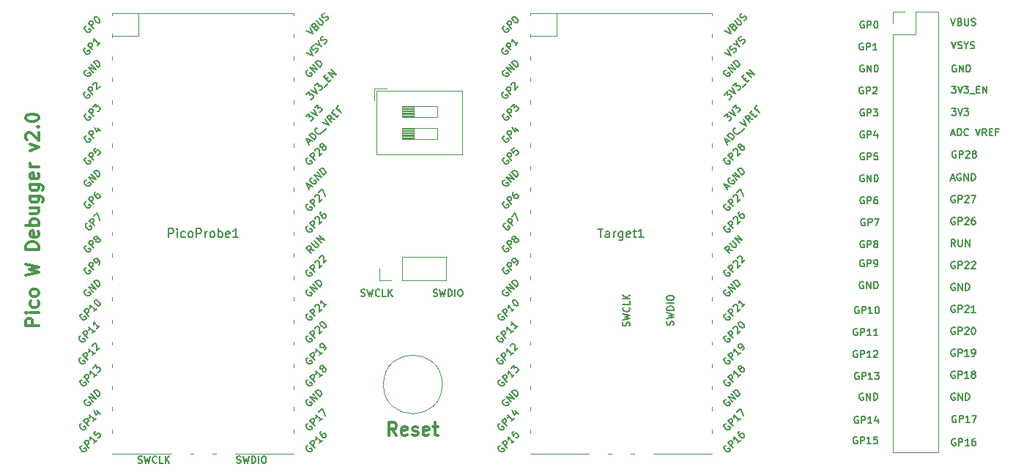
<source format=gbr>
%TF.GenerationSoftware,KiCad,Pcbnew,7.0.5-0*%
%TF.CreationDate,2023-11-25T09:03:29+00:00*%
%TF.ProjectId,PicoWDebugger,5069636f-5744-4656-9275-676765722e6b,rev?*%
%TF.SameCoordinates,Original*%
%TF.FileFunction,Legend,Top*%
%TF.FilePolarity,Positive*%
%FSLAX46Y46*%
G04 Gerber Fmt 4.6, Leading zero omitted, Abs format (unit mm)*
G04 Created by KiCad (PCBNEW 7.0.5-0) date 2023-11-25 09:03:29*
%MOMM*%
%LPD*%
G01*
G04 APERTURE LIST*
%ADD10C,0.150000*%
%ADD11C,0.300000*%
%ADD12C,0.120000*%
%ADD13C,0.100000*%
G04 APERTURE END LIST*
D10*
X145322618Y-118295390D02*
X145246428Y-118257295D01*
X145246428Y-118257295D02*
X145132142Y-118257295D01*
X145132142Y-118257295D02*
X145017856Y-118295390D01*
X145017856Y-118295390D02*
X144941666Y-118371580D01*
X144941666Y-118371580D02*
X144903571Y-118447771D01*
X144903571Y-118447771D02*
X144865475Y-118600152D01*
X144865475Y-118600152D02*
X144865475Y-118714438D01*
X144865475Y-118714438D02*
X144903571Y-118866819D01*
X144903571Y-118866819D02*
X144941666Y-118943009D01*
X144941666Y-118943009D02*
X145017856Y-119019200D01*
X145017856Y-119019200D02*
X145132142Y-119057295D01*
X145132142Y-119057295D02*
X145208333Y-119057295D01*
X145208333Y-119057295D02*
X145322618Y-119019200D01*
X145322618Y-119019200D02*
X145360714Y-118981104D01*
X145360714Y-118981104D02*
X145360714Y-118714438D01*
X145360714Y-118714438D02*
X145208333Y-118714438D01*
X145703571Y-119057295D02*
X145703571Y-118257295D01*
X145703571Y-118257295D02*
X146008333Y-118257295D01*
X146008333Y-118257295D02*
X146084523Y-118295390D01*
X146084523Y-118295390D02*
X146122618Y-118333485D01*
X146122618Y-118333485D02*
X146160714Y-118409676D01*
X146160714Y-118409676D02*
X146160714Y-118523961D01*
X146160714Y-118523961D02*
X146122618Y-118600152D01*
X146122618Y-118600152D02*
X146084523Y-118638247D01*
X146084523Y-118638247D02*
X146008333Y-118676342D01*
X146008333Y-118676342D02*
X145703571Y-118676342D01*
X146922618Y-119057295D02*
X146465475Y-119057295D01*
X146694047Y-119057295D02*
X146694047Y-118257295D01*
X146694047Y-118257295D02*
X146617856Y-118371580D01*
X146617856Y-118371580D02*
X146541666Y-118447771D01*
X146541666Y-118447771D02*
X146465475Y-118485866D01*
X147608333Y-118523961D02*
X147608333Y-119057295D01*
X147417857Y-118219200D02*
X147227380Y-118790628D01*
X147227380Y-118790628D02*
X147722619Y-118790628D01*
X145965476Y-77655390D02*
X145889286Y-77617295D01*
X145889286Y-77617295D02*
X145775000Y-77617295D01*
X145775000Y-77617295D02*
X145660714Y-77655390D01*
X145660714Y-77655390D02*
X145584524Y-77731580D01*
X145584524Y-77731580D02*
X145546429Y-77807771D01*
X145546429Y-77807771D02*
X145508333Y-77960152D01*
X145508333Y-77960152D02*
X145508333Y-78074438D01*
X145508333Y-78074438D02*
X145546429Y-78226819D01*
X145546429Y-78226819D02*
X145584524Y-78303009D01*
X145584524Y-78303009D02*
X145660714Y-78379200D01*
X145660714Y-78379200D02*
X145775000Y-78417295D01*
X145775000Y-78417295D02*
X145851191Y-78417295D01*
X145851191Y-78417295D02*
X145965476Y-78379200D01*
X145965476Y-78379200D02*
X146003572Y-78341104D01*
X146003572Y-78341104D02*
X146003572Y-78074438D01*
X146003572Y-78074438D02*
X145851191Y-78074438D01*
X146346429Y-78417295D02*
X146346429Y-77617295D01*
X146346429Y-77617295D02*
X146803572Y-78417295D01*
X146803572Y-78417295D02*
X146803572Y-77617295D01*
X147184524Y-78417295D02*
X147184524Y-77617295D01*
X147184524Y-77617295D02*
X147375000Y-77617295D01*
X147375000Y-77617295D02*
X147489286Y-77655390D01*
X147489286Y-77655390D02*
X147565476Y-77731580D01*
X147565476Y-77731580D02*
X147603571Y-77807771D01*
X147603571Y-77807771D02*
X147641667Y-77960152D01*
X147641667Y-77960152D02*
X147641667Y-78074438D01*
X147641667Y-78074438D02*
X147603571Y-78226819D01*
X147603571Y-78226819D02*
X147565476Y-78303009D01*
X147565476Y-78303009D02*
X147489286Y-78379200D01*
X147489286Y-78379200D02*
X147375000Y-78417295D01*
X147375000Y-78417295D02*
X147184524Y-78417295D01*
X156569047Y-120860390D02*
X156492857Y-120822295D01*
X156492857Y-120822295D02*
X156378571Y-120822295D01*
X156378571Y-120822295D02*
X156264285Y-120860390D01*
X156264285Y-120860390D02*
X156188095Y-120936580D01*
X156188095Y-120936580D02*
X156150000Y-121012771D01*
X156150000Y-121012771D02*
X156111904Y-121165152D01*
X156111904Y-121165152D02*
X156111904Y-121279438D01*
X156111904Y-121279438D02*
X156150000Y-121431819D01*
X156150000Y-121431819D02*
X156188095Y-121508009D01*
X156188095Y-121508009D02*
X156264285Y-121584200D01*
X156264285Y-121584200D02*
X156378571Y-121622295D01*
X156378571Y-121622295D02*
X156454762Y-121622295D01*
X156454762Y-121622295D02*
X156569047Y-121584200D01*
X156569047Y-121584200D02*
X156607143Y-121546104D01*
X156607143Y-121546104D02*
X156607143Y-121279438D01*
X156607143Y-121279438D02*
X156454762Y-121279438D01*
X156950000Y-121622295D02*
X156950000Y-120822295D01*
X156950000Y-120822295D02*
X157254762Y-120822295D01*
X157254762Y-120822295D02*
X157330952Y-120860390D01*
X157330952Y-120860390D02*
X157369047Y-120898485D01*
X157369047Y-120898485D02*
X157407143Y-120974676D01*
X157407143Y-120974676D02*
X157407143Y-121088961D01*
X157407143Y-121088961D02*
X157369047Y-121165152D01*
X157369047Y-121165152D02*
X157330952Y-121203247D01*
X157330952Y-121203247D02*
X157254762Y-121241342D01*
X157254762Y-121241342D02*
X156950000Y-121241342D01*
X158169047Y-121622295D02*
X157711904Y-121622295D01*
X157940476Y-121622295D02*
X157940476Y-120822295D01*
X157940476Y-120822295D02*
X157864285Y-120936580D01*
X157864285Y-120936580D02*
X157788095Y-121012771D01*
X157788095Y-121012771D02*
X157711904Y-121050866D01*
X158854762Y-120822295D02*
X158702381Y-120822295D01*
X158702381Y-120822295D02*
X158626190Y-120860390D01*
X158626190Y-120860390D02*
X158588095Y-120898485D01*
X158588095Y-120898485D02*
X158511905Y-121012771D01*
X158511905Y-121012771D02*
X158473809Y-121165152D01*
X158473809Y-121165152D02*
X158473809Y-121469914D01*
X158473809Y-121469914D02*
X158511905Y-121546104D01*
X158511905Y-121546104D02*
X158550000Y-121584200D01*
X158550000Y-121584200D02*
X158626190Y-121622295D01*
X158626190Y-121622295D02*
X158778571Y-121622295D01*
X158778571Y-121622295D02*
X158854762Y-121584200D01*
X158854762Y-121584200D02*
X158892857Y-121546104D01*
X158892857Y-121546104D02*
X158930952Y-121469914D01*
X158930952Y-121469914D02*
X158930952Y-121279438D01*
X158930952Y-121279438D02*
X158892857Y-121203247D01*
X158892857Y-121203247D02*
X158854762Y-121165152D01*
X158854762Y-121165152D02*
X158778571Y-121127057D01*
X158778571Y-121127057D02*
X158626190Y-121127057D01*
X158626190Y-121127057D02*
X158550000Y-121165152D01*
X158550000Y-121165152D02*
X158511905Y-121203247D01*
X158511905Y-121203247D02*
X158473809Y-121279438D01*
D11*
X50600828Y-107776489D02*
X49100828Y-107776489D01*
X49100828Y-107776489D02*
X49100828Y-107205060D01*
X49100828Y-107205060D02*
X49172257Y-107062203D01*
X49172257Y-107062203D02*
X49243685Y-106990774D01*
X49243685Y-106990774D02*
X49386542Y-106919346D01*
X49386542Y-106919346D02*
X49600828Y-106919346D01*
X49600828Y-106919346D02*
X49743685Y-106990774D01*
X49743685Y-106990774D02*
X49815114Y-107062203D01*
X49815114Y-107062203D02*
X49886542Y-107205060D01*
X49886542Y-107205060D02*
X49886542Y-107776489D01*
X50600828Y-106276489D02*
X49600828Y-106276489D01*
X49100828Y-106276489D02*
X49172257Y-106347917D01*
X49172257Y-106347917D02*
X49243685Y-106276489D01*
X49243685Y-106276489D02*
X49172257Y-106205060D01*
X49172257Y-106205060D02*
X49100828Y-106276489D01*
X49100828Y-106276489D02*
X49243685Y-106276489D01*
X50529400Y-104919346D02*
X50600828Y-105062203D01*
X50600828Y-105062203D02*
X50600828Y-105347917D01*
X50600828Y-105347917D02*
X50529400Y-105490774D01*
X50529400Y-105490774D02*
X50457971Y-105562203D01*
X50457971Y-105562203D02*
X50315114Y-105633631D01*
X50315114Y-105633631D02*
X49886542Y-105633631D01*
X49886542Y-105633631D02*
X49743685Y-105562203D01*
X49743685Y-105562203D02*
X49672257Y-105490774D01*
X49672257Y-105490774D02*
X49600828Y-105347917D01*
X49600828Y-105347917D02*
X49600828Y-105062203D01*
X49600828Y-105062203D02*
X49672257Y-104919346D01*
X50600828Y-104062203D02*
X50529400Y-104205060D01*
X50529400Y-104205060D02*
X50457971Y-104276489D01*
X50457971Y-104276489D02*
X50315114Y-104347917D01*
X50315114Y-104347917D02*
X49886542Y-104347917D01*
X49886542Y-104347917D02*
X49743685Y-104276489D01*
X49743685Y-104276489D02*
X49672257Y-104205060D01*
X49672257Y-104205060D02*
X49600828Y-104062203D01*
X49600828Y-104062203D02*
X49600828Y-103847917D01*
X49600828Y-103847917D02*
X49672257Y-103705060D01*
X49672257Y-103705060D02*
X49743685Y-103633632D01*
X49743685Y-103633632D02*
X49886542Y-103562203D01*
X49886542Y-103562203D02*
X50315114Y-103562203D01*
X50315114Y-103562203D02*
X50457971Y-103633632D01*
X50457971Y-103633632D02*
X50529400Y-103705060D01*
X50529400Y-103705060D02*
X50600828Y-103847917D01*
X50600828Y-103847917D02*
X50600828Y-104062203D01*
X49100828Y-101919346D02*
X50600828Y-101562203D01*
X50600828Y-101562203D02*
X49529400Y-101276489D01*
X49529400Y-101276489D02*
X50600828Y-100990774D01*
X50600828Y-100990774D02*
X49100828Y-100633632D01*
X50600828Y-98919346D02*
X49100828Y-98919346D01*
X49100828Y-98919346D02*
X49100828Y-98562203D01*
X49100828Y-98562203D02*
X49172257Y-98347917D01*
X49172257Y-98347917D02*
X49315114Y-98205060D01*
X49315114Y-98205060D02*
X49457971Y-98133631D01*
X49457971Y-98133631D02*
X49743685Y-98062203D01*
X49743685Y-98062203D02*
X49957971Y-98062203D01*
X49957971Y-98062203D02*
X50243685Y-98133631D01*
X50243685Y-98133631D02*
X50386542Y-98205060D01*
X50386542Y-98205060D02*
X50529400Y-98347917D01*
X50529400Y-98347917D02*
X50600828Y-98562203D01*
X50600828Y-98562203D02*
X50600828Y-98919346D01*
X50529400Y-96847917D02*
X50600828Y-96990774D01*
X50600828Y-96990774D02*
X50600828Y-97276489D01*
X50600828Y-97276489D02*
X50529400Y-97419346D01*
X50529400Y-97419346D02*
X50386542Y-97490774D01*
X50386542Y-97490774D02*
X49815114Y-97490774D01*
X49815114Y-97490774D02*
X49672257Y-97419346D01*
X49672257Y-97419346D02*
X49600828Y-97276489D01*
X49600828Y-97276489D02*
X49600828Y-96990774D01*
X49600828Y-96990774D02*
X49672257Y-96847917D01*
X49672257Y-96847917D02*
X49815114Y-96776489D01*
X49815114Y-96776489D02*
X49957971Y-96776489D01*
X49957971Y-96776489D02*
X50100828Y-97490774D01*
X50600828Y-96133632D02*
X49100828Y-96133632D01*
X49672257Y-96133632D02*
X49600828Y-95990775D01*
X49600828Y-95990775D02*
X49600828Y-95705060D01*
X49600828Y-95705060D02*
X49672257Y-95562203D01*
X49672257Y-95562203D02*
X49743685Y-95490775D01*
X49743685Y-95490775D02*
X49886542Y-95419346D01*
X49886542Y-95419346D02*
X50315114Y-95419346D01*
X50315114Y-95419346D02*
X50457971Y-95490775D01*
X50457971Y-95490775D02*
X50529400Y-95562203D01*
X50529400Y-95562203D02*
X50600828Y-95705060D01*
X50600828Y-95705060D02*
X50600828Y-95990775D01*
X50600828Y-95990775D02*
X50529400Y-96133632D01*
X49600828Y-94133632D02*
X50600828Y-94133632D01*
X49600828Y-94776489D02*
X50386542Y-94776489D01*
X50386542Y-94776489D02*
X50529400Y-94705060D01*
X50529400Y-94705060D02*
X50600828Y-94562203D01*
X50600828Y-94562203D02*
X50600828Y-94347917D01*
X50600828Y-94347917D02*
X50529400Y-94205060D01*
X50529400Y-94205060D02*
X50457971Y-94133632D01*
X49600828Y-92776489D02*
X50815114Y-92776489D01*
X50815114Y-92776489D02*
X50957971Y-92847917D01*
X50957971Y-92847917D02*
X51029400Y-92919346D01*
X51029400Y-92919346D02*
X51100828Y-93062203D01*
X51100828Y-93062203D02*
X51100828Y-93276489D01*
X51100828Y-93276489D02*
X51029400Y-93419346D01*
X50529400Y-92776489D02*
X50600828Y-92919346D01*
X50600828Y-92919346D02*
X50600828Y-93205060D01*
X50600828Y-93205060D02*
X50529400Y-93347917D01*
X50529400Y-93347917D02*
X50457971Y-93419346D01*
X50457971Y-93419346D02*
X50315114Y-93490774D01*
X50315114Y-93490774D02*
X49886542Y-93490774D01*
X49886542Y-93490774D02*
X49743685Y-93419346D01*
X49743685Y-93419346D02*
X49672257Y-93347917D01*
X49672257Y-93347917D02*
X49600828Y-93205060D01*
X49600828Y-93205060D02*
X49600828Y-92919346D01*
X49600828Y-92919346D02*
X49672257Y-92776489D01*
X49600828Y-91419346D02*
X50815114Y-91419346D01*
X50815114Y-91419346D02*
X50957971Y-91490774D01*
X50957971Y-91490774D02*
X51029400Y-91562203D01*
X51029400Y-91562203D02*
X51100828Y-91705060D01*
X51100828Y-91705060D02*
X51100828Y-91919346D01*
X51100828Y-91919346D02*
X51029400Y-92062203D01*
X50529400Y-91419346D02*
X50600828Y-91562203D01*
X50600828Y-91562203D02*
X50600828Y-91847917D01*
X50600828Y-91847917D02*
X50529400Y-91990774D01*
X50529400Y-91990774D02*
X50457971Y-92062203D01*
X50457971Y-92062203D02*
X50315114Y-92133631D01*
X50315114Y-92133631D02*
X49886542Y-92133631D01*
X49886542Y-92133631D02*
X49743685Y-92062203D01*
X49743685Y-92062203D02*
X49672257Y-91990774D01*
X49672257Y-91990774D02*
X49600828Y-91847917D01*
X49600828Y-91847917D02*
X49600828Y-91562203D01*
X49600828Y-91562203D02*
X49672257Y-91419346D01*
X50529400Y-90133631D02*
X50600828Y-90276488D01*
X50600828Y-90276488D02*
X50600828Y-90562203D01*
X50600828Y-90562203D02*
X50529400Y-90705060D01*
X50529400Y-90705060D02*
X50386542Y-90776488D01*
X50386542Y-90776488D02*
X49815114Y-90776488D01*
X49815114Y-90776488D02*
X49672257Y-90705060D01*
X49672257Y-90705060D02*
X49600828Y-90562203D01*
X49600828Y-90562203D02*
X49600828Y-90276488D01*
X49600828Y-90276488D02*
X49672257Y-90133631D01*
X49672257Y-90133631D02*
X49815114Y-90062203D01*
X49815114Y-90062203D02*
X49957971Y-90062203D01*
X49957971Y-90062203D02*
X50100828Y-90776488D01*
X50600828Y-89419346D02*
X49600828Y-89419346D01*
X49886542Y-89419346D02*
X49743685Y-89347917D01*
X49743685Y-89347917D02*
X49672257Y-89276489D01*
X49672257Y-89276489D02*
X49600828Y-89133631D01*
X49600828Y-89133631D02*
X49600828Y-88990774D01*
X49600828Y-87490775D02*
X50600828Y-87133632D01*
X50600828Y-87133632D02*
X49600828Y-86776489D01*
X49243685Y-86276489D02*
X49172257Y-86205061D01*
X49172257Y-86205061D02*
X49100828Y-86062204D01*
X49100828Y-86062204D02*
X49100828Y-85705061D01*
X49100828Y-85705061D02*
X49172257Y-85562204D01*
X49172257Y-85562204D02*
X49243685Y-85490775D01*
X49243685Y-85490775D02*
X49386542Y-85419346D01*
X49386542Y-85419346D02*
X49529400Y-85419346D01*
X49529400Y-85419346D02*
X49743685Y-85490775D01*
X49743685Y-85490775D02*
X50600828Y-86347918D01*
X50600828Y-86347918D02*
X50600828Y-85419346D01*
X50457971Y-84776490D02*
X50529400Y-84705061D01*
X50529400Y-84705061D02*
X50600828Y-84776490D01*
X50600828Y-84776490D02*
X50529400Y-84847918D01*
X50529400Y-84847918D02*
X50457971Y-84776490D01*
X50457971Y-84776490D02*
X50600828Y-84776490D01*
X49100828Y-83776489D02*
X49100828Y-83633632D01*
X49100828Y-83633632D02*
X49172257Y-83490775D01*
X49172257Y-83490775D02*
X49243685Y-83419347D01*
X49243685Y-83419347D02*
X49386542Y-83347918D01*
X49386542Y-83347918D02*
X49672257Y-83276489D01*
X49672257Y-83276489D02*
X50029400Y-83276489D01*
X50029400Y-83276489D02*
X50315114Y-83347918D01*
X50315114Y-83347918D02*
X50457971Y-83419347D01*
X50457971Y-83419347D02*
X50529400Y-83490775D01*
X50529400Y-83490775D02*
X50600828Y-83633632D01*
X50600828Y-83633632D02*
X50600828Y-83776489D01*
X50600828Y-83776489D02*
X50529400Y-83919347D01*
X50529400Y-83919347D02*
X50457971Y-83990775D01*
X50457971Y-83990775D02*
X50315114Y-84062204D01*
X50315114Y-84062204D02*
X50029400Y-84133632D01*
X50029400Y-84133632D02*
X49672257Y-84133632D01*
X49672257Y-84133632D02*
X49386542Y-84062204D01*
X49386542Y-84062204D02*
X49243685Y-83990775D01*
X49243685Y-83990775D02*
X49172257Y-83919347D01*
X49172257Y-83919347D02*
X49100828Y-83776489D01*
D10*
X146003571Y-82735390D02*
X145927381Y-82697295D01*
X145927381Y-82697295D02*
X145813095Y-82697295D01*
X145813095Y-82697295D02*
X145698809Y-82735390D01*
X145698809Y-82735390D02*
X145622619Y-82811580D01*
X145622619Y-82811580D02*
X145584524Y-82887771D01*
X145584524Y-82887771D02*
X145546428Y-83040152D01*
X145546428Y-83040152D02*
X145546428Y-83154438D01*
X145546428Y-83154438D02*
X145584524Y-83306819D01*
X145584524Y-83306819D02*
X145622619Y-83383009D01*
X145622619Y-83383009D02*
X145698809Y-83459200D01*
X145698809Y-83459200D02*
X145813095Y-83497295D01*
X145813095Y-83497295D02*
X145889286Y-83497295D01*
X145889286Y-83497295D02*
X146003571Y-83459200D01*
X146003571Y-83459200D02*
X146041667Y-83421104D01*
X146041667Y-83421104D02*
X146041667Y-83154438D01*
X146041667Y-83154438D02*
X145889286Y-83154438D01*
X146384524Y-83497295D02*
X146384524Y-82697295D01*
X146384524Y-82697295D02*
X146689286Y-82697295D01*
X146689286Y-82697295D02*
X146765476Y-82735390D01*
X146765476Y-82735390D02*
X146803571Y-82773485D01*
X146803571Y-82773485D02*
X146841667Y-82849676D01*
X146841667Y-82849676D02*
X146841667Y-82963961D01*
X146841667Y-82963961D02*
X146803571Y-83040152D01*
X146803571Y-83040152D02*
X146765476Y-83078247D01*
X146765476Y-83078247D02*
X146689286Y-83116342D01*
X146689286Y-83116342D02*
X146384524Y-83116342D01*
X147108333Y-82697295D02*
X147603571Y-82697295D01*
X147603571Y-82697295D02*
X147336905Y-83002057D01*
X147336905Y-83002057D02*
X147451190Y-83002057D01*
X147451190Y-83002057D02*
X147527381Y-83040152D01*
X147527381Y-83040152D02*
X147565476Y-83078247D01*
X147565476Y-83078247D02*
X147603571Y-83154438D01*
X147603571Y-83154438D02*
X147603571Y-83344914D01*
X147603571Y-83344914D02*
X147565476Y-83421104D01*
X147565476Y-83421104D02*
X147527381Y-83459200D01*
X147527381Y-83459200D02*
X147451190Y-83497295D01*
X147451190Y-83497295D02*
X147222619Y-83497295D01*
X147222619Y-83497295D02*
X147146428Y-83459200D01*
X147146428Y-83459200D02*
X147108333Y-83421104D01*
X156096428Y-74912295D02*
X156363095Y-75712295D01*
X156363095Y-75712295D02*
X156629761Y-74912295D01*
X156858332Y-75674200D02*
X156972618Y-75712295D01*
X156972618Y-75712295D02*
X157163094Y-75712295D01*
X157163094Y-75712295D02*
X157239285Y-75674200D01*
X157239285Y-75674200D02*
X157277380Y-75636104D01*
X157277380Y-75636104D02*
X157315475Y-75559914D01*
X157315475Y-75559914D02*
X157315475Y-75483723D01*
X157315475Y-75483723D02*
X157277380Y-75407533D01*
X157277380Y-75407533D02*
X157239285Y-75369438D01*
X157239285Y-75369438D02*
X157163094Y-75331342D01*
X157163094Y-75331342D02*
X157010713Y-75293247D01*
X157010713Y-75293247D02*
X156934523Y-75255152D01*
X156934523Y-75255152D02*
X156896428Y-75217057D01*
X156896428Y-75217057D02*
X156858332Y-75140866D01*
X156858332Y-75140866D02*
X156858332Y-75064676D01*
X156858332Y-75064676D02*
X156896428Y-74988485D01*
X156896428Y-74988485D02*
X156934523Y-74950390D01*
X156934523Y-74950390D02*
X157010713Y-74912295D01*
X157010713Y-74912295D02*
X157201190Y-74912295D01*
X157201190Y-74912295D02*
X157315475Y-74950390D01*
X157810714Y-75331342D02*
X157810714Y-75712295D01*
X157544047Y-74912295D02*
X157810714Y-75331342D01*
X157810714Y-75331342D02*
X158077380Y-74912295D01*
X158305951Y-75674200D02*
X158420237Y-75712295D01*
X158420237Y-75712295D02*
X158610713Y-75712295D01*
X158610713Y-75712295D02*
X158686904Y-75674200D01*
X158686904Y-75674200D02*
X158724999Y-75636104D01*
X158724999Y-75636104D02*
X158763094Y-75559914D01*
X158763094Y-75559914D02*
X158763094Y-75483723D01*
X158763094Y-75483723D02*
X158724999Y-75407533D01*
X158724999Y-75407533D02*
X158686904Y-75369438D01*
X158686904Y-75369438D02*
X158610713Y-75331342D01*
X158610713Y-75331342D02*
X158458332Y-75293247D01*
X158458332Y-75293247D02*
X158382142Y-75255152D01*
X158382142Y-75255152D02*
X158344047Y-75217057D01*
X158344047Y-75217057D02*
X158305951Y-75140866D01*
X158305951Y-75140866D02*
X158305951Y-75064676D01*
X158305951Y-75064676D02*
X158344047Y-74988485D01*
X158344047Y-74988485D02*
X158382142Y-74950390D01*
X158382142Y-74950390D02*
X158458332Y-74912295D01*
X158458332Y-74912295D02*
X158648809Y-74912295D01*
X158648809Y-74912295D02*
X158763094Y-74950390D01*
X156515476Y-92750390D02*
X156439286Y-92712295D01*
X156439286Y-92712295D02*
X156325000Y-92712295D01*
X156325000Y-92712295D02*
X156210714Y-92750390D01*
X156210714Y-92750390D02*
X156134524Y-92826580D01*
X156134524Y-92826580D02*
X156096429Y-92902771D01*
X156096429Y-92902771D02*
X156058333Y-93055152D01*
X156058333Y-93055152D02*
X156058333Y-93169438D01*
X156058333Y-93169438D02*
X156096429Y-93321819D01*
X156096429Y-93321819D02*
X156134524Y-93398009D01*
X156134524Y-93398009D02*
X156210714Y-93474200D01*
X156210714Y-93474200D02*
X156325000Y-93512295D01*
X156325000Y-93512295D02*
X156401191Y-93512295D01*
X156401191Y-93512295D02*
X156515476Y-93474200D01*
X156515476Y-93474200D02*
X156553572Y-93436104D01*
X156553572Y-93436104D02*
X156553572Y-93169438D01*
X156553572Y-93169438D02*
X156401191Y-93169438D01*
X156896429Y-93512295D02*
X156896429Y-92712295D01*
X156896429Y-92712295D02*
X157201191Y-92712295D01*
X157201191Y-92712295D02*
X157277381Y-92750390D01*
X157277381Y-92750390D02*
X157315476Y-92788485D01*
X157315476Y-92788485D02*
X157353572Y-92864676D01*
X157353572Y-92864676D02*
X157353572Y-92978961D01*
X157353572Y-92978961D02*
X157315476Y-93055152D01*
X157315476Y-93055152D02*
X157277381Y-93093247D01*
X157277381Y-93093247D02*
X157201191Y-93131342D01*
X157201191Y-93131342D02*
X156896429Y-93131342D01*
X157658333Y-92788485D02*
X157696429Y-92750390D01*
X157696429Y-92750390D02*
X157772619Y-92712295D01*
X157772619Y-92712295D02*
X157963095Y-92712295D01*
X157963095Y-92712295D02*
X158039286Y-92750390D01*
X158039286Y-92750390D02*
X158077381Y-92788485D01*
X158077381Y-92788485D02*
X158115476Y-92864676D01*
X158115476Y-92864676D02*
X158115476Y-92940866D01*
X158115476Y-92940866D02*
X158077381Y-93055152D01*
X158077381Y-93055152D02*
X157620238Y-93512295D01*
X157620238Y-93512295D02*
X158115476Y-93512295D01*
X158382143Y-92712295D02*
X158915477Y-92712295D01*
X158915477Y-92712295D02*
X158572619Y-93512295D01*
X156515476Y-113060390D02*
X156439286Y-113022295D01*
X156439286Y-113022295D02*
X156325000Y-113022295D01*
X156325000Y-113022295D02*
X156210714Y-113060390D01*
X156210714Y-113060390D02*
X156134524Y-113136580D01*
X156134524Y-113136580D02*
X156096429Y-113212771D01*
X156096429Y-113212771D02*
X156058333Y-113365152D01*
X156058333Y-113365152D02*
X156058333Y-113479438D01*
X156058333Y-113479438D02*
X156096429Y-113631819D01*
X156096429Y-113631819D02*
X156134524Y-113708009D01*
X156134524Y-113708009D02*
X156210714Y-113784200D01*
X156210714Y-113784200D02*
X156325000Y-113822295D01*
X156325000Y-113822295D02*
X156401191Y-113822295D01*
X156401191Y-113822295D02*
X156515476Y-113784200D01*
X156515476Y-113784200D02*
X156553572Y-113746104D01*
X156553572Y-113746104D02*
X156553572Y-113479438D01*
X156553572Y-113479438D02*
X156401191Y-113479438D01*
X156896429Y-113822295D02*
X156896429Y-113022295D01*
X156896429Y-113022295D02*
X157201191Y-113022295D01*
X157201191Y-113022295D02*
X157277381Y-113060390D01*
X157277381Y-113060390D02*
X157315476Y-113098485D01*
X157315476Y-113098485D02*
X157353572Y-113174676D01*
X157353572Y-113174676D02*
X157353572Y-113288961D01*
X157353572Y-113288961D02*
X157315476Y-113365152D01*
X157315476Y-113365152D02*
X157277381Y-113403247D01*
X157277381Y-113403247D02*
X157201191Y-113441342D01*
X157201191Y-113441342D02*
X156896429Y-113441342D01*
X158115476Y-113822295D02*
X157658333Y-113822295D01*
X157886905Y-113822295D02*
X157886905Y-113022295D01*
X157886905Y-113022295D02*
X157810714Y-113136580D01*
X157810714Y-113136580D02*
X157734524Y-113212771D01*
X157734524Y-113212771D02*
X157658333Y-113250866D01*
X158572619Y-113365152D02*
X158496429Y-113327057D01*
X158496429Y-113327057D02*
X158458334Y-113288961D01*
X158458334Y-113288961D02*
X158420238Y-113212771D01*
X158420238Y-113212771D02*
X158420238Y-113174676D01*
X158420238Y-113174676D02*
X158458334Y-113098485D01*
X158458334Y-113098485D02*
X158496429Y-113060390D01*
X158496429Y-113060390D02*
X158572619Y-113022295D01*
X158572619Y-113022295D02*
X158725000Y-113022295D01*
X158725000Y-113022295D02*
X158801191Y-113060390D01*
X158801191Y-113060390D02*
X158839286Y-113098485D01*
X158839286Y-113098485D02*
X158877381Y-113174676D01*
X158877381Y-113174676D02*
X158877381Y-113212771D01*
X158877381Y-113212771D02*
X158839286Y-113288961D01*
X158839286Y-113288961D02*
X158801191Y-113327057D01*
X158801191Y-113327057D02*
X158725000Y-113365152D01*
X158725000Y-113365152D02*
X158572619Y-113365152D01*
X158572619Y-113365152D02*
X158496429Y-113403247D01*
X158496429Y-113403247D02*
X158458334Y-113441342D01*
X158458334Y-113441342D02*
X158420238Y-113517533D01*
X158420238Y-113517533D02*
X158420238Y-113669914D01*
X158420238Y-113669914D02*
X158458334Y-113746104D01*
X158458334Y-113746104D02*
X158496429Y-113784200D01*
X158496429Y-113784200D02*
X158572619Y-113822295D01*
X158572619Y-113822295D02*
X158725000Y-113822295D01*
X158725000Y-113822295D02*
X158801191Y-113784200D01*
X158801191Y-113784200D02*
X158839286Y-113746104D01*
X158839286Y-113746104D02*
X158877381Y-113669914D01*
X158877381Y-113669914D02*
X158877381Y-113517533D01*
X158877381Y-113517533D02*
X158839286Y-113441342D01*
X158839286Y-113441342D02*
X158801191Y-113403247D01*
X158801191Y-113403247D02*
X158725000Y-113365152D01*
X146003571Y-85275390D02*
X145927381Y-85237295D01*
X145927381Y-85237295D02*
X145813095Y-85237295D01*
X145813095Y-85237295D02*
X145698809Y-85275390D01*
X145698809Y-85275390D02*
X145622619Y-85351580D01*
X145622619Y-85351580D02*
X145584524Y-85427771D01*
X145584524Y-85427771D02*
X145546428Y-85580152D01*
X145546428Y-85580152D02*
X145546428Y-85694438D01*
X145546428Y-85694438D02*
X145584524Y-85846819D01*
X145584524Y-85846819D02*
X145622619Y-85923009D01*
X145622619Y-85923009D02*
X145698809Y-85999200D01*
X145698809Y-85999200D02*
X145813095Y-86037295D01*
X145813095Y-86037295D02*
X145889286Y-86037295D01*
X145889286Y-86037295D02*
X146003571Y-85999200D01*
X146003571Y-85999200D02*
X146041667Y-85961104D01*
X146041667Y-85961104D02*
X146041667Y-85694438D01*
X146041667Y-85694438D02*
X145889286Y-85694438D01*
X146384524Y-86037295D02*
X146384524Y-85237295D01*
X146384524Y-85237295D02*
X146689286Y-85237295D01*
X146689286Y-85237295D02*
X146765476Y-85275390D01*
X146765476Y-85275390D02*
X146803571Y-85313485D01*
X146803571Y-85313485D02*
X146841667Y-85389676D01*
X146841667Y-85389676D02*
X146841667Y-85503961D01*
X146841667Y-85503961D02*
X146803571Y-85580152D01*
X146803571Y-85580152D02*
X146765476Y-85618247D01*
X146765476Y-85618247D02*
X146689286Y-85656342D01*
X146689286Y-85656342D02*
X146384524Y-85656342D01*
X147527381Y-85503961D02*
X147527381Y-86037295D01*
X147336905Y-85199200D02*
X147146428Y-85770628D01*
X147146428Y-85770628D02*
X147641667Y-85770628D01*
X146003571Y-72575390D02*
X145927381Y-72537295D01*
X145927381Y-72537295D02*
X145813095Y-72537295D01*
X145813095Y-72537295D02*
X145698809Y-72575390D01*
X145698809Y-72575390D02*
X145622619Y-72651580D01*
X145622619Y-72651580D02*
X145584524Y-72727771D01*
X145584524Y-72727771D02*
X145546428Y-72880152D01*
X145546428Y-72880152D02*
X145546428Y-72994438D01*
X145546428Y-72994438D02*
X145584524Y-73146819D01*
X145584524Y-73146819D02*
X145622619Y-73223009D01*
X145622619Y-73223009D02*
X145698809Y-73299200D01*
X145698809Y-73299200D02*
X145813095Y-73337295D01*
X145813095Y-73337295D02*
X145889286Y-73337295D01*
X145889286Y-73337295D02*
X146003571Y-73299200D01*
X146003571Y-73299200D02*
X146041667Y-73261104D01*
X146041667Y-73261104D02*
X146041667Y-72994438D01*
X146041667Y-72994438D02*
X145889286Y-72994438D01*
X146384524Y-73337295D02*
X146384524Y-72537295D01*
X146384524Y-72537295D02*
X146689286Y-72537295D01*
X146689286Y-72537295D02*
X146765476Y-72575390D01*
X146765476Y-72575390D02*
X146803571Y-72613485D01*
X146803571Y-72613485D02*
X146841667Y-72689676D01*
X146841667Y-72689676D02*
X146841667Y-72803961D01*
X146841667Y-72803961D02*
X146803571Y-72880152D01*
X146803571Y-72880152D02*
X146765476Y-72918247D01*
X146765476Y-72918247D02*
X146689286Y-72956342D01*
X146689286Y-72956342D02*
X146384524Y-72956342D01*
X147336905Y-72537295D02*
X147413095Y-72537295D01*
X147413095Y-72537295D02*
X147489286Y-72575390D01*
X147489286Y-72575390D02*
X147527381Y-72613485D01*
X147527381Y-72613485D02*
X147565476Y-72689676D01*
X147565476Y-72689676D02*
X147603571Y-72842057D01*
X147603571Y-72842057D02*
X147603571Y-73032533D01*
X147603571Y-73032533D02*
X147565476Y-73184914D01*
X147565476Y-73184914D02*
X147527381Y-73261104D01*
X147527381Y-73261104D02*
X147489286Y-73299200D01*
X147489286Y-73299200D02*
X147413095Y-73337295D01*
X147413095Y-73337295D02*
X147336905Y-73337295D01*
X147336905Y-73337295D02*
X147260714Y-73299200D01*
X147260714Y-73299200D02*
X147222619Y-73261104D01*
X147222619Y-73261104D02*
X147184524Y-73184914D01*
X147184524Y-73184914D02*
X147146428Y-73032533D01*
X147146428Y-73032533D02*
X147146428Y-72842057D01*
X147146428Y-72842057D02*
X147184524Y-72689676D01*
X147184524Y-72689676D02*
X147222619Y-72613485D01*
X147222619Y-72613485D02*
X147260714Y-72575390D01*
X147260714Y-72575390D02*
X147336905Y-72537295D01*
X156515476Y-102900390D02*
X156439286Y-102862295D01*
X156439286Y-102862295D02*
X156325000Y-102862295D01*
X156325000Y-102862295D02*
X156210714Y-102900390D01*
X156210714Y-102900390D02*
X156134524Y-102976580D01*
X156134524Y-102976580D02*
X156096429Y-103052771D01*
X156096429Y-103052771D02*
X156058333Y-103205152D01*
X156058333Y-103205152D02*
X156058333Y-103319438D01*
X156058333Y-103319438D02*
X156096429Y-103471819D01*
X156096429Y-103471819D02*
X156134524Y-103548009D01*
X156134524Y-103548009D02*
X156210714Y-103624200D01*
X156210714Y-103624200D02*
X156325000Y-103662295D01*
X156325000Y-103662295D02*
X156401191Y-103662295D01*
X156401191Y-103662295D02*
X156515476Y-103624200D01*
X156515476Y-103624200D02*
X156553572Y-103586104D01*
X156553572Y-103586104D02*
X156553572Y-103319438D01*
X156553572Y-103319438D02*
X156401191Y-103319438D01*
X156896429Y-103662295D02*
X156896429Y-102862295D01*
X156896429Y-102862295D02*
X157353572Y-103662295D01*
X157353572Y-103662295D02*
X157353572Y-102862295D01*
X157734524Y-103662295D02*
X157734524Y-102862295D01*
X157734524Y-102862295D02*
X157925000Y-102862295D01*
X157925000Y-102862295D02*
X158039286Y-102900390D01*
X158039286Y-102900390D02*
X158115476Y-102976580D01*
X158115476Y-102976580D02*
X158153571Y-103052771D01*
X158153571Y-103052771D02*
X158191667Y-103205152D01*
X158191667Y-103205152D02*
X158191667Y-103319438D01*
X158191667Y-103319438D02*
X158153571Y-103471819D01*
X158153571Y-103471819D02*
X158115476Y-103548009D01*
X158115476Y-103548009D02*
X158039286Y-103624200D01*
X158039286Y-103624200D02*
X157925000Y-103662295D01*
X157925000Y-103662295D02*
X157734524Y-103662295D01*
X156515476Y-105450390D02*
X156439286Y-105412295D01*
X156439286Y-105412295D02*
X156325000Y-105412295D01*
X156325000Y-105412295D02*
X156210714Y-105450390D01*
X156210714Y-105450390D02*
X156134524Y-105526580D01*
X156134524Y-105526580D02*
X156096429Y-105602771D01*
X156096429Y-105602771D02*
X156058333Y-105755152D01*
X156058333Y-105755152D02*
X156058333Y-105869438D01*
X156058333Y-105869438D02*
X156096429Y-106021819D01*
X156096429Y-106021819D02*
X156134524Y-106098009D01*
X156134524Y-106098009D02*
X156210714Y-106174200D01*
X156210714Y-106174200D02*
X156325000Y-106212295D01*
X156325000Y-106212295D02*
X156401191Y-106212295D01*
X156401191Y-106212295D02*
X156515476Y-106174200D01*
X156515476Y-106174200D02*
X156553572Y-106136104D01*
X156553572Y-106136104D02*
X156553572Y-105869438D01*
X156553572Y-105869438D02*
X156401191Y-105869438D01*
X156896429Y-106212295D02*
X156896429Y-105412295D01*
X156896429Y-105412295D02*
X157201191Y-105412295D01*
X157201191Y-105412295D02*
X157277381Y-105450390D01*
X157277381Y-105450390D02*
X157315476Y-105488485D01*
X157315476Y-105488485D02*
X157353572Y-105564676D01*
X157353572Y-105564676D02*
X157353572Y-105678961D01*
X157353572Y-105678961D02*
X157315476Y-105755152D01*
X157315476Y-105755152D02*
X157277381Y-105793247D01*
X157277381Y-105793247D02*
X157201191Y-105831342D01*
X157201191Y-105831342D02*
X156896429Y-105831342D01*
X157658333Y-105488485D02*
X157696429Y-105450390D01*
X157696429Y-105450390D02*
X157772619Y-105412295D01*
X157772619Y-105412295D02*
X157963095Y-105412295D01*
X157963095Y-105412295D02*
X158039286Y-105450390D01*
X158039286Y-105450390D02*
X158077381Y-105488485D01*
X158077381Y-105488485D02*
X158115476Y-105564676D01*
X158115476Y-105564676D02*
X158115476Y-105640866D01*
X158115476Y-105640866D02*
X158077381Y-105755152D01*
X158077381Y-105755152D02*
X157620238Y-106212295D01*
X157620238Y-106212295D02*
X158115476Y-106212295D01*
X158877381Y-106212295D02*
X158420238Y-106212295D01*
X158648810Y-106212295D02*
X158648810Y-105412295D01*
X158648810Y-105412295D02*
X158572619Y-105526580D01*
X158572619Y-105526580D02*
X158496429Y-105602771D01*
X158496429Y-105602771D02*
X158420238Y-105640866D01*
X156515476Y-115600390D02*
X156439286Y-115562295D01*
X156439286Y-115562295D02*
X156325000Y-115562295D01*
X156325000Y-115562295D02*
X156210714Y-115600390D01*
X156210714Y-115600390D02*
X156134524Y-115676580D01*
X156134524Y-115676580D02*
X156096429Y-115752771D01*
X156096429Y-115752771D02*
X156058333Y-115905152D01*
X156058333Y-115905152D02*
X156058333Y-116019438D01*
X156058333Y-116019438D02*
X156096429Y-116171819D01*
X156096429Y-116171819D02*
X156134524Y-116248009D01*
X156134524Y-116248009D02*
X156210714Y-116324200D01*
X156210714Y-116324200D02*
X156325000Y-116362295D01*
X156325000Y-116362295D02*
X156401191Y-116362295D01*
X156401191Y-116362295D02*
X156515476Y-116324200D01*
X156515476Y-116324200D02*
X156553572Y-116286104D01*
X156553572Y-116286104D02*
X156553572Y-116019438D01*
X156553572Y-116019438D02*
X156401191Y-116019438D01*
X156896429Y-116362295D02*
X156896429Y-115562295D01*
X156896429Y-115562295D02*
X157353572Y-116362295D01*
X157353572Y-116362295D02*
X157353572Y-115562295D01*
X157734524Y-116362295D02*
X157734524Y-115562295D01*
X157734524Y-115562295D02*
X157925000Y-115562295D01*
X157925000Y-115562295D02*
X158039286Y-115600390D01*
X158039286Y-115600390D02*
X158115476Y-115676580D01*
X158115476Y-115676580D02*
X158153571Y-115752771D01*
X158153571Y-115752771D02*
X158191667Y-115905152D01*
X158191667Y-115905152D02*
X158191667Y-116019438D01*
X158191667Y-116019438D02*
X158153571Y-116171819D01*
X158153571Y-116171819D02*
X158115476Y-116248009D01*
X158115476Y-116248009D02*
X158039286Y-116324200D01*
X158039286Y-116324200D02*
X157925000Y-116362295D01*
X157925000Y-116362295D02*
X157734524Y-116362295D01*
X156622618Y-118175390D02*
X156546428Y-118137295D01*
X156546428Y-118137295D02*
X156432142Y-118137295D01*
X156432142Y-118137295D02*
X156317856Y-118175390D01*
X156317856Y-118175390D02*
X156241666Y-118251580D01*
X156241666Y-118251580D02*
X156203571Y-118327771D01*
X156203571Y-118327771D02*
X156165475Y-118480152D01*
X156165475Y-118480152D02*
X156165475Y-118594438D01*
X156165475Y-118594438D02*
X156203571Y-118746819D01*
X156203571Y-118746819D02*
X156241666Y-118823009D01*
X156241666Y-118823009D02*
X156317856Y-118899200D01*
X156317856Y-118899200D02*
X156432142Y-118937295D01*
X156432142Y-118937295D02*
X156508333Y-118937295D01*
X156508333Y-118937295D02*
X156622618Y-118899200D01*
X156622618Y-118899200D02*
X156660714Y-118861104D01*
X156660714Y-118861104D02*
X156660714Y-118594438D01*
X156660714Y-118594438D02*
X156508333Y-118594438D01*
X157003571Y-118937295D02*
X157003571Y-118137295D01*
X157003571Y-118137295D02*
X157308333Y-118137295D01*
X157308333Y-118137295D02*
X157384523Y-118175390D01*
X157384523Y-118175390D02*
X157422618Y-118213485D01*
X157422618Y-118213485D02*
X157460714Y-118289676D01*
X157460714Y-118289676D02*
X157460714Y-118403961D01*
X157460714Y-118403961D02*
X157422618Y-118480152D01*
X157422618Y-118480152D02*
X157384523Y-118518247D01*
X157384523Y-118518247D02*
X157308333Y-118556342D01*
X157308333Y-118556342D02*
X157003571Y-118556342D01*
X158222618Y-118937295D02*
X157765475Y-118937295D01*
X157994047Y-118937295D02*
X157994047Y-118137295D01*
X157994047Y-118137295D02*
X157917856Y-118251580D01*
X157917856Y-118251580D02*
X157841666Y-118327771D01*
X157841666Y-118327771D02*
X157765475Y-118365866D01*
X158489285Y-118137295D02*
X159022619Y-118137295D01*
X159022619Y-118137295D02*
X158679761Y-118937295D01*
X145368618Y-113215390D02*
X145292428Y-113177295D01*
X145292428Y-113177295D02*
X145178142Y-113177295D01*
X145178142Y-113177295D02*
X145063856Y-113215390D01*
X145063856Y-113215390D02*
X144987666Y-113291580D01*
X144987666Y-113291580D02*
X144949571Y-113367771D01*
X144949571Y-113367771D02*
X144911475Y-113520152D01*
X144911475Y-113520152D02*
X144911475Y-113634438D01*
X144911475Y-113634438D02*
X144949571Y-113786819D01*
X144949571Y-113786819D02*
X144987666Y-113863009D01*
X144987666Y-113863009D02*
X145063856Y-113939200D01*
X145063856Y-113939200D02*
X145178142Y-113977295D01*
X145178142Y-113977295D02*
X145254333Y-113977295D01*
X145254333Y-113977295D02*
X145368618Y-113939200D01*
X145368618Y-113939200D02*
X145406714Y-113901104D01*
X145406714Y-113901104D02*
X145406714Y-113634438D01*
X145406714Y-113634438D02*
X145254333Y-113634438D01*
X145749571Y-113977295D02*
X145749571Y-113177295D01*
X145749571Y-113177295D02*
X146054333Y-113177295D01*
X146054333Y-113177295D02*
X146130523Y-113215390D01*
X146130523Y-113215390D02*
X146168618Y-113253485D01*
X146168618Y-113253485D02*
X146206714Y-113329676D01*
X146206714Y-113329676D02*
X146206714Y-113443961D01*
X146206714Y-113443961D02*
X146168618Y-113520152D01*
X146168618Y-113520152D02*
X146130523Y-113558247D01*
X146130523Y-113558247D02*
X146054333Y-113596342D01*
X146054333Y-113596342D02*
X145749571Y-113596342D01*
X146968618Y-113977295D02*
X146511475Y-113977295D01*
X146740047Y-113977295D02*
X146740047Y-113177295D01*
X146740047Y-113177295D02*
X146663856Y-113291580D01*
X146663856Y-113291580D02*
X146587666Y-113367771D01*
X146587666Y-113367771D02*
X146511475Y-113405866D01*
X147235285Y-113177295D02*
X147730523Y-113177295D01*
X147730523Y-113177295D02*
X147463857Y-113482057D01*
X147463857Y-113482057D02*
X147578142Y-113482057D01*
X147578142Y-113482057D02*
X147654333Y-113520152D01*
X147654333Y-113520152D02*
X147692428Y-113558247D01*
X147692428Y-113558247D02*
X147730523Y-113634438D01*
X147730523Y-113634438D02*
X147730523Y-113824914D01*
X147730523Y-113824914D02*
X147692428Y-113901104D01*
X147692428Y-113901104D02*
X147654333Y-113939200D01*
X147654333Y-113939200D02*
X147578142Y-113977295D01*
X147578142Y-113977295D02*
X147349571Y-113977295D01*
X147349571Y-113977295D02*
X147273380Y-113939200D01*
X147273380Y-113939200D02*
X147235285Y-113901104D01*
X156058333Y-90733723D02*
X156439286Y-90733723D01*
X155982143Y-90962295D02*
X156248810Y-90162295D01*
X156248810Y-90162295D02*
X156515476Y-90962295D01*
X157201190Y-90200390D02*
X157125000Y-90162295D01*
X157125000Y-90162295D02*
X157010714Y-90162295D01*
X157010714Y-90162295D02*
X156896428Y-90200390D01*
X156896428Y-90200390D02*
X156820238Y-90276580D01*
X156820238Y-90276580D02*
X156782143Y-90352771D01*
X156782143Y-90352771D02*
X156744047Y-90505152D01*
X156744047Y-90505152D02*
X156744047Y-90619438D01*
X156744047Y-90619438D02*
X156782143Y-90771819D01*
X156782143Y-90771819D02*
X156820238Y-90848009D01*
X156820238Y-90848009D02*
X156896428Y-90924200D01*
X156896428Y-90924200D02*
X157010714Y-90962295D01*
X157010714Y-90962295D02*
X157086905Y-90962295D01*
X157086905Y-90962295D02*
X157201190Y-90924200D01*
X157201190Y-90924200D02*
X157239286Y-90886104D01*
X157239286Y-90886104D02*
X157239286Y-90619438D01*
X157239286Y-90619438D02*
X157086905Y-90619438D01*
X157582143Y-90962295D02*
X157582143Y-90162295D01*
X157582143Y-90162295D02*
X158039286Y-90962295D01*
X158039286Y-90962295D02*
X158039286Y-90162295D01*
X158420238Y-90962295D02*
X158420238Y-90162295D01*
X158420238Y-90162295D02*
X158610714Y-90162295D01*
X158610714Y-90162295D02*
X158725000Y-90200390D01*
X158725000Y-90200390D02*
X158801190Y-90276580D01*
X158801190Y-90276580D02*
X158839285Y-90352771D01*
X158839285Y-90352771D02*
X158877381Y-90505152D01*
X158877381Y-90505152D02*
X158877381Y-90619438D01*
X158877381Y-90619438D02*
X158839285Y-90771819D01*
X158839285Y-90771819D02*
X158801190Y-90848009D01*
X158801190Y-90848009D02*
X158725000Y-90924200D01*
X158725000Y-90924200D02*
X158610714Y-90962295D01*
X158610714Y-90962295D02*
X158420238Y-90962295D01*
X145940476Y-102725390D02*
X145864286Y-102687295D01*
X145864286Y-102687295D02*
X145750000Y-102687295D01*
X145750000Y-102687295D02*
X145635714Y-102725390D01*
X145635714Y-102725390D02*
X145559524Y-102801580D01*
X145559524Y-102801580D02*
X145521429Y-102877771D01*
X145521429Y-102877771D02*
X145483333Y-103030152D01*
X145483333Y-103030152D02*
X145483333Y-103144438D01*
X145483333Y-103144438D02*
X145521429Y-103296819D01*
X145521429Y-103296819D02*
X145559524Y-103373009D01*
X145559524Y-103373009D02*
X145635714Y-103449200D01*
X145635714Y-103449200D02*
X145750000Y-103487295D01*
X145750000Y-103487295D02*
X145826191Y-103487295D01*
X145826191Y-103487295D02*
X145940476Y-103449200D01*
X145940476Y-103449200D02*
X145978572Y-103411104D01*
X145978572Y-103411104D02*
X145978572Y-103144438D01*
X145978572Y-103144438D02*
X145826191Y-103144438D01*
X146321429Y-103487295D02*
X146321429Y-102687295D01*
X146321429Y-102687295D02*
X146778572Y-103487295D01*
X146778572Y-103487295D02*
X146778572Y-102687295D01*
X147159524Y-103487295D02*
X147159524Y-102687295D01*
X147159524Y-102687295D02*
X147350000Y-102687295D01*
X147350000Y-102687295D02*
X147464286Y-102725390D01*
X147464286Y-102725390D02*
X147540476Y-102801580D01*
X147540476Y-102801580D02*
X147578571Y-102877771D01*
X147578571Y-102877771D02*
X147616667Y-103030152D01*
X147616667Y-103030152D02*
X147616667Y-103144438D01*
X147616667Y-103144438D02*
X147578571Y-103296819D01*
X147578571Y-103296819D02*
X147540476Y-103373009D01*
X147540476Y-103373009D02*
X147464286Y-103449200D01*
X147464286Y-103449200D02*
X147350000Y-103487295D01*
X147350000Y-103487295D02*
X147159524Y-103487295D01*
X146103571Y-95405390D02*
X146027381Y-95367295D01*
X146027381Y-95367295D02*
X145913095Y-95367295D01*
X145913095Y-95367295D02*
X145798809Y-95405390D01*
X145798809Y-95405390D02*
X145722619Y-95481580D01*
X145722619Y-95481580D02*
X145684524Y-95557771D01*
X145684524Y-95557771D02*
X145646428Y-95710152D01*
X145646428Y-95710152D02*
X145646428Y-95824438D01*
X145646428Y-95824438D02*
X145684524Y-95976819D01*
X145684524Y-95976819D02*
X145722619Y-96053009D01*
X145722619Y-96053009D02*
X145798809Y-96129200D01*
X145798809Y-96129200D02*
X145913095Y-96167295D01*
X145913095Y-96167295D02*
X145989286Y-96167295D01*
X145989286Y-96167295D02*
X146103571Y-96129200D01*
X146103571Y-96129200D02*
X146141667Y-96091104D01*
X146141667Y-96091104D02*
X146141667Y-95824438D01*
X146141667Y-95824438D02*
X145989286Y-95824438D01*
X146484524Y-96167295D02*
X146484524Y-95367295D01*
X146484524Y-95367295D02*
X146789286Y-95367295D01*
X146789286Y-95367295D02*
X146865476Y-95405390D01*
X146865476Y-95405390D02*
X146903571Y-95443485D01*
X146903571Y-95443485D02*
X146941667Y-95519676D01*
X146941667Y-95519676D02*
X146941667Y-95633961D01*
X146941667Y-95633961D02*
X146903571Y-95710152D01*
X146903571Y-95710152D02*
X146865476Y-95748247D01*
X146865476Y-95748247D02*
X146789286Y-95786342D01*
X146789286Y-95786342D02*
X146484524Y-95786342D01*
X147208333Y-95367295D02*
X147741667Y-95367295D01*
X147741667Y-95367295D02*
X147398809Y-96167295D01*
X156035714Y-72237295D02*
X156302381Y-73037295D01*
X156302381Y-73037295D02*
X156569047Y-72237295D01*
X157102380Y-72618247D02*
X157216666Y-72656342D01*
X157216666Y-72656342D02*
X157254761Y-72694438D01*
X157254761Y-72694438D02*
X157292857Y-72770628D01*
X157292857Y-72770628D02*
X157292857Y-72884914D01*
X157292857Y-72884914D02*
X157254761Y-72961104D01*
X157254761Y-72961104D02*
X157216666Y-72999200D01*
X157216666Y-72999200D02*
X157140476Y-73037295D01*
X157140476Y-73037295D02*
X156835714Y-73037295D01*
X156835714Y-73037295D02*
X156835714Y-72237295D01*
X156835714Y-72237295D02*
X157102380Y-72237295D01*
X157102380Y-72237295D02*
X157178571Y-72275390D01*
X157178571Y-72275390D02*
X157216666Y-72313485D01*
X157216666Y-72313485D02*
X157254761Y-72389676D01*
X157254761Y-72389676D02*
X157254761Y-72465866D01*
X157254761Y-72465866D02*
X157216666Y-72542057D01*
X157216666Y-72542057D02*
X157178571Y-72580152D01*
X157178571Y-72580152D02*
X157102380Y-72618247D01*
X157102380Y-72618247D02*
X156835714Y-72618247D01*
X157635714Y-72237295D02*
X157635714Y-72884914D01*
X157635714Y-72884914D02*
X157673809Y-72961104D01*
X157673809Y-72961104D02*
X157711904Y-72999200D01*
X157711904Y-72999200D02*
X157788095Y-73037295D01*
X157788095Y-73037295D02*
X157940476Y-73037295D01*
X157940476Y-73037295D02*
X158016666Y-72999200D01*
X158016666Y-72999200D02*
X158054761Y-72961104D01*
X158054761Y-72961104D02*
X158092857Y-72884914D01*
X158092857Y-72884914D02*
X158092857Y-72237295D01*
X158435713Y-72999200D02*
X158549999Y-73037295D01*
X158549999Y-73037295D02*
X158740475Y-73037295D01*
X158740475Y-73037295D02*
X158816666Y-72999200D01*
X158816666Y-72999200D02*
X158854761Y-72961104D01*
X158854761Y-72961104D02*
X158892856Y-72884914D01*
X158892856Y-72884914D02*
X158892856Y-72808723D01*
X158892856Y-72808723D02*
X158854761Y-72732533D01*
X158854761Y-72732533D02*
X158816666Y-72694438D01*
X158816666Y-72694438D02*
X158740475Y-72656342D01*
X158740475Y-72656342D02*
X158588094Y-72618247D01*
X158588094Y-72618247D02*
X158511904Y-72580152D01*
X158511904Y-72580152D02*
X158473809Y-72542057D01*
X158473809Y-72542057D02*
X158435713Y-72465866D01*
X158435713Y-72465866D02*
X158435713Y-72389676D01*
X158435713Y-72389676D02*
X158473809Y-72313485D01*
X158473809Y-72313485D02*
X158511904Y-72275390D01*
X158511904Y-72275390D02*
X158588094Y-72237295D01*
X158588094Y-72237295D02*
X158778571Y-72237295D01*
X158778571Y-72237295D02*
X158892856Y-72275390D01*
X145903571Y-80195390D02*
X145827381Y-80157295D01*
X145827381Y-80157295D02*
X145713095Y-80157295D01*
X145713095Y-80157295D02*
X145598809Y-80195390D01*
X145598809Y-80195390D02*
X145522619Y-80271580D01*
X145522619Y-80271580D02*
X145484524Y-80347771D01*
X145484524Y-80347771D02*
X145446428Y-80500152D01*
X145446428Y-80500152D02*
X145446428Y-80614438D01*
X145446428Y-80614438D02*
X145484524Y-80766819D01*
X145484524Y-80766819D02*
X145522619Y-80843009D01*
X145522619Y-80843009D02*
X145598809Y-80919200D01*
X145598809Y-80919200D02*
X145713095Y-80957295D01*
X145713095Y-80957295D02*
X145789286Y-80957295D01*
X145789286Y-80957295D02*
X145903571Y-80919200D01*
X145903571Y-80919200D02*
X145941667Y-80881104D01*
X145941667Y-80881104D02*
X145941667Y-80614438D01*
X145941667Y-80614438D02*
X145789286Y-80614438D01*
X146284524Y-80957295D02*
X146284524Y-80157295D01*
X146284524Y-80157295D02*
X146589286Y-80157295D01*
X146589286Y-80157295D02*
X146665476Y-80195390D01*
X146665476Y-80195390D02*
X146703571Y-80233485D01*
X146703571Y-80233485D02*
X146741667Y-80309676D01*
X146741667Y-80309676D02*
X146741667Y-80423961D01*
X146741667Y-80423961D02*
X146703571Y-80500152D01*
X146703571Y-80500152D02*
X146665476Y-80538247D01*
X146665476Y-80538247D02*
X146589286Y-80576342D01*
X146589286Y-80576342D02*
X146284524Y-80576342D01*
X147046428Y-80233485D02*
X147084524Y-80195390D01*
X147084524Y-80195390D02*
X147160714Y-80157295D01*
X147160714Y-80157295D02*
X147351190Y-80157295D01*
X147351190Y-80157295D02*
X147427381Y-80195390D01*
X147427381Y-80195390D02*
X147465476Y-80233485D01*
X147465476Y-80233485D02*
X147503571Y-80309676D01*
X147503571Y-80309676D02*
X147503571Y-80385866D01*
X147503571Y-80385866D02*
X147465476Y-80500152D01*
X147465476Y-80500152D02*
X147008333Y-80957295D01*
X147008333Y-80957295D02*
X147503571Y-80957295D01*
X145903571Y-75105390D02*
X145827381Y-75067295D01*
X145827381Y-75067295D02*
X145713095Y-75067295D01*
X145713095Y-75067295D02*
X145598809Y-75105390D01*
X145598809Y-75105390D02*
X145522619Y-75181580D01*
X145522619Y-75181580D02*
X145484524Y-75257771D01*
X145484524Y-75257771D02*
X145446428Y-75410152D01*
X145446428Y-75410152D02*
X145446428Y-75524438D01*
X145446428Y-75524438D02*
X145484524Y-75676819D01*
X145484524Y-75676819D02*
X145522619Y-75753009D01*
X145522619Y-75753009D02*
X145598809Y-75829200D01*
X145598809Y-75829200D02*
X145713095Y-75867295D01*
X145713095Y-75867295D02*
X145789286Y-75867295D01*
X145789286Y-75867295D02*
X145903571Y-75829200D01*
X145903571Y-75829200D02*
X145941667Y-75791104D01*
X145941667Y-75791104D02*
X145941667Y-75524438D01*
X145941667Y-75524438D02*
X145789286Y-75524438D01*
X146284524Y-75867295D02*
X146284524Y-75067295D01*
X146284524Y-75067295D02*
X146589286Y-75067295D01*
X146589286Y-75067295D02*
X146665476Y-75105390D01*
X146665476Y-75105390D02*
X146703571Y-75143485D01*
X146703571Y-75143485D02*
X146741667Y-75219676D01*
X146741667Y-75219676D02*
X146741667Y-75333961D01*
X146741667Y-75333961D02*
X146703571Y-75410152D01*
X146703571Y-75410152D02*
X146665476Y-75448247D01*
X146665476Y-75448247D02*
X146589286Y-75486342D01*
X146589286Y-75486342D02*
X146284524Y-75486342D01*
X147503571Y-75867295D02*
X147046428Y-75867295D01*
X147275000Y-75867295D02*
X147275000Y-75067295D01*
X147275000Y-75067295D02*
X147198809Y-75181580D01*
X147198809Y-75181580D02*
X147122619Y-75257771D01*
X147122619Y-75257771D02*
X147046428Y-75295866D01*
X156134523Y-80062295D02*
X156629761Y-80062295D01*
X156629761Y-80062295D02*
X156363095Y-80367057D01*
X156363095Y-80367057D02*
X156477380Y-80367057D01*
X156477380Y-80367057D02*
X156553571Y-80405152D01*
X156553571Y-80405152D02*
X156591666Y-80443247D01*
X156591666Y-80443247D02*
X156629761Y-80519438D01*
X156629761Y-80519438D02*
X156629761Y-80709914D01*
X156629761Y-80709914D02*
X156591666Y-80786104D01*
X156591666Y-80786104D02*
X156553571Y-80824200D01*
X156553571Y-80824200D02*
X156477380Y-80862295D01*
X156477380Y-80862295D02*
X156248809Y-80862295D01*
X156248809Y-80862295D02*
X156172618Y-80824200D01*
X156172618Y-80824200D02*
X156134523Y-80786104D01*
X156858333Y-80062295D02*
X157125000Y-80862295D01*
X157125000Y-80862295D02*
X157391666Y-80062295D01*
X157582142Y-80062295D02*
X158077380Y-80062295D01*
X158077380Y-80062295D02*
X157810714Y-80367057D01*
X157810714Y-80367057D02*
X157924999Y-80367057D01*
X157924999Y-80367057D02*
X158001190Y-80405152D01*
X158001190Y-80405152D02*
X158039285Y-80443247D01*
X158039285Y-80443247D02*
X158077380Y-80519438D01*
X158077380Y-80519438D02*
X158077380Y-80709914D01*
X158077380Y-80709914D02*
X158039285Y-80786104D01*
X158039285Y-80786104D02*
X158001190Y-80824200D01*
X158001190Y-80824200D02*
X157924999Y-80862295D01*
X157924999Y-80862295D02*
X157696428Y-80862295D01*
X157696428Y-80862295D02*
X157620237Y-80824200D01*
X157620237Y-80824200D02*
X157582142Y-80786104D01*
X158229762Y-80938485D02*
X158839285Y-80938485D01*
X159029762Y-80443247D02*
X159296428Y-80443247D01*
X159410714Y-80862295D02*
X159029762Y-80862295D01*
X159029762Y-80862295D02*
X159029762Y-80062295D01*
X159029762Y-80062295D02*
X159410714Y-80062295D01*
X159753572Y-80862295D02*
X159753572Y-80062295D01*
X159753572Y-80062295D02*
X160210715Y-80862295D01*
X160210715Y-80862295D02*
X160210715Y-80062295D01*
X146003571Y-87815390D02*
X145927381Y-87777295D01*
X145927381Y-87777295D02*
X145813095Y-87777295D01*
X145813095Y-87777295D02*
X145698809Y-87815390D01*
X145698809Y-87815390D02*
X145622619Y-87891580D01*
X145622619Y-87891580D02*
X145584524Y-87967771D01*
X145584524Y-87967771D02*
X145546428Y-88120152D01*
X145546428Y-88120152D02*
X145546428Y-88234438D01*
X145546428Y-88234438D02*
X145584524Y-88386819D01*
X145584524Y-88386819D02*
X145622619Y-88463009D01*
X145622619Y-88463009D02*
X145698809Y-88539200D01*
X145698809Y-88539200D02*
X145813095Y-88577295D01*
X145813095Y-88577295D02*
X145889286Y-88577295D01*
X145889286Y-88577295D02*
X146003571Y-88539200D01*
X146003571Y-88539200D02*
X146041667Y-88501104D01*
X146041667Y-88501104D02*
X146041667Y-88234438D01*
X146041667Y-88234438D02*
X145889286Y-88234438D01*
X146384524Y-88577295D02*
X146384524Y-87777295D01*
X146384524Y-87777295D02*
X146689286Y-87777295D01*
X146689286Y-87777295D02*
X146765476Y-87815390D01*
X146765476Y-87815390D02*
X146803571Y-87853485D01*
X146803571Y-87853485D02*
X146841667Y-87929676D01*
X146841667Y-87929676D02*
X146841667Y-88043961D01*
X146841667Y-88043961D02*
X146803571Y-88120152D01*
X146803571Y-88120152D02*
X146765476Y-88158247D01*
X146765476Y-88158247D02*
X146689286Y-88196342D01*
X146689286Y-88196342D02*
X146384524Y-88196342D01*
X147565476Y-87777295D02*
X147184524Y-87777295D01*
X147184524Y-87777295D02*
X147146428Y-88158247D01*
X147146428Y-88158247D02*
X147184524Y-88120152D01*
X147184524Y-88120152D02*
X147260714Y-88082057D01*
X147260714Y-88082057D02*
X147451190Y-88082057D01*
X147451190Y-88082057D02*
X147527381Y-88120152D01*
X147527381Y-88120152D02*
X147565476Y-88158247D01*
X147565476Y-88158247D02*
X147603571Y-88234438D01*
X147603571Y-88234438D02*
X147603571Y-88424914D01*
X147603571Y-88424914D02*
X147565476Y-88501104D01*
X147565476Y-88501104D02*
X147527381Y-88539200D01*
X147527381Y-88539200D02*
X147451190Y-88577295D01*
X147451190Y-88577295D02*
X147260714Y-88577295D01*
X147260714Y-88577295D02*
X147184524Y-88539200D01*
X147184524Y-88539200D02*
X147146428Y-88501104D01*
X145222618Y-110675390D02*
X145146428Y-110637295D01*
X145146428Y-110637295D02*
X145032142Y-110637295D01*
X145032142Y-110637295D02*
X144917856Y-110675390D01*
X144917856Y-110675390D02*
X144841666Y-110751580D01*
X144841666Y-110751580D02*
X144803571Y-110827771D01*
X144803571Y-110827771D02*
X144765475Y-110980152D01*
X144765475Y-110980152D02*
X144765475Y-111094438D01*
X144765475Y-111094438D02*
X144803571Y-111246819D01*
X144803571Y-111246819D02*
X144841666Y-111323009D01*
X144841666Y-111323009D02*
X144917856Y-111399200D01*
X144917856Y-111399200D02*
X145032142Y-111437295D01*
X145032142Y-111437295D02*
X145108333Y-111437295D01*
X145108333Y-111437295D02*
X145222618Y-111399200D01*
X145222618Y-111399200D02*
X145260714Y-111361104D01*
X145260714Y-111361104D02*
X145260714Y-111094438D01*
X145260714Y-111094438D02*
X145108333Y-111094438D01*
X145603571Y-111437295D02*
X145603571Y-110637295D01*
X145603571Y-110637295D02*
X145908333Y-110637295D01*
X145908333Y-110637295D02*
X145984523Y-110675390D01*
X145984523Y-110675390D02*
X146022618Y-110713485D01*
X146022618Y-110713485D02*
X146060714Y-110789676D01*
X146060714Y-110789676D02*
X146060714Y-110903961D01*
X146060714Y-110903961D02*
X146022618Y-110980152D01*
X146022618Y-110980152D02*
X145984523Y-111018247D01*
X145984523Y-111018247D02*
X145908333Y-111056342D01*
X145908333Y-111056342D02*
X145603571Y-111056342D01*
X146822618Y-111437295D02*
X146365475Y-111437295D01*
X146594047Y-111437295D02*
X146594047Y-110637295D01*
X146594047Y-110637295D02*
X146517856Y-110751580D01*
X146517856Y-110751580D02*
X146441666Y-110827771D01*
X146441666Y-110827771D02*
X146365475Y-110865866D01*
X147127380Y-110713485D02*
X147165476Y-110675390D01*
X147165476Y-110675390D02*
X147241666Y-110637295D01*
X147241666Y-110637295D02*
X147432142Y-110637295D01*
X147432142Y-110637295D02*
X147508333Y-110675390D01*
X147508333Y-110675390D02*
X147546428Y-110713485D01*
X147546428Y-110713485D02*
X147584523Y-110789676D01*
X147584523Y-110789676D02*
X147584523Y-110865866D01*
X147584523Y-110865866D02*
X147546428Y-110980152D01*
X147546428Y-110980152D02*
X147089285Y-111437295D01*
X147089285Y-111437295D02*
X147584523Y-111437295D01*
X156515476Y-100360390D02*
X156439286Y-100322295D01*
X156439286Y-100322295D02*
X156325000Y-100322295D01*
X156325000Y-100322295D02*
X156210714Y-100360390D01*
X156210714Y-100360390D02*
X156134524Y-100436580D01*
X156134524Y-100436580D02*
X156096429Y-100512771D01*
X156096429Y-100512771D02*
X156058333Y-100665152D01*
X156058333Y-100665152D02*
X156058333Y-100779438D01*
X156058333Y-100779438D02*
X156096429Y-100931819D01*
X156096429Y-100931819D02*
X156134524Y-101008009D01*
X156134524Y-101008009D02*
X156210714Y-101084200D01*
X156210714Y-101084200D02*
X156325000Y-101122295D01*
X156325000Y-101122295D02*
X156401191Y-101122295D01*
X156401191Y-101122295D02*
X156515476Y-101084200D01*
X156515476Y-101084200D02*
X156553572Y-101046104D01*
X156553572Y-101046104D02*
X156553572Y-100779438D01*
X156553572Y-100779438D02*
X156401191Y-100779438D01*
X156896429Y-101122295D02*
X156896429Y-100322295D01*
X156896429Y-100322295D02*
X157201191Y-100322295D01*
X157201191Y-100322295D02*
X157277381Y-100360390D01*
X157277381Y-100360390D02*
X157315476Y-100398485D01*
X157315476Y-100398485D02*
X157353572Y-100474676D01*
X157353572Y-100474676D02*
X157353572Y-100588961D01*
X157353572Y-100588961D02*
X157315476Y-100665152D01*
X157315476Y-100665152D02*
X157277381Y-100703247D01*
X157277381Y-100703247D02*
X157201191Y-100741342D01*
X157201191Y-100741342D02*
X156896429Y-100741342D01*
X157658333Y-100398485D02*
X157696429Y-100360390D01*
X157696429Y-100360390D02*
X157772619Y-100322295D01*
X157772619Y-100322295D02*
X157963095Y-100322295D01*
X157963095Y-100322295D02*
X158039286Y-100360390D01*
X158039286Y-100360390D02*
X158077381Y-100398485D01*
X158077381Y-100398485D02*
X158115476Y-100474676D01*
X158115476Y-100474676D02*
X158115476Y-100550866D01*
X158115476Y-100550866D02*
X158077381Y-100665152D01*
X158077381Y-100665152D02*
X157620238Y-101122295D01*
X157620238Y-101122295D02*
X158115476Y-101122295D01*
X158420238Y-100398485D02*
X158458334Y-100360390D01*
X158458334Y-100360390D02*
X158534524Y-100322295D01*
X158534524Y-100322295D02*
X158725000Y-100322295D01*
X158725000Y-100322295D02*
X158801191Y-100360390D01*
X158801191Y-100360390D02*
X158839286Y-100398485D01*
X158839286Y-100398485D02*
X158877381Y-100474676D01*
X158877381Y-100474676D02*
X158877381Y-100550866D01*
X158877381Y-100550866D02*
X158839286Y-100665152D01*
X158839286Y-100665152D02*
X158382143Y-101122295D01*
X158382143Y-101122295D02*
X158877381Y-101122295D01*
X146003571Y-97975390D02*
X145927381Y-97937295D01*
X145927381Y-97937295D02*
X145813095Y-97937295D01*
X145813095Y-97937295D02*
X145698809Y-97975390D01*
X145698809Y-97975390D02*
X145622619Y-98051580D01*
X145622619Y-98051580D02*
X145584524Y-98127771D01*
X145584524Y-98127771D02*
X145546428Y-98280152D01*
X145546428Y-98280152D02*
X145546428Y-98394438D01*
X145546428Y-98394438D02*
X145584524Y-98546819D01*
X145584524Y-98546819D02*
X145622619Y-98623009D01*
X145622619Y-98623009D02*
X145698809Y-98699200D01*
X145698809Y-98699200D02*
X145813095Y-98737295D01*
X145813095Y-98737295D02*
X145889286Y-98737295D01*
X145889286Y-98737295D02*
X146003571Y-98699200D01*
X146003571Y-98699200D02*
X146041667Y-98661104D01*
X146041667Y-98661104D02*
X146041667Y-98394438D01*
X146041667Y-98394438D02*
X145889286Y-98394438D01*
X146384524Y-98737295D02*
X146384524Y-97937295D01*
X146384524Y-97937295D02*
X146689286Y-97937295D01*
X146689286Y-97937295D02*
X146765476Y-97975390D01*
X146765476Y-97975390D02*
X146803571Y-98013485D01*
X146803571Y-98013485D02*
X146841667Y-98089676D01*
X146841667Y-98089676D02*
X146841667Y-98203961D01*
X146841667Y-98203961D02*
X146803571Y-98280152D01*
X146803571Y-98280152D02*
X146765476Y-98318247D01*
X146765476Y-98318247D02*
X146689286Y-98356342D01*
X146689286Y-98356342D02*
X146384524Y-98356342D01*
X147298809Y-98280152D02*
X147222619Y-98242057D01*
X147222619Y-98242057D02*
X147184524Y-98203961D01*
X147184524Y-98203961D02*
X147146428Y-98127771D01*
X147146428Y-98127771D02*
X147146428Y-98089676D01*
X147146428Y-98089676D02*
X147184524Y-98013485D01*
X147184524Y-98013485D02*
X147222619Y-97975390D01*
X147222619Y-97975390D02*
X147298809Y-97937295D01*
X147298809Y-97937295D02*
X147451190Y-97937295D01*
X147451190Y-97937295D02*
X147527381Y-97975390D01*
X147527381Y-97975390D02*
X147565476Y-98013485D01*
X147565476Y-98013485D02*
X147603571Y-98089676D01*
X147603571Y-98089676D02*
X147603571Y-98127771D01*
X147603571Y-98127771D02*
X147565476Y-98203961D01*
X147565476Y-98203961D02*
X147527381Y-98242057D01*
X147527381Y-98242057D02*
X147451190Y-98280152D01*
X147451190Y-98280152D02*
X147298809Y-98280152D01*
X147298809Y-98280152D02*
X147222619Y-98318247D01*
X147222619Y-98318247D02*
X147184524Y-98356342D01*
X147184524Y-98356342D02*
X147146428Y-98432533D01*
X147146428Y-98432533D02*
X147146428Y-98584914D01*
X147146428Y-98584914D02*
X147184524Y-98661104D01*
X147184524Y-98661104D02*
X147222619Y-98699200D01*
X147222619Y-98699200D02*
X147298809Y-98737295D01*
X147298809Y-98737295D02*
X147451190Y-98737295D01*
X147451190Y-98737295D02*
X147527381Y-98699200D01*
X147527381Y-98699200D02*
X147565476Y-98661104D01*
X147565476Y-98661104D02*
X147603571Y-98584914D01*
X147603571Y-98584914D02*
X147603571Y-98432533D01*
X147603571Y-98432533D02*
X147565476Y-98356342D01*
X147565476Y-98356342D02*
X147527381Y-98318247D01*
X147527381Y-98318247D02*
X147451190Y-98280152D01*
X96221761Y-104324200D02*
X96336047Y-104362295D01*
X96336047Y-104362295D02*
X96526523Y-104362295D01*
X96526523Y-104362295D02*
X96602714Y-104324200D01*
X96602714Y-104324200D02*
X96640809Y-104286104D01*
X96640809Y-104286104D02*
X96678904Y-104209914D01*
X96678904Y-104209914D02*
X96678904Y-104133723D01*
X96678904Y-104133723D02*
X96640809Y-104057533D01*
X96640809Y-104057533D02*
X96602714Y-104019438D01*
X96602714Y-104019438D02*
X96526523Y-103981342D01*
X96526523Y-103981342D02*
X96374142Y-103943247D01*
X96374142Y-103943247D02*
X96297952Y-103905152D01*
X96297952Y-103905152D02*
X96259857Y-103867057D01*
X96259857Y-103867057D02*
X96221761Y-103790866D01*
X96221761Y-103790866D02*
X96221761Y-103714676D01*
X96221761Y-103714676D02*
X96259857Y-103638485D01*
X96259857Y-103638485D02*
X96297952Y-103600390D01*
X96297952Y-103600390D02*
X96374142Y-103562295D01*
X96374142Y-103562295D02*
X96564619Y-103562295D01*
X96564619Y-103562295D02*
X96678904Y-103600390D01*
X96945571Y-103562295D02*
X97136047Y-104362295D01*
X97136047Y-104362295D02*
X97288428Y-103790866D01*
X97288428Y-103790866D02*
X97440809Y-104362295D01*
X97440809Y-104362295D02*
X97631286Y-103562295D01*
X97936048Y-104362295D02*
X97936048Y-103562295D01*
X97936048Y-103562295D02*
X98126524Y-103562295D01*
X98126524Y-103562295D02*
X98240810Y-103600390D01*
X98240810Y-103600390D02*
X98317000Y-103676580D01*
X98317000Y-103676580D02*
X98355095Y-103752771D01*
X98355095Y-103752771D02*
X98393191Y-103905152D01*
X98393191Y-103905152D02*
X98393191Y-104019438D01*
X98393191Y-104019438D02*
X98355095Y-104171819D01*
X98355095Y-104171819D02*
X98317000Y-104248009D01*
X98317000Y-104248009D02*
X98240810Y-104324200D01*
X98240810Y-104324200D02*
X98126524Y-104362295D01*
X98126524Y-104362295D02*
X97936048Y-104362295D01*
X98736048Y-104362295D02*
X98736048Y-103562295D01*
X99269381Y-103562295D02*
X99421762Y-103562295D01*
X99421762Y-103562295D02*
X99497952Y-103600390D01*
X99497952Y-103600390D02*
X99574143Y-103676580D01*
X99574143Y-103676580D02*
X99612238Y-103828961D01*
X99612238Y-103828961D02*
X99612238Y-104095628D01*
X99612238Y-104095628D02*
X99574143Y-104248009D01*
X99574143Y-104248009D02*
X99497952Y-104324200D01*
X99497952Y-104324200D02*
X99421762Y-104362295D01*
X99421762Y-104362295D02*
X99269381Y-104362295D01*
X99269381Y-104362295D02*
X99193190Y-104324200D01*
X99193190Y-104324200D02*
X99117000Y-104248009D01*
X99117000Y-104248009D02*
X99078904Y-104095628D01*
X99078904Y-104095628D02*
X99078904Y-103828961D01*
X99078904Y-103828961D02*
X99117000Y-103676580D01*
X99117000Y-103676580D02*
X99193190Y-103600390D01*
X99193190Y-103600390D02*
X99269381Y-103562295D01*
X156553572Y-98582295D02*
X156286905Y-98201342D01*
X156096429Y-98582295D02*
X156096429Y-97782295D01*
X156096429Y-97782295D02*
X156401191Y-97782295D01*
X156401191Y-97782295D02*
X156477381Y-97820390D01*
X156477381Y-97820390D02*
X156515476Y-97858485D01*
X156515476Y-97858485D02*
X156553572Y-97934676D01*
X156553572Y-97934676D02*
X156553572Y-98048961D01*
X156553572Y-98048961D02*
X156515476Y-98125152D01*
X156515476Y-98125152D02*
X156477381Y-98163247D01*
X156477381Y-98163247D02*
X156401191Y-98201342D01*
X156401191Y-98201342D02*
X156096429Y-98201342D01*
X156896429Y-97782295D02*
X156896429Y-98429914D01*
X156896429Y-98429914D02*
X156934524Y-98506104D01*
X156934524Y-98506104D02*
X156972619Y-98544200D01*
X156972619Y-98544200D02*
X157048810Y-98582295D01*
X157048810Y-98582295D02*
X157201191Y-98582295D01*
X157201191Y-98582295D02*
X157277381Y-98544200D01*
X157277381Y-98544200D02*
X157315476Y-98506104D01*
X157315476Y-98506104D02*
X157353572Y-98429914D01*
X157353572Y-98429914D02*
X157353572Y-97782295D01*
X157734524Y-98582295D02*
X157734524Y-97782295D01*
X157734524Y-97782295D02*
X158191667Y-98582295D01*
X158191667Y-98582295D02*
X158191667Y-97782295D01*
X145368618Y-105595390D02*
X145292428Y-105557295D01*
X145292428Y-105557295D02*
X145178142Y-105557295D01*
X145178142Y-105557295D02*
X145063856Y-105595390D01*
X145063856Y-105595390D02*
X144987666Y-105671580D01*
X144987666Y-105671580D02*
X144949571Y-105747771D01*
X144949571Y-105747771D02*
X144911475Y-105900152D01*
X144911475Y-105900152D02*
X144911475Y-106014438D01*
X144911475Y-106014438D02*
X144949571Y-106166819D01*
X144949571Y-106166819D02*
X144987666Y-106243009D01*
X144987666Y-106243009D02*
X145063856Y-106319200D01*
X145063856Y-106319200D02*
X145178142Y-106357295D01*
X145178142Y-106357295D02*
X145254333Y-106357295D01*
X145254333Y-106357295D02*
X145368618Y-106319200D01*
X145368618Y-106319200D02*
X145406714Y-106281104D01*
X145406714Y-106281104D02*
X145406714Y-106014438D01*
X145406714Y-106014438D02*
X145254333Y-106014438D01*
X145749571Y-106357295D02*
X145749571Y-105557295D01*
X145749571Y-105557295D02*
X146054333Y-105557295D01*
X146054333Y-105557295D02*
X146130523Y-105595390D01*
X146130523Y-105595390D02*
X146168618Y-105633485D01*
X146168618Y-105633485D02*
X146206714Y-105709676D01*
X146206714Y-105709676D02*
X146206714Y-105823961D01*
X146206714Y-105823961D02*
X146168618Y-105900152D01*
X146168618Y-105900152D02*
X146130523Y-105938247D01*
X146130523Y-105938247D02*
X146054333Y-105976342D01*
X146054333Y-105976342D02*
X145749571Y-105976342D01*
X146968618Y-106357295D02*
X146511475Y-106357295D01*
X146740047Y-106357295D02*
X146740047Y-105557295D01*
X146740047Y-105557295D02*
X146663856Y-105671580D01*
X146663856Y-105671580D02*
X146587666Y-105747771D01*
X146587666Y-105747771D02*
X146511475Y-105785866D01*
X147463857Y-105557295D02*
X147540047Y-105557295D01*
X147540047Y-105557295D02*
X147616238Y-105595390D01*
X147616238Y-105595390D02*
X147654333Y-105633485D01*
X147654333Y-105633485D02*
X147692428Y-105709676D01*
X147692428Y-105709676D02*
X147730523Y-105862057D01*
X147730523Y-105862057D02*
X147730523Y-106052533D01*
X147730523Y-106052533D02*
X147692428Y-106204914D01*
X147692428Y-106204914D02*
X147654333Y-106281104D01*
X147654333Y-106281104D02*
X147616238Y-106319200D01*
X147616238Y-106319200D02*
X147540047Y-106357295D01*
X147540047Y-106357295D02*
X147463857Y-106357295D01*
X147463857Y-106357295D02*
X147387666Y-106319200D01*
X147387666Y-106319200D02*
X147349571Y-106281104D01*
X147349571Y-106281104D02*
X147311476Y-106204914D01*
X147311476Y-106204914D02*
X147273380Y-106052533D01*
X147273380Y-106052533D02*
X147273380Y-105862057D01*
X147273380Y-105862057D02*
X147311476Y-105709676D01*
X147311476Y-105709676D02*
X147349571Y-105633485D01*
X147349571Y-105633485D02*
X147387666Y-105595390D01*
X147387666Y-105595390D02*
X147463857Y-105557295D01*
X156515476Y-107980390D02*
X156439286Y-107942295D01*
X156439286Y-107942295D02*
X156325000Y-107942295D01*
X156325000Y-107942295D02*
X156210714Y-107980390D01*
X156210714Y-107980390D02*
X156134524Y-108056580D01*
X156134524Y-108056580D02*
X156096429Y-108132771D01*
X156096429Y-108132771D02*
X156058333Y-108285152D01*
X156058333Y-108285152D02*
X156058333Y-108399438D01*
X156058333Y-108399438D02*
X156096429Y-108551819D01*
X156096429Y-108551819D02*
X156134524Y-108628009D01*
X156134524Y-108628009D02*
X156210714Y-108704200D01*
X156210714Y-108704200D02*
X156325000Y-108742295D01*
X156325000Y-108742295D02*
X156401191Y-108742295D01*
X156401191Y-108742295D02*
X156515476Y-108704200D01*
X156515476Y-108704200D02*
X156553572Y-108666104D01*
X156553572Y-108666104D02*
X156553572Y-108399438D01*
X156553572Y-108399438D02*
X156401191Y-108399438D01*
X156896429Y-108742295D02*
X156896429Y-107942295D01*
X156896429Y-107942295D02*
X157201191Y-107942295D01*
X157201191Y-107942295D02*
X157277381Y-107980390D01*
X157277381Y-107980390D02*
X157315476Y-108018485D01*
X157315476Y-108018485D02*
X157353572Y-108094676D01*
X157353572Y-108094676D02*
X157353572Y-108208961D01*
X157353572Y-108208961D02*
X157315476Y-108285152D01*
X157315476Y-108285152D02*
X157277381Y-108323247D01*
X157277381Y-108323247D02*
X157201191Y-108361342D01*
X157201191Y-108361342D02*
X156896429Y-108361342D01*
X157658333Y-108018485D02*
X157696429Y-107980390D01*
X157696429Y-107980390D02*
X157772619Y-107942295D01*
X157772619Y-107942295D02*
X157963095Y-107942295D01*
X157963095Y-107942295D02*
X158039286Y-107980390D01*
X158039286Y-107980390D02*
X158077381Y-108018485D01*
X158077381Y-108018485D02*
X158115476Y-108094676D01*
X158115476Y-108094676D02*
X158115476Y-108170866D01*
X158115476Y-108170866D02*
X158077381Y-108285152D01*
X158077381Y-108285152D02*
X157620238Y-108742295D01*
X157620238Y-108742295D02*
X158115476Y-108742295D01*
X158610715Y-107942295D02*
X158686905Y-107942295D01*
X158686905Y-107942295D02*
X158763096Y-107980390D01*
X158763096Y-107980390D02*
X158801191Y-108018485D01*
X158801191Y-108018485D02*
X158839286Y-108094676D01*
X158839286Y-108094676D02*
X158877381Y-108247057D01*
X158877381Y-108247057D02*
X158877381Y-108437533D01*
X158877381Y-108437533D02*
X158839286Y-108589914D01*
X158839286Y-108589914D02*
X158801191Y-108666104D01*
X158801191Y-108666104D02*
X158763096Y-108704200D01*
X158763096Y-108704200D02*
X158686905Y-108742295D01*
X158686905Y-108742295D02*
X158610715Y-108742295D01*
X158610715Y-108742295D02*
X158534524Y-108704200D01*
X158534524Y-108704200D02*
X158496429Y-108666104D01*
X158496429Y-108666104D02*
X158458334Y-108589914D01*
X158458334Y-108589914D02*
X158420238Y-108437533D01*
X158420238Y-108437533D02*
X158420238Y-108247057D01*
X158420238Y-108247057D02*
X158458334Y-108094676D01*
X158458334Y-108094676D02*
X158496429Y-108018485D01*
X158496429Y-108018485D02*
X158534524Y-107980390D01*
X158534524Y-107980390D02*
X158610715Y-107942295D01*
X156622618Y-87575390D02*
X156546428Y-87537295D01*
X156546428Y-87537295D02*
X156432142Y-87537295D01*
X156432142Y-87537295D02*
X156317856Y-87575390D01*
X156317856Y-87575390D02*
X156241666Y-87651580D01*
X156241666Y-87651580D02*
X156203571Y-87727771D01*
X156203571Y-87727771D02*
X156165475Y-87880152D01*
X156165475Y-87880152D02*
X156165475Y-87994438D01*
X156165475Y-87994438D02*
X156203571Y-88146819D01*
X156203571Y-88146819D02*
X156241666Y-88223009D01*
X156241666Y-88223009D02*
X156317856Y-88299200D01*
X156317856Y-88299200D02*
X156432142Y-88337295D01*
X156432142Y-88337295D02*
X156508333Y-88337295D01*
X156508333Y-88337295D02*
X156622618Y-88299200D01*
X156622618Y-88299200D02*
X156660714Y-88261104D01*
X156660714Y-88261104D02*
X156660714Y-87994438D01*
X156660714Y-87994438D02*
X156508333Y-87994438D01*
X157003571Y-88337295D02*
X157003571Y-87537295D01*
X157003571Y-87537295D02*
X157308333Y-87537295D01*
X157308333Y-87537295D02*
X157384523Y-87575390D01*
X157384523Y-87575390D02*
X157422618Y-87613485D01*
X157422618Y-87613485D02*
X157460714Y-87689676D01*
X157460714Y-87689676D02*
X157460714Y-87803961D01*
X157460714Y-87803961D02*
X157422618Y-87880152D01*
X157422618Y-87880152D02*
X157384523Y-87918247D01*
X157384523Y-87918247D02*
X157308333Y-87956342D01*
X157308333Y-87956342D02*
X157003571Y-87956342D01*
X157765475Y-87613485D02*
X157803571Y-87575390D01*
X157803571Y-87575390D02*
X157879761Y-87537295D01*
X157879761Y-87537295D02*
X158070237Y-87537295D01*
X158070237Y-87537295D02*
X158146428Y-87575390D01*
X158146428Y-87575390D02*
X158184523Y-87613485D01*
X158184523Y-87613485D02*
X158222618Y-87689676D01*
X158222618Y-87689676D02*
X158222618Y-87765866D01*
X158222618Y-87765866D02*
X158184523Y-87880152D01*
X158184523Y-87880152D02*
X157727380Y-88337295D01*
X157727380Y-88337295D02*
X158222618Y-88337295D01*
X158679761Y-87880152D02*
X158603571Y-87842057D01*
X158603571Y-87842057D02*
X158565476Y-87803961D01*
X158565476Y-87803961D02*
X158527380Y-87727771D01*
X158527380Y-87727771D02*
X158527380Y-87689676D01*
X158527380Y-87689676D02*
X158565476Y-87613485D01*
X158565476Y-87613485D02*
X158603571Y-87575390D01*
X158603571Y-87575390D02*
X158679761Y-87537295D01*
X158679761Y-87537295D02*
X158832142Y-87537295D01*
X158832142Y-87537295D02*
X158908333Y-87575390D01*
X158908333Y-87575390D02*
X158946428Y-87613485D01*
X158946428Y-87613485D02*
X158984523Y-87689676D01*
X158984523Y-87689676D02*
X158984523Y-87727771D01*
X158984523Y-87727771D02*
X158946428Y-87803961D01*
X158946428Y-87803961D02*
X158908333Y-87842057D01*
X158908333Y-87842057D02*
X158832142Y-87880152D01*
X158832142Y-87880152D02*
X158679761Y-87880152D01*
X158679761Y-87880152D02*
X158603571Y-87918247D01*
X158603571Y-87918247D02*
X158565476Y-87956342D01*
X158565476Y-87956342D02*
X158527380Y-88032533D01*
X158527380Y-88032533D02*
X158527380Y-88184914D01*
X158527380Y-88184914D02*
X158565476Y-88261104D01*
X158565476Y-88261104D02*
X158603571Y-88299200D01*
X158603571Y-88299200D02*
X158679761Y-88337295D01*
X158679761Y-88337295D02*
X158832142Y-88337295D01*
X158832142Y-88337295D02*
X158908333Y-88299200D01*
X158908333Y-88299200D02*
X158946428Y-88261104D01*
X158946428Y-88261104D02*
X158984523Y-88184914D01*
X158984523Y-88184914D02*
X158984523Y-88032533D01*
X158984523Y-88032533D02*
X158946428Y-87956342D01*
X158946428Y-87956342D02*
X158908333Y-87918247D01*
X158908333Y-87918247D02*
X158832142Y-87880152D01*
X145978571Y-100185390D02*
X145902381Y-100147295D01*
X145902381Y-100147295D02*
X145788095Y-100147295D01*
X145788095Y-100147295D02*
X145673809Y-100185390D01*
X145673809Y-100185390D02*
X145597619Y-100261580D01*
X145597619Y-100261580D02*
X145559524Y-100337771D01*
X145559524Y-100337771D02*
X145521428Y-100490152D01*
X145521428Y-100490152D02*
X145521428Y-100604438D01*
X145521428Y-100604438D02*
X145559524Y-100756819D01*
X145559524Y-100756819D02*
X145597619Y-100833009D01*
X145597619Y-100833009D02*
X145673809Y-100909200D01*
X145673809Y-100909200D02*
X145788095Y-100947295D01*
X145788095Y-100947295D02*
X145864286Y-100947295D01*
X145864286Y-100947295D02*
X145978571Y-100909200D01*
X145978571Y-100909200D02*
X146016667Y-100871104D01*
X146016667Y-100871104D02*
X146016667Y-100604438D01*
X146016667Y-100604438D02*
X145864286Y-100604438D01*
X146359524Y-100947295D02*
X146359524Y-100147295D01*
X146359524Y-100147295D02*
X146664286Y-100147295D01*
X146664286Y-100147295D02*
X146740476Y-100185390D01*
X146740476Y-100185390D02*
X146778571Y-100223485D01*
X146778571Y-100223485D02*
X146816667Y-100299676D01*
X146816667Y-100299676D02*
X146816667Y-100413961D01*
X146816667Y-100413961D02*
X146778571Y-100490152D01*
X146778571Y-100490152D02*
X146740476Y-100528247D01*
X146740476Y-100528247D02*
X146664286Y-100566342D01*
X146664286Y-100566342D02*
X146359524Y-100566342D01*
X147197619Y-100947295D02*
X147350000Y-100947295D01*
X147350000Y-100947295D02*
X147426190Y-100909200D01*
X147426190Y-100909200D02*
X147464286Y-100871104D01*
X147464286Y-100871104D02*
X147540476Y-100756819D01*
X147540476Y-100756819D02*
X147578571Y-100604438D01*
X147578571Y-100604438D02*
X147578571Y-100299676D01*
X147578571Y-100299676D02*
X147540476Y-100223485D01*
X147540476Y-100223485D02*
X147502381Y-100185390D01*
X147502381Y-100185390D02*
X147426190Y-100147295D01*
X147426190Y-100147295D02*
X147273809Y-100147295D01*
X147273809Y-100147295D02*
X147197619Y-100185390D01*
X147197619Y-100185390D02*
X147159524Y-100223485D01*
X147159524Y-100223485D02*
X147121428Y-100299676D01*
X147121428Y-100299676D02*
X147121428Y-100490152D01*
X147121428Y-100490152D02*
X147159524Y-100566342D01*
X147159524Y-100566342D02*
X147197619Y-100604438D01*
X147197619Y-100604438D02*
X147273809Y-100642533D01*
X147273809Y-100642533D02*
X147426190Y-100642533D01*
X147426190Y-100642533D02*
X147502381Y-100604438D01*
X147502381Y-100604438D02*
X147540476Y-100566342D01*
X147540476Y-100566342D02*
X147578571Y-100490152D01*
X156134523Y-82637295D02*
X156629761Y-82637295D01*
X156629761Y-82637295D02*
X156363095Y-82942057D01*
X156363095Y-82942057D02*
X156477380Y-82942057D01*
X156477380Y-82942057D02*
X156553571Y-82980152D01*
X156553571Y-82980152D02*
X156591666Y-83018247D01*
X156591666Y-83018247D02*
X156629761Y-83094438D01*
X156629761Y-83094438D02*
X156629761Y-83284914D01*
X156629761Y-83284914D02*
X156591666Y-83361104D01*
X156591666Y-83361104D02*
X156553571Y-83399200D01*
X156553571Y-83399200D02*
X156477380Y-83437295D01*
X156477380Y-83437295D02*
X156248809Y-83437295D01*
X156248809Y-83437295D02*
X156172618Y-83399200D01*
X156172618Y-83399200D02*
X156134523Y-83361104D01*
X156858333Y-82637295D02*
X157125000Y-83437295D01*
X157125000Y-83437295D02*
X157391666Y-82637295D01*
X157582142Y-82637295D02*
X158077380Y-82637295D01*
X158077380Y-82637295D02*
X157810714Y-82942057D01*
X157810714Y-82942057D02*
X157924999Y-82942057D01*
X157924999Y-82942057D02*
X158001190Y-82980152D01*
X158001190Y-82980152D02*
X158039285Y-83018247D01*
X158039285Y-83018247D02*
X158077380Y-83094438D01*
X158077380Y-83094438D02*
X158077380Y-83284914D01*
X158077380Y-83284914D02*
X158039285Y-83361104D01*
X158039285Y-83361104D02*
X158001190Y-83399200D01*
X158001190Y-83399200D02*
X157924999Y-83437295D01*
X157924999Y-83437295D02*
X157696428Y-83437295D01*
X157696428Y-83437295D02*
X157620237Y-83399200D01*
X157620237Y-83399200D02*
X157582142Y-83361104D01*
X145197618Y-120650390D02*
X145121428Y-120612295D01*
X145121428Y-120612295D02*
X145007142Y-120612295D01*
X145007142Y-120612295D02*
X144892856Y-120650390D01*
X144892856Y-120650390D02*
X144816666Y-120726580D01*
X144816666Y-120726580D02*
X144778571Y-120802771D01*
X144778571Y-120802771D02*
X144740475Y-120955152D01*
X144740475Y-120955152D02*
X144740475Y-121069438D01*
X144740475Y-121069438D02*
X144778571Y-121221819D01*
X144778571Y-121221819D02*
X144816666Y-121298009D01*
X144816666Y-121298009D02*
X144892856Y-121374200D01*
X144892856Y-121374200D02*
X145007142Y-121412295D01*
X145007142Y-121412295D02*
X145083333Y-121412295D01*
X145083333Y-121412295D02*
X145197618Y-121374200D01*
X145197618Y-121374200D02*
X145235714Y-121336104D01*
X145235714Y-121336104D02*
X145235714Y-121069438D01*
X145235714Y-121069438D02*
X145083333Y-121069438D01*
X145578571Y-121412295D02*
X145578571Y-120612295D01*
X145578571Y-120612295D02*
X145883333Y-120612295D01*
X145883333Y-120612295D02*
X145959523Y-120650390D01*
X145959523Y-120650390D02*
X145997618Y-120688485D01*
X145997618Y-120688485D02*
X146035714Y-120764676D01*
X146035714Y-120764676D02*
X146035714Y-120878961D01*
X146035714Y-120878961D02*
X145997618Y-120955152D01*
X145997618Y-120955152D02*
X145959523Y-120993247D01*
X145959523Y-120993247D02*
X145883333Y-121031342D01*
X145883333Y-121031342D02*
X145578571Y-121031342D01*
X146797618Y-121412295D02*
X146340475Y-121412295D01*
X146569047Y-121412295D02*
X146569047Y-120612295D01*
X146569047Y-120612295D02*
X146492856Y-120726580D01*
X146492856Y-120726580D02*
X146416666Y-120802771D01*
X146416666Y-120802771D02*
X146340475Y-120840866D01*
X147521428Y-120612295D02*
X147140476Y-120612295D01*
X147140476Y-120612295D02*
X147102380Y-120993247D01*
X147102380Y-120993247D02*
X147140476Y-120955152D01*
X147140476Y-120955152D02*
X147216666Y-120917057D01*
X147216666Y-120917057D02*
X147407142Y-120917057D01*
X147407142Y-120917057D02*
X147483333Y-120955152D01*
X147483333Y-120955152D02*
X147521428Y-120993247D01*
X147521428Y-120993247D02*
X147559523Y-121069438D01*
X147559523Y-121069438D02*
X147559523Y-121259914D01*
X147559523Y-121259914D02*
X147521428Y-121336104D01*
X147521428Y-121336104D02*
X147483333Y-121374200D01*
X147483333Y-121374200D02*
X147407142Y-121412295D01*
X147407142Y-121412295D02*
X147216666Y-121412295D01*
X147216666Y-121412295D02*
X147140476Y-121374200D01*
X147140476Y-121374200D02*
X147102380Y-121336104D01*
X145222618Y-108135390D02*
X145146428Y-108097295D01*
X145146428Y-108097295D02*
X145032142Y-108097295D01*
X145032142Y-108097295D02*
X144917856Y-108135390D01*
X144917856Y-108135390D02*
X144841666Y-108211580D01*
X144841666Y-108211580D02*
X144803571Y-108287771D01*
X144803571Y-108287771D02*
X144765475Y-108440152D01*
X144765475Y-108440152D02*
X144765475Y-108554438D01*
X144765475Y-108554438D02*
X144803571Y-108706819D01*
X144803571Y-108706819D02*
X144841666Y-108783009D01*
X144841666Y-108783009D02*
X144917856Y-108859200D01*
X144917856Y-108859200D02*
X145032142Y-108897295D01*
X145032142Y-108897295D02*
X145108333Y-108897295D01*
X145108333Y-108897295D02*
X145222618Y-108859200D01*
X145222618Y-108859200D02*
X145260714Y-108821104D01*
X145260714Y-108821104D02*
X145260714Y-108554438D01*
X145260714Y-108554438D02*
X145108333Y-108554438D01*
X145603571Y-108897295D02*
X145603571Y-108097295D01*
X145603571Y-108097295D02*
X145908333Y-108097295D01*
X145908333Y-108097295D02*
X145984523Y-108135390D01*
X145984523Y-108135390D02*
X146022618Y-108173485D01*
X146022618Y-108173485D02*
X146060714Y-108249676D01*
X146060714Y-108249676D02*
X146060714Y-108363961D01*
X146060714Y-108363961D02*
X146022618Y-108440152D01*
X146022618Y-108440152D02*
X145984523Y-108478247D01*
X145984523Y-108478247D02*
X145908333Y-108516342D01*
X145908333Y-108516342D02*
X145603571Y-108516342D01*
X146822618Y-108897295D02*
X146365475Y-108897295D01*
X146594047Y-108897295D02*
X146594047Y-108097295D01*
X146594047Y-108097295D02*
X146517856Y-108211580D01*
X146517856Y-108211580D02*
X146441666Y-108287771D01*
X146441666Y-108287771D02*
X146365475Y-108325866D01*
X147584523Y-108897295D02*
X147127380Y-108897295D01*
X147355952Y-108897295D02*
X147355952Y-108097295D01*
X147355952Y-108097295D02*
X147279761Y-108211580D01*
X147279761Y-108211580D02*
X147203571Y-108287771D01*
X147203571Y-108287771D02*
X147127380Y-108325866D01*
X145965476Y-90355390D02*
X145889286Y-90317295D01*
X145889286Y-90317295D02*
X145775000Y-90317295D01*
X145775000Y-90317295D02*
X145660714Y-90355390D01*
X145660714Y-90355390D02*
X145584524Y-90431580D01*
X145584524Y-90431580D02*
X145546429Y-90507771D01*
X145546429Y-90507771D02*
X145508333Y-90660152D01*
X145508333Y-90660152D02*
X145508333Y-90774438D01*
X145508333Y-90774438D02*
X145546429Y-90926819D01*
X145546429Y-90926819D02*
X145584524Y-91003009D01*
X145584524Y-91003009D02*
X145660714Y-91079200D01*
X145660714Y-91079200D02*
X145775000Y-91117295D01*
X145775000Y-91117295D02*
X145851191Y-91117295D01*
X145851191Y-91117295D02*
X145965476Y-91079200D01*
X145965476Y-91079200D02*
X146003572Y-91041104D01*
X146003572Y-91041104D02*
X146003572Y-90774438D01*
X146003572Y-90774438D02*
X145851191Y-90774438D01*
X146346429Y-91117295D02*
X146346429Y-90317295D01*
X146346429Y-90317295D02*
X146803572Y-91117295D01*
X146803572Y-91117295D02*
X146803572Y-90317295D01*
X147184524Y-91117295D02*
X147184524Y-90317295D01*
X147184524Y-90317295D02*
X147375000Y-90317295D01*
X147375000Y-90317295D02*
X147489286Y-90355390D01*
X147489286Y-90355390D02*
X147565476Y-90431580D01*
X147565476Y-90431580D02*
X147603571Y-90507771D01*
X147603571Y-90507771D02*
X147641667Y-90660152D01*
X147641667Y-90660152D02*
X147641667Y-90774438D01*
X147641667Y-90774438D02*
X147603571Y-90926819D01*
X147603571Y-90926819D02*
X147565476Y-91003009D01*
X147565476Y-91003009D02*
X147489286Y-91079200D01*
X147489286Y-91079200D02*
X147375000Y-91117295D01*
X147375000Y-91117295D02*
X147184524Y-91117295D01*
X87852475Y-104324200D02*
X87966761Y-104362295D01*
X87966761Y-104362295D02*
X88157237Y-104362295D01*
X88157237Y-104362295D02*
X88233428Y-104324200D01*
X88233428Y-104324200D02*
X88271523Y-104286104D01*
X88271523Y-104286104D02*
X88309618Y-104209914D01*
X88309618Y-104209914D02*
X88309618Y-104133723D01*
X88309618Y-104133723D02*
X88271523Y-104057533D01*
X88271523Y-104057533D02*
X88233428Y-104019438D01*
X88233428Y-104019438D02*
X88157237Y-103981342D01*
X88157237Y-103981342D02*
X88004856Y-103943247D01*
X88004856Y-103943247D02*
X87928666Y-103905152D01*
X87928666Y-103905152D02*
X87890571Y-103867057D01*
X87890571Y-103867057D02*
X87852475Y-103790866D01*
X87852475Y-103790866D02*
X87852475Y-103714676D01*
X87852475Y-103714676D02*
X87890571Y-103638485D01*
X87890571Y-103638485D02*
X87928666Y-103600390D01*
X87928666Y-103600390D02*
X88004856Y-103562295D01*
X88004856Y-103562295D02*
X88195333Y-103562295D01*
X88195333Y-103562295D02*
X88309618Y-103600390D01*
X88576285Y-103562295D02*
X88766761Y-104362295D01*
X88766761Y-104362295D02*
X88919142Y-103790866D01*
X88919142Y-103790866D02*
X89071523Y-104362295D01*
X89071523Y-104362295D02*
X89262000Y-103562295D01*
X90023905Y-104286104D02*
X89985809Y-104324200D01*
X89985809Y-104324200D02*
X89871524Y-104362295D01*
X89871524Y-104362295D02*
X89795333Y-104362295D01*
X89795333Y-104362295D02*
X89681047Y-104324200D01*
X89681047Y-104324200D02*
X89604857Y-104248009D01*
X89604857Y-104248009D02*
X89566762Y-104171819D01*
X89566762Y-104171819D02*
X89528666Y-104019438D01*
X89528666Y-104019438D02*
X89528666Y-103905152D01*
X89528666Y-103905152D02*
X89566762Y-103752771D01*
X89566762Y-103752771D02*
X89604857Y-103676580D01*
X89604857Y-103676580D02*
X89681047Y-103600390D01*
X89681047Y-103600390D02*
X89795333Y-103562295D01*
X89795333Y-103562295D02*
X89871524Y-103562295D01*
X89871524Y-103562295D02*
X89985809Y-103600390D01*
X89985809Y-103600390D02*
X90023905Y-103638485D01*
X90747714Y-104362295D02*
X90366762Y-104362295D01*
X90366762Y-104362295D02*
X90366762Y-103562295D01*
X91014381Y-104362295D02*
X91014381Y-103562295D01*
X91471524Y-104362295D02*
X91128666Y-103905152D01*
X91471524Y-103562295D02*
X91014381Y-104019438D01*
X145890476Y-115600390D02*
X145814286Y-115562295D01*
X145814286Y-115562295D02*
X145700000Y-115562295D01*
X145700000Y-115562295D02*
X145585714Y-115600390D01*
X145585714Y-115600390D02*
X145509524Y-115676580D01*
X145509524Y-115676580D02*
X145471429Y-115752771D01*
X145471429Y-115752771D02*
X145433333Y-115905152D01*
X145433333Y-115905152D02*
X145433333Y-116019438D01*
X145433333Y-116019438D02*
X145471429Y-116171819D01*
X145471429Y-116171819D02*
X145509524Y-116248009D01*
X145509524Y-116248009D02*
X145585714Y-116324200D01*
X145585714Y-116324200D02*
X145700000Y-116362295D01*
X145700000Y-116362295D02*
X145776191Y-116362295D01*
X145776191Y-116362295D02*
X145890476Y-116324200D01*
X145890476Y-116324200D02*
X145928572Y-116286104D01*
X145928572Y-116286104D02*
X145928572Y-116019438D01*
X145928572Y-116019438D02*
X145776191Y-116019438D01*
X146271429Y-116362295D02*
X146271429Y-115562295D01*
X146271429Y-115562295D02*
X146728572Y-116362295D01*
X146728572Y-116362295D02*
X146728572Y-115562295D01*
X147109524Y-116362295D02*
X147109524Y-115562295D01*
X147109524Y-115562295D02*
X147300000Y-115562295D01*
X147300000Y-115562295D02*
X147414286Y-115600390D01*
X147414286Y-115600390D02*
X147490476Y-115676580D01*
X147490476Y-115676580D02*
X147528571Y-115752771D01*
X147528571Y-115752771D02*
X147566667Y-115905152D01*
X147566667Y-115905152D02*
X147566667Y-116019438D01*
X147566667Y-116019438D02*
X147528571Y-116171819D01*
X147528571Y-116171819D02*
X147490476Y-116248009D01*
X147490476Y-116248009D02*
X147414286Y-116324200D01*
X147414286Y-116324200D02*
X147300000Y-116362295D01*
X147300000Y-116362295D02*
X147109524Y-116362295D01*
D11*
X91962653Y-120450828D02*
X91462653Y-119736542D01*
X91105510Y-120450828D02*
X91105510Y-118950828D01*
X91105510Y-118950828D02*
X91676939Y-118950828D01*
X91676939Y-118950828D02*
X91819796Y-119022257D01*
X91819796Y-119022257D02*
X91891225Y-119093685D01*
X91891225Y-119093685D02*
X91962653Y-119236542D01*
X91962653Y-119236542D02*
X91962653Y-119450828D01*
X91962653Y-119450828D02*
X91891225Y-119593685D01*
X91891225Y-119593685D02*
X91819796Y-119665114D01*
X91819796Y-119665114D02*
X91676939Y-119736542D01*
X91676939Y-119736542D02*
X91105510Y-119736542D01*
X93176939Y-120379400D02*
X93034082Y-120450828D01*
X93034082Y-120450828D02*
X92748368Y-120450828D01*
X92748368Y-120450828D02*
X92605510Y-120379400D01*
X92605510Y-120379400D02*
X92534082Y-120236542D01*
X92534082Y-120236542D02*
X92534082Y-119665114D01*
X92534082Y-119665114D02*
X92605510Y-119522257D01*
X92605510Y-119522257D02*
X92748368Y-119450828D01*
X92748368Y-119450828D02*
X93034082Y-119450828D01*
X93034082Y-119450828D02*
X93176939Y-119522257D01*
X93176939Y-119522257D02*
X93248368Y-119665114D01*
X93248368Y-119665114D02*
X93248368Y-119807971D01*
X93248368Y-119807971D02*
X92534082Y-119950828D01*
X93819796Y-120379400D02*
X93962653Y-120450828D01*
X93962653Y-120450828D02*
X94248367Y-120450828D01*
X94248367Y-120450828D02*
X94391224Y-120379400D01*
X94391224Y-120379400D02*
X94462653Y-120236542D01*
X94462653Y-120236542D02*
X94462653Y-120165114D01*
X94462653Y-120165114D02*
X94391224Y-120022257D01*
X94391224Y-120022257D02*
X94248367Y-119950828D01*
X94248367Y-119950828D02*
X94034082Y-119950828D01*
X94034082Y-119950828D02*
X93891224Y-119879400D01*
X93891224Y-119879400D02*
X93819796Y-119736542D01*
X93819796Y-119736542D02*
X93819796Y-119665114D01*
X93819796Y-119665114D02*
X93891224Y-119522257D01*
X93891224Y-119522257D02*
X94034082Y-119450828D01*
X94034082Y-119450828D02*
X94248367Y-119450828D01*
X94248367Y-119450828D02*
X94391224Y-119522257D01*
X95676939Y-120379400D02*
X95534082Y-120450828D01*
X95534082Y-120450828D02*
X95248368Y-120450828D01*
X95248368Y-120450828D02*
X95105510Y-120379400D01*
X95105510Y-120379400D02*
X95034082Y-120236542D01*
X95034082Y-120236542D02*
X95034082Y-119665114D01*
X95034082Y-119665114D02*
X95105510Y-119522257D01*
X95105510Y-119522257D02*
X95248368Y-119450828D01*
X95248368Y-119450828D02*
X95534082Y-119450828D01*
X95534082Y-119450828D02*
X95676939Y-119522257D01*
X95676939Y-119522257D02*
X95748368Y-119665114D01*
X95748368Y-119665114D02*
X95748368Y-119807971D01*
X95748368Y-119807971D02*
X95034082Y-119950828D01*
X96176939Y-119450828D02*
X96748367Y-119450828D01*
X96391224Y-118950828D02*
X96391224Y-120236542D01*
X96391224Y-120236542D02*
X96462653Y-120379400D01*
X96462653Y-120379400D02*
X96605510Y-120450828D01*
X96605510Y-120450828D02*
X96748367Y-120450828D01*
D10*
X146003571Y-92895390D02*
X145927381Y-92857295D01*
X145927381Y-92857295D02*
X145813095Y-92857295D01*
X145813095Y-92857295D02*
X145698809Y-92895390D01*
X145698809Y-92895390D02*
X145622619Y-92971580D01*
X145622619Y-92971580D02*
X145584524Y-93047771D01*
X145584524Y-93047771D02*
X145546428Y-93200152D01*
X145546428Y-93200152D02*
X145546428Y-93314438D01*
X145546428Y-93314438D02*
X145584524Y-93466819D01*
X145584524Y-93466819D02*
X145622619Y-93543009D01*
X145622619Y-93543009D02*
X145698809Y-93619200D01*
X145698809Y-93619200D02*
X145813095Y-93657295D01*
X145813095Y-93657295D02*
X145889286Y-93657295D01*
X145889286Y-93657295D02*
X146003571Y-93619200D01*
X146003571Y-93619200D02*
X146041667Y-93581104D01*
X146041667Y-93581104D02*
X146041667Y-93314438D01*
X146041667Y-93314438D02*
X145889286Y-93314438D01*
X146384524Y-93657295D02*
X146384524Y-92857295D01*
X146384524Y-92857295D02*
X146689286Y-92857295D01*
X146689286Y-92857295D02*
X146765476Y-92895390D01*
X146765476Y-92895390D02*
X146803571Y-92933485D01*
X146803571Y-92933485D02*
X146841667Y-93009676D01*
X146841667Y-93009676D02*
X146841667Y-93123961D01*
X146841667Y-93123961D02*
X146803571Y-93200152D01*
X146803571Y-93200152D02*
X146765476Y-93238247D01*
X146765476Y-93238247D02*
X146689286Y-93276342D01*
X146689286Y-93276342D02*
X146384524Y-93276342D01*
X147527381Y-92857295D02*
X147375000Y-92857295D01*
X147375000Y-92857295D02*
X147298809Y-92895390D01*
X147298809Y-92895390D02*
X147260714Y-92933485D01*
X147260714Y-92933485D02*
X147184524Y-93047771D01*
X147184524Y-93047771D02*
X147146428Y-93200152D01*
X147146428Y-93200152D02*
X147146428Y-93504914D01*
X147146428Y-93504914D02*
X147184524Y-93581104D01*
X147184524Y-93581104D02*
X147222619Y-93619200D01*
X147222619Y-93619200D02*
X147298809Y-93657295D01*
X147298809Y-93657295D02*
X147451190Y-93657295D01*
X147451190Y-93657295D02*
X147527381Y-93619200D01*
X147527381Y-93619200D02*
X147565476Y-93581104D01*
X147565476Y-93581104D02*
X147603571Y-93504914D01*
X147603571Y-93504914D02*
X147603571Y-93314438D01*
X147603571Y-93314438D02*
X147565476Y-93238247D01*
X147565476Y-93238247D02*
X147527381Y-93200152D01*
X147527381Y-93200152D02*
X147451190Y-93162057D01*
X147451190Y-93162057D02*
X147298809Y-93162057D01*
X147298809Y-93162057D02*
X147222619Y-93200152D01*
X147222619Y-93200152D02*
X147184524Y-93238247D01*
X147184524Y-93238247D02*
X147146428Y-93314438D01*
X156082142Y-85558723D02*
X156463095Y-85558723D01*
X156005952Y-85787295D02*
X156272619Y-84987295D01*
X156272619Y-84987295D02*
X156539285Y-85787295D01*
X156805952Y-85787295D02*
X156805952Y-84987295D01*
X156805952Y-84987295D02*
X156996428Y-84987295D01*
X156996428Y-84987295D02*
X157110714Y-85025390D01*
X157110714Y-85025390D02*
X157186904Y-85101580D01*
X157186904Y-85101580D02*
X157224999Y-85177771D01*
X157224999Y-85177771D02*
X157263095Y-85330152D01*
X157263095Y-85330152D02*
X157263095Y-85444438D01*
X157263095Y-85444438D02*
X157224999Y-85596819D01*
X157224999Y-85596819D02*
X157186904Y-85673009D01*
X157186904Y-85673009D02*
X157110714Y-85749200D01*
X157110714Y-85749200D02*
X156996428Y-85787295D01*
X156996428Y-85787295D02*
X156805952Y-85787295D01*
X158063095Y-85711104D02*
X158024999Y-85749200D01*
X158024999Y-85749200D02*
X157910714Y-85787295D01*
X157910714Y-85787295D02*
X157834523Y-85787295D01*
X157834523Y-85787295D02*
X157720237Y-85749200D01*
X157720237Y-85749200D02*
X157644047Y-85673009D01*
X157644047Y-85673009D02*
X157605952Y-85596819D01*
X157605952Y-85596819D02*
X157567856Y-85444438D01*
X157567856Y-85444438D02*
X157567856Y-85330152D01*
X157567856Y-85330152D02*
X157605952Y-85177771D01*
X157605952Y-85177771D02*
X157644047Y-85101580D01*
X157644047Y-85101580D02*
X157720237Y-85025390D01*
X157720237Y-85025390D02*
X157834523Y-84987295D01*
X157834523Y-84987295D02*
X157910714Y-84987295D01*
X157910714Y-84987295D02*
X158024999Y-85025390D01*
X158024999Y-85025390D02*
X158063095Y-85063485D01*
X158901190Y-84987295D02*
X159167857Y-85787295D01*
X159167857Y-85787295D02*
X159434523Y-84987295D01*
X160158333Y-85787295D02*
X159891666Y-85406342D01*
X159701190Y-85787295D02*
X159701190Y-84987295D01*
X159701190Y-84987295D02*
X160005952Y-84987295D01*
X160005952Y-84987295D02*
X160082142Y-85025390D01*
X160082142Y-85025390D02*
X160120237Y-85063485D01*
X160120237Y-85063485D02*
X160158333Y-85139676D01*
X160158333Y-85139676D02*
X160158333Y-85253961D01*
X160158333Y-85253961D02*
X160120237Y-85330152D01*
X160120237Y-85330152D02*
X160082142Y-85368247D01*
X160082142Y-85368247D02*
X160005952Y-85406342D01*
X160005952Y-85406342D02*
X159701190Y-85406342D01*
X160501190Y-85368247D02*
X160767856Y-85368247D01*
X160882142Y-85787295D02*
X160501190Y-85787295D01*
X160501190Y-85787295D02*
X160501190Y-84987295D01*
X160501190Y-84987295D02*
X160882142Y-84987295D01*
X161491666Y-85368247D02*
X161225000Y-85368247D01*
X161225000Y-85787295D02*
X161225000Y-84987295D01*
X161225000Y-84987295D02*
X161605952Y-84987295D01*
X156515476Y-110520390D02*
X156439286Y-110482295D01*
X156439286Y-110482295D02*
X156325000Y-110482295D01*
X156325000Y-110482295D02*
X156210714Y-110520390D01*
X156210714Y-110520390D02*
X156134524Y-110596580D01*
X156134524Y-110596580D02*
X156096429Y-110672771D01*
X156096429Y-110672771D02*
X156058333Y-110825152D01*
X156058333Y-110825152D02*
X156058333Y-110939438D01*
X156058333Y-110939438D02*
X156096429Y-111091819D01*
X156096429Y-111091819D02*
X156134524Y-111168009D01*
X156134524Y-111168009D02*
X156210714Y-111244200D01*
X156210714Y-111244200D02*
X156325000Y-111282295D01*
X156325000Y-111282295D02*
X156401191Y-111282295D01*
X156401191Y-111282295D02*
X156515476Y-111244200D01*
X156515476Y-111244200D02*
X156553572Y-111206104D01*
X156553572Y-111206104D02*
X156553572Y-110939438D01*
X156553572Y-110939438D02*
X156401191Y-110939438D01*
X156896429Y-111282295D02*
X156896429Y-110482295D01*
X156896429Y-110482295D02*
X157201191Y-110482295D01*
X157201191Y-110482295D02*
X157277381Y-110520390D01*
X157277381Y-110520390D02*
X157315476Y-110558485D01*
X157315476Y-110558485D02*
X157353572Y-110634676D01*
X157353572Y-110634676D02*
X157353572Y-110748961D01*
X157353572Y-110748961D02*
X157315476Y-110825152D01*
X157315476Y-110825152D02*
X157277381Y-110863247D01*
X157277381Y-110863247D02*
X157201191Y-110901342D01*
X157201191Y-110901342D02*
X156896429Y-110901342D01*
X158115476Y-111282295D02*
X157658333Y-111282295D01*
X157886905Y-111282295D02*
X157886905Y-110482295D01*
X157886905Y-110482295D02*
X157810714Y-110596580D01*
X157810714Y-110596580D02*
X157734524Y-110672771D01*
X157734524Y-110672771D02*
X157658333Y-110710866D01*
X158496429Y-111282295D02*
X158648810Y-111282295D01*
X158648810Y-111282295D02*
X158725000Y-111244200D01*
X158725000Y-111244200D02*
X158763096Y-111206104D01*
X158763096Y-111206104D02*
X158839286Y-111091819D01*
X158839286Y-111091819D02*
X158877381Y-110939438D01*
X158877381Y-110939438D02*
X158877381Y-110634676D01*
X158877381Y-110634676D02*
X158839286Y-110558485D01*
X158839286Y-110558485D02*
X158801191Y-110520390D01*
X158801191Y-110520390D02*
X158725000Y-110482295D01*
X158725000Y-110482295D02*
X158572619Y-110482295D01*
X158572619Y-110482295D02*
X158496429Y-110520390D01*
X158496429Y-110520390D02*
X158458334Y-110558485D01*
X158458334Y-110558485D02*
X158420238Y-110634676D01*
X158420238Y-110634676D02*
X158420238Y-110825152D01*
X158420238Y-110825152D02*
X158458334Y-110901342D01*
X158458334Y-110901342D02*
X158496429Y-110939438D01*
X158496429Y-110939438D02*
X158572619Y-110977533D01*
X158572619Y-110977533D02*
X158725000Y-110977533D01*
X158725000Y-110977533D02*
X158801191Y-110939438D01*
X158801191Y-110939438D02*
X158839286Y-110901342D01*
X158839286Y-110901342D02*
X158877381Y-110825152D01*
X156629761Y-77625390D02*
X156553571Y-77587295D01*
X156553571Y-77587295D02*
X156439285Y-77587295D01*
X156439285Y-77587295D02*
X156324999Y-77625390D01*
X156324999Y-77625390D02*
X156248809Y-77701580D01*
X156248809Y-77701580D02*
X156210714Y-77777771D01*
X156210714Y-77777771D02*
X156172618Y-77930152D01*
X156172618Y-77930152D02*
X156172618Y-78044438D01*
X156172618Y-78044438D02*
X156210714Y-78196819D01*
X156210714Y-78196819D02*
X156248809Y-78273009D01*
X156248809Y-78273009D02*
X156324999Y-78349200D01*
X156324999Y-78349200D02*
X156439285Y-78387295D01*
X156439285Y-78387295D02*
X156515476Y-78387295D01*
X156515476Y-78387295D02*
X156629761Y-78349200D01*
X156629761Y-78349200D02*
X156667857Y-78311104D01*
X156667857Y-78311104D02*
X156667857Y-78044438D01*
X156667857Y-78044438D02*
X156515476Y-78044438D01*
X157010714Y-78387295D02*
X157010714Y-77587295D01*
X157010714Y-77587295D02*
X157467857Y-78387295D01*
X157467857Y-78387295D02*
X157467857Y-77587295D01*
X157848809Y-78387295D02*
X157848809Y-77587295D01*
X157848809Y-77587295D02*
X158039285Y-77587295D01*
X158039285Y-77587295D02*
X158153571Y-77625390D01*
X158153571Y-77625390D02*
X158229761Y-77701580D01*
X158229761Y-77701580D02*
X158267856Y-77777771D01*
X158267856Y-77777771D02*
X158305952Y-77930152D01*
X158305952Y-77930152D02*
X158305952Y-78044438D01*
X158305952Y-78044438D02*
X158267856Y-78196819D01*
X158267856Y-78196819D02*
X158229761Y-78273009D01*
X158229761Y-78273009D02*
X158153571Y-78349200D01*
X158153571Y-78349200D02*
X158039285Y-78387295D01*
X158039285Y-78387295D02*
X157848809Y-78387295D01*
X156515476Y-95280390D02*
X156439286Y-95242295D01*
X156439286Y-95242295D02*
X156325000Y-95242295D01*
X156325000Y-95242295D02*
X156210714Y-95280390D01*
X156210714Y-95280390D02*
X156134524Y-95356580D01*
X156134524Y-95356580D02*
X156096429Y-95432771D01*
X156096429Y-95432771D02*
X156058333Y-95585152D01*
X156058333Y-95585152D02*
X156058333Y-95699438D01*
X156058333Y-95699438D02*
X156096429Y-95851819D01*
X156096429Y-95851819D02*
X156134524Y-95928009D01*
X156134524Y-95928009D02*
X156210714Y-96004200D01*
X156210714Y-96004200D02*
X156325000Y-96042295D01*
X156325000Y-96042295D02*
X156401191Y-96042295D01*
X156401191Y-96042295D02*
X156515476Y-96004200D01*
X156515476Y-96004200D02*
X156553572Y-95966104D01*
X156553572Y-95966104D02*
X156553572Y-95699438D01*
X156553572Y-95699438D02*
X156401191Y-95699438D01*
X156896429Y-96042295D02*
X156896429Y-95242295D01*
X156896429Y-95242295D02*
X157201191Y-95242295D01*
X157201191Y-95242295D02*
X157277381Y-95280390D01*
X157277381Y-95280390D02*
X157315476Y-95318485D01*
X157315476Y-95318485D02*
X157353572Y-95394676D01*
X157353572Y-95394676D02*
X157353572Y-95508961D01*
X157353572Y-95508961D02*
X157315476Y-95585152D01*
X157315476Y-95585152D02*
X157277381Y-95623247D01*
X157277381Y-95623247D02*
X157201191Y-95661342D01*
X157201191Y-95661342D02*
X156896429Y-95661342D01*
X157658333Y-95318485D02*
X157696429Y-95280390D01*
X157696429Y-95280390D02*
X157772619Y-95242295D01*
X157772619Y-95242295D02*
X157963095Y-95242295D01*
X157963095Y-95242295D02*
X158039286Y-95280390D01*
X158039286Y-95280390D02*
X158077381Y-95318485D01*
X158077381Y-95318485D02*
X158115476Y-95394676D01*
X158115476Y-95394676D02*
X158115476Y-95470866D01*
X158115476Y-95470866D02*
X158077381Y-95585152D01*
X158077381Y-95585152D02*
X157620238Y-96042295D01*
X157620238Y-96042295D02*
X158115476Y-96042295D01*
X158801191Y-95242295D02*
X158648810Y-95242295D01*
X158648810Y-95242295D02*
X158572619Y-95280390D01*
X158572619Y-95280390D02*
X158534524Y-95318485D01*
X158534524Y-95318485D02*
X158458334Y-95432771D01*
X158458334Y-95432771D02*
X158420238Y-95585152D01*
X158420238Y-95585152D02*
X158420238Y-95889914D01*
X158420238Y-95889914D02*
X158458334Y-95966104D01*
X158458334Y-95966104D02*
X158496429Y-96004200D01*
X158496429Y-96004200D02*
X158572619Y-96042295D01*
X158572619Y-96042295D02*
X158725000Y-96042295D01*
X158725000Y-96042295D02*
X158801191Y-96004200D01*
X158801191Y-96004200D02*
X158839286Y-95966104D01*
X158839286Y-95966104D02*
X158877381Y-95889914D01*
X158877381Y-95889914D02*
X158877381Y-95699438D01*
X158877381Y-95699438D02*
X158839286Y-95623247D01*
X158839286Y-95623247D02*
X158801191Y-95585152D01*
X158801191Y-95585152D02*
X158725000Y-95547057D01*
X158725000Y-95547057D02*
X158572619Y-95547057D01*
X158572619Y-95547057D02*
X158496429Y-95585152D01*
X158496429Y-95585152D02*
X158458334Y-95623247D01*
X158458334Y-95623247D02*
X158420238Y-95699438D01*
%TO.C,Target1*%
X115249523Y-96549819D02*
X115820951Y-96549819D01*
X115535237Y-97549819D02*
X115535237Y-96549819D01*
X116582856Y-97549819D02*
X116582856Y-97026009D01*
X116582856Y-97026009D02*
X116535237Y-96930771D01*
X116535237Y-96930771D02*
X116439999Y-96883152D01*
X116439999Y-96883152D02*
X116249523Y-96883152D01*
X116249523Y-96883152D02*
X116154285Y-96930771D01*
X116582856Y-97502200D02*
X116487618Y-97549819D01*
X116487618Y-97549819D02*
X116249523Y-97549819D01*
X116249523Y-97549819D02*
X116154285Y-97502200D01*
X116154285Y-97502200D02*
X116106666Y-97406961D01*
X116106666Y-97406961D02*
X116106666Y-97311723D01*
X116106666Y-97311723D02*
X116154285Y-97216485D01*
X116154285Y-97216485D02*
X116249523Y-97168866D01*
X116249523Y-97168866D02*
X116487618Y-97168866D01*
X116487618Y-97168866D02*
X116582856Y-97121247D01*
X117059047Y-97549819D02*
X117059047Y-96883152D01*
X117059047Y-97073628D02*
X117106666Y-96978390D01*
X117106666Y-96978390D02*
X117154285Y-96930771D01*
X117154285Y-96930771D02*
X117249523Y-96883152D01*
X117249523Y-96883152D02*
X117344761Y-96883152D01*
X118106666Y-96883152D02*
X118106666Y-97692676D01*
X118106666Y-97692676D02*
X118059047Y-97787914D01*
X118059047Y-97787914D02*
X118011428Y-97835533D01*
X118011428Y-97835533D02*
X117916190Y-97883152D01*
X117916190Y-97883152D02*
X117773333Y-97883152D01*
X117773333Y-97883152D02*
X117678095Y-97835533D01*
X118106666Y-97502200D02*
X118011428Y-97549819D01*
X118011428Y-97549819D02*
X117820952Y-97549819D01*
X117820952Y-97549819D02*
X117725714Y-97502200D01*
X117725714Y-97502200D02*
X117678095Y-97454580D01*
X117678095Y-97454580D02*
X117630476Y-97359342D01*
X117630476Y-97359342D02*
X117630476Y-97073628D01*
X117630476Y-97073628D02*
X117678095Y-96978390D01*
X117678095Y-96978390D02*
X117725714Y-96930771D01*
X117725714Y-96930771D02*
X117820952Y-96883152D01*
X117820952Y-96883152D02*
X118011428Y-96883152D01*
X118011428Y-96883152D02*
X118106666Y-96930771D01*
X118963809Y-97502200D02*
X118868571Y-97549819D01*
X118868571Y-97549819D02*
X118678095Y-97549819D01*
X118678095Y-97549819D02*
X118582857Y-97502200D01*
X118582857Y-97502200D02*
X118535238Y-97406961D01*
X118535238Y-97406961D02*
X118535238Y-97026009D01*
X118535238Y-97026009D02*
X118582857Y-96930771D01*
X118582857Y-96930771D02*
X118678095Y-96883152D01*
X118678095Y-96883152D02*
X118868571Y-96883152D01*
X118868571Y-96883152D02*
X118963809Y-96930771D01*
X118963809Y-96930771D02*
X119011428Y-97026009D01*
X119011428Y-97026009D02*
X119011428Y-97121247D01*
X119011428Y-97121247D02*
X118535238Y-97216485D01*
X119297143Y-96883152D02*
X119678095Y-96883152D01*
X119440000Y-96549819D02*
X119440000Y-97406961D01*
X119440000Y-97406961D02*
X119487619Y-97502200D01*
X119487619Y-97502200D02*
X119582857Y-97549819D01*
X119582857Y-97549819D02*
X119678095Y-97549819D01*
X120535238Y-97549819D02*
X119963810Y-97549819D01*
X120249524Y-97549819D02*
X120249524Y-96549819D01*
X120249524Y-96549819D02*
X120154286Y-96692676D01*
X120154286Y-96692676D02*
X120059048Y-96787914D01*
X120059048Y-96787914D02*
X119963810Y-96835533D01*
X104426435Y-116293431D02*
X104345623Y-116320368D01*
X104345623Y-116320368D02*
X104264811Y-116401180D01*
X104264811Y-116401180D02*
X104210936Y-116508930D01*
X104210936Y-116508930D02*
X104210936Y-116616680D01*
X104210936Y-116616680D02*
X104237873Y-116697492D01*
X104237873Y-116697492D02*
X104318685Y-116832179D01*
X104318685Y-116832179D02*
X104399498Y-116912991D01*
X104399498Y-116912991D02*
X104534185Y-116993803D01*
X104534185Y-116993803D02*
X104614997Y-117020741D01*
X104614997Y-117020741D02*
X104722746Y-117020741D01*
X104722746Y-117020741D02*
X104830496Y-116966866D01*
X104830496Y-116966866D02*
X104884371Y-116912991D01*
X104884371Y-116912991D02*
X104938246Y-116805241D01*
X104938246Y-116805241D02*
X104938246Y-116751367D01*
X104938246Y-116751367D02*
X104749684Y-116562805D01*
X104749684Y-116562805D02*
X104641934Y-116670554D01*
X105234557Y-116562805D02*
X104668872Y-115997119D01*
X104668872Y-115997119D02*
X105557806Y-116239556D01*
X105557806Y-116239556D02*
X104992120Y-115673871D01*
X105827180Y-115970182D02*
X105261494Y-115404497D01*
X105261494Y-115404497D02*
X105396181Y-115269810D01*
X105396181Y-115269810D02*
X105503931Y-115215935D01*
X105503931Y-115215935D02*
X105611680Y-115215935D01*
X105611680Y-115215935D02*
X105692493Y-115242872D01*
X105692493Y-115242872D02*
X105827180Y-115323685D01*
X105827180Y-115323685D02*
X105907992Y-115404497D01*
X105907992Y-115404497D02*
X105988804Y-115539184D01*
X105988804Y-115539184D02*
X106015741Y-115619996D01*
X106015741Y-115619996D02*
X106015741Y-115727746D01*
X106015741Y-115727746D02*
X105961867Y-115835495D01*
X105961867Y-115835495D02*
X105827180Y-115970182D01*
X130778651Y-99038710D02*
X130320716Y-98957898D01*
X130455403Y-99361959D02*
X129889717Y-98796274D01*
X129889717Y-98796274D02*
X130105216Y-98580775D01*
X130105216Y-98580775D02*
X130186029Y-98553837D01*
X130186029Y-98553837D02*
X130239903Y-98553837D01*
X130239903Y-98553837D02*
X130320716Y-98580775D01*
X130320716Y-98580775D02*
X130401528Y-98661587D01*
X130401528Y-98661587D02*
X130428465Y-98742399D01*
X130428465Y-98742399D02*
X130428465Y-98796274D01*
X130428465Y-98796274D02*
X130401528Y-98877086D01*
X130401528Y-98877086D02*
X130186029Y-99092585D01*
X130455403Y-98230588D02*
X130913338Y-98688524D01*
X130913338Y-98688524D02*
X130994151Y-98715462D01*
X130994151Y-98715462D02*
X131048025Y-98715462D01*
X131048025Y-98715462D02*
X131128838Y-98688524D01*
X131128838Y-98688524D02*
X131236587Y-98580775D01*
X131236587Y-98580775D02*
X131263525Y-98499962D01*
X131263525Y-98499962D02*
X131263525Y-98446088D01*
X131263525Y-98446088D02*
X131236587Y-98365275D01*
X131236587Y-98365275D02*
X130778651Y-97907340D01*
X131613711Y-98203651D02*
X131048025Y-97637966D01*
X131048025Y-97637966D02*
X131936959Y-97880402D01*
X131936959Y-97880402D02*
X131371274Y-97314717D01*
X104453372Y-93406494D02*
X104372560Y-93433431D01*
X104372560Y-93433431D02*
X104291748Y-93514243D01*
X104291748Y-93514243D02*
X104237873Y-93621993D01*
X104237873Y-93621993D02*
X104237873Y-93729742D01*
X104237873Y-93729742D02*
X104264810Y-93810555D01*
X104264810Y-93810555D02*
X104345623Y-93945242D01*
X104345623Y-93945242D02*
X104426435Y-94026054D01*
X104426435Y-94026054D02*
X104561122Y-94106866D01*
X104561122Y-94106866D02*
X104641934Y-94133803D01*
X104641934Y-94133803D02*
X104749684Y-94133803D01*
X104749684Y-94133803D02*
X104857433Y-94079929D01*
X104857433Y-94079929D02*
X104911308Y-94026054D01*
X104911308Y-94026054D02*
X104965183Y-93918304D01*
X104965183Y-93918304D02*
X104965183Y-93864429D01*
X104965183Y-93864429D02*
X104776621Y-93675868D01*
X104776621Y-93675868D02*
X104668871Y-93783617D01*
X105261494Y-93675868D02*
X104695809Y-93110182D01*
X104695809Y-93110182D02*
X104911308Y-92894683D01*
X104911308Y-92894683D02*
X104992120Y-92867746D01*
X104992120Y-92867746D02*
X105045995Y-92867746D01*
X105045995Y-92867746D02*
X105126807Y-92894683D01*
X105126807Y-92894683D02*
X105207619Y-92975495D01*
X105207619Y-92975495D02*
X105234557Y-93056307D01*
X105234557Y-93056307D02*
X105234557Y-93110182D01*
X105234557Y-93110182D02*
X105207619Y-93190994D01*
X105207619Y-93190994D02*
X104992120Y-93406494D01*
X105503931Y-92302060D02*
X105396181Y-92409810D01*
X105396181Y-92409810D02*
X105369244Y-92490622D01*
X105369244Y-92490622D02*
X105369244Y-92544497D01*
X105369244Y-92544497D02*
X105396181Y-92679184D01*
X105396181Y-92679184D02*
X105476993Y-92813871D01*
X105476993Y-92813871D02*
X105692493Y-93029370D01*
X105692493Y-93029370D02*
X105773305Y-93056307D01*
X105773305Y-93056307D02*
X105827180Y-93056307D01*
X105827180Y-93056307D02*
X105907992Y-93029370D01*
X105907992Y-93029370D02*
X106015741Y-92921620D01*
X106015741Y-92921620D02*
X106042679Y-92840808D01*
X106042679Y-92840808D02*
X106042679Y-92786933D01*
X106042679Y-92786933D02*
X106015741Y-92706121D01*
X106015741Y-92706121D02*
X105881054Y-92571434D01*
X105881054Y-92571434D02*
X105800242Y-92544497D01*
X105800242Y-92544497D02*
X105746367Y-92544497D01*
X105746367Y-92544497D02*
X105665555Y-92571434D01*
X105665555Y-92571434D02*
X105557806Y-92679184D01*
X105557806Y-92679184D02*
X105530868Y-92759996D01*
X105530868Y-92759996D02*
X105530868Y-92813871D01*
X105530868Y-92813871D02*
X105557806Y-92894683D01*
X104426435Y-103593431D02*
X104345623Y-103620368D01*
X104345623Y-103620368D02*
X104264811Y-103701180D01*
X104264811Y-103701180D02*
X104210936Y-103808930D01*
X104210936Y-103808930D02*
X104210936Y-103916680D01*
X104210936Y-103916680D02*
X104237873Y-103997492D01*
X104237873Y-103997492D02*
X104318685Y-104132179D01*
X104318685Y-104132179D02*
X104399498Y-104212991D01*
X104399498Y-104212991D02*
X104534185Y-104293803D01*
X104534185Y-104293803D02*
X104614997Y-104320741D01*
X104614997Y-104320741D02*
X104722746Y-104320741D01*
X104722746Y-104320741D02*
X104830496Y-104266866D01*
X104830496Y-104266866D02*
X104884371Y-104212991D01*
X104884371Y-104212991D02*
X104938246Y-104105241D01*
X104938246Y-104105241D02*
X104938246Y-104051367D01*
X104938246Y-104051367D02*
X104749684Y-103862805D01*
X104749684Y-103862805D02*
X104641934Y-103970554D01*
X105234557Y-103862805D02*
X104668872Y-103297119D01*
X104668872Y-103297119D02*
X105557806Y-103539556D01*
X105557806Y-103539556D02*
X104992120Y-102973871D01*
X105827180Y-103270182D02*
X105261494Y-102704497D01*
X105261494Y-102704497D02*
X105396181Y-102569810D01*
X105396181Y-102569810D02*
X105503931Y-102515935D01*
X105503931Y-102515935D02*
X105611680Y-102515935D01*
X105611680Y-102515935D02*
X105692493Y-102542872D01*
X105692493Y-102542872D02*
X105827180Y-102623685D01*
X105827180Y-102623685D02*
X105907992Y-102704497D01*
X105907992Y-102704497D02*
X105988804Y-102839184D01*
X105988804Y-102839184D02*
X106015741Y-102919996D01*
X106015741Y-102919996D02*
X106015741Y-103027746D01*
X106015741Y-103027746D02*
X105961867Y-103135495D01*
X105961867Y-103135495D02*
X105827180Y-103270182D01*
X130026435Y-103593431D02*
X129945623Y-103620368D01*
X129945623Y-103620368D02*
X129864811Y-103701180D01*
X129864811Y-103701180D02*
X129810936Y-103808930D01*
X129810936Y-103808930D02*
X129810936Y-103916680D01*
X129810936Y-103916680D02*
X129837873Y-103997492D01*
X129837873Y-103997492D02*
X129918685Y-104132179D01*
X129918685Y-104132179D02*
X129999498Y-104212991D01*
X129999498Y-104212991D02*
X130134185Y-104293803D01*
X130134185Y-104293803D02*
X130214997Y-104320741D01*
X130214997Y-104320741D02*
X130322746Y-104320741D01*
X130322746Y-104320741D02*
X130430496Y-104266866D01*
X130430496Y-104266866D02*
X130484371Y-104212991D01*
X130484371Y-104212991D02*
X130538246Y-104105241D01*
X130538246Y-104105241D02*
X130538246Y-104051367D01*
X130538246Y-104051367D02*
X130349684Y-103862805D01*
X130349684Y-103862805D02*
X130241934Y-103970554D01*
X130834557Y-103862805D02*
X130268872Y-103297119D01*
X130268872Y-103297119D02*
X131157806Y-103539556D01*
X131157806Y-103539556D02*
X130592120Y-102973871D01*
X131427180Y-103270182D02*
X130861494Y-102704497D01*
X130861494Y-102704497D02*
X130996181Y-102569810D01*
X130996181Y-102569810D02*
X131103931Y-102515935D01*
X131103931Y-102515935D02*
X131211680Y-102515935D01*
X131211680Y-102515935D02*
X131292493Y-102542872D01*
X131292493Y-102542872D02*
X131427180Y-102623685D01*
X131427180Y-102623685D02*
X131507992Y-102704497D01*
X131507992Y-102704497D02*
X131588804Y-102839184D01*
X131588804Y-102839184D02*
X131615741Y-102919996D01*
X131615741Y-102919996D02*
X131615741Y-103027746D01*
X131615741Y-103027746D02*
X131561867Y-103135495D01*
X131561867Y-103135495D02*
X131427180Y-103270182D01*
X129830123Y-83585868D02*
X130180309Y-83235682D01*
X130180309Y-83235682D02*
X130207247Y-83639743D01*
X130207247Y-83639743D02*
X130288059Y-83558931D01*
X130288059Y-83558931D02*
X130368871Y-83531993D01*
X130368871Y-83531993D02*
X130422746Y-83531993D01*
X130422746Y-83531993D02*
X130503558Y-83558931D01*
X130503558Y-83558931D02*
X130638245Y-83693618D01*
X130638245Y-83693618D02*
X130665182Y-83774430D01*
X130665182Y-83774430D02*
X130665182Y-83828305D01*
X130665182Y-83828305D02*
X130638245Y-83909117D01*
X130638245Y-83909117D02*
X130476621Y-84070741D01*
X130476621Y-84070741D02*
X130395808Y-84097679D01*
X130395808Y-84097679D02*
X130341934Y-84097679D01*
X130341934Y-83074057D02*
X131096181Y-83451181D01*
X131096181Y-83451181D02*
X130719057Y-82696934D01*
X130853744Y-82562247D02*
X131203930Y-82212061D01*
X131203930Y-82212061D02*
X131230868Y-82616122D01*
X131230868Y-82616122D02*
X131311680Y-82535309D01*
X131311680Y-82535309D02*
X131392492Y-82508372D01*
X131392492Y-82508372D02*
X131446367Y-82508372D01*
X131446367Y-82508372D02*
X131527179Y-82535309D01*
X131527179Y-82535309D02*
X131661866Y-82669996D01*
X131661866Y-82669996D02*
X131688804Y-82750809D01*
X131688804Y-82750809D02*
X131688804Y-82804683D01*
X131688804Y-82804683D02*
X131661866Y-82885496D01*
X131661866Y-82885496D02*
X131500242Y-83047120D01*
X131500242Y-83047120D02*
X131419430Y-83074057D01*
X131419430Y-83074057D02*
X131365555Y-83074057D01*
X104426435Y-90893431D02*
X104345623Y-90920368D01*
X104345623Y-90920368D02*
X104264811Y-91001180D01*
X104264811Y-91001180D02*
X104210936Y-91108930D01*
X104210936Y-91108930D02*
X104210936Y-91216680D01*
X104210936Y-91216680D02*
X104237873Y-91297492D01*
X104237873Y-91297492D02*
X104318685Y-91432179D01*
X104318685Y-91432179D02*
X104399498Y-91512991D01*
X104399498Y-91512991D02*
X104534185Y-91593803D01*
X104534185Y-91593803D02*
X104614997Y-91620741D01*
X104614997Y-91620741D02*
X104722746Y-91620741D01*
X104722746Y-91620741D02*
X104830496Y-91566866D01*
X104830496Y-91566866D02*
X104884371Y-91512991D01*
X104884371Y-91512991D02*
X104938246Y-91405241D01*
X104938246Y-91405241D02*
X104938246Y-91351367D01*
X104938246Y-91351367D02*
X104749684Y-91162805D01*
X104749684Y-91162805D02*
X104641934Y-91270554D01*
X105234557Y-91162805D02*
X104668872Y-90597119D01*
X104668872Y-90597119D02*
X105557806Y-90839556D01*
X105557806Y-90839556D02*
X104992120Y-90273871D01*
X105827180Y-90570182D02*
X105261494Y-90004497D01*
X105261494Y-90004497D02*
X105396181Y-89869810D01*
X105396181Y-89869810D02*
X105503931Y-89815935D01*
X105503931Y-89815935D02*
X105611680Y-89815935D01*
X105611680Y-89815935D02*
X105692493Y-89842872D01*
X105692493Y-89842872D02*
X105827180Y-89923685D01*
X105827180Y-89923685D02*
X105907992Y-90004497D01*
X105907992Y-90004497D02*
X105988804Y-90139184D01*
X105988804Y-90139184D02*
X106015741Y-90219996D01*
X106015741Y-90219996D02*
X106015741Y-90327746D01*
X106015741Y-90327746D02*
X105961867Y-90435495D01*
X105961867Y-90435495D02*
X105827180Y-90570182D01*
X130037998Y-108915868D02*
X129957185Y-108942805D01*
X129957185Y-108942805D02*
X129876373Y-109023618D01*
X129876373Y-109023618D02*
X129822498Y-109131367D01*
X129822498Y-109131367D02*
X129822498Y-109239117D01*
X129822498Y-109239117D02*
X129849436Y-109319929D01*
X129849436Y-109319929D02*
X129930248Y-109454616D01*
X129930248Y-109454616D02*
X130011060Y-109535428D01*
X130011060Y-109535428D02*
X130145747Y-109616241D01*
X130145747Y-109616241D02*
X130226560Y-109643178D01*
X130226560Y-109643178D02*
X130334309Y-109643178D01*
X130334309Y-109643178D02*
X130442059Y-109589303D01*
X130442059Y-109589303D02*
X130495934Y-109535428D01*
X130495934Y-109535428D02*
X130549808Y-109427679D01*
X130549808Y-109427679D02*
X130549808Y-109373804D01*
X130549808Y-109373804D02*
X130361247Y-109185242D01*
X130361247Y-109185242D02*
X130253497Y-109292992D01*
X130846120Y-109185242D02*
X130280434Y-108619557D01*
X130280434Y-108619557D02*
X130495934Y-108404057D01*
X130495934Y-108404057D02*
X130576746Y-108377120D01*
X130576746Y-108377120D02*
X130630621Y-108377120D01*
X130630621Y-108377120D02*
X130711433Y-108404057D01*
X130711433Y-108404057D02*
X130792245Y-108484870D01*
X130792245Y-108484870D02*
X130819182Y-108565682D01*
X130819182Y-108565682D02*
X130819182Y-108619557D01*
X130819182Y-108619557D02*
X130792245Y-108700369D01*
X130792245Y-108700369D02*
X130576746Y-108915868D01*
X130873057Y-108134683D02*
X130873057Y-108080809D01*
X130873057Y-108080809D02*
X130899995Y-107999996D01*
X130899995Y-107999996D02*
X131034682Y-107865309D01*
X131034682Y-107865309D02*
X131115494Y-107838372D01*
X131115494Y-107838372D02*
X131169369Y-107838372D01*
X131169369Y-107838372D02*
X131250181Y-107865309D01*
X131250181Y-107865309D02*
X131304056Y-107919184D01*
X131304056Y-107919184D02*
X131357930Y-108026934D01*
X131357930Y-108026934D02*
X131357930Y-108673431D01*
X131357930Y-108673431D02*
X131708117Y-108323245D01*
X131492618Y-107407373D02*
X131546492Y-107353499D01*
X131546492Y-107353499D02*
X131627305Y-107326561D01*
X131627305Y-107326561D02*
X131681179Y-107326561D01*
X131681179Y-107326561D02*
X131761992Y-107353499D01*
X131761992Y-107353499D02*
X131896679Y-107434311D01*
X131896679Y-107434311D02*
X132031366Y-107568998D01*
X132031366Y-107568998D02*
X132112178Y-107703685D01*
X132112178Y-107703685D02*
X132139115Y-107784497D01*
X132139115Y-107784497D02*
X132139115Y-107838372D01*
X132139115Y-107838372D02*
X132112178Y-107919184D01*
X132112178Y-107919184D02*
X132058303Y-107973059D01*
X132058303Y-107973059D02*
X131977491Y-107999996D01*
X131977491Y-107999996D02*
X131923616Y-107999996D01*
X131923616Y-107999996D02*
X131842804Y-107973059D01*
X131842804Y-107973059D02*
X131708117Y-107892247D01*
X131708117Y-107892247D02*
X131573430Y-107757560D01*
X131573430Y-107757560D02*
X131492618Y-107622873D01*
X131492618Y-107622873D02*
X131465680Y-107542060D01*
X131465680Y-107542060D02*
X131465680Y-107488186D01*
X131465680Y-107488186D02*
X131492618Y-107407373D01*
X104353372Y-75616494D02*
X104272560Y-75643431D01*
X104272560Y-75643431D02*
X104191748Y-75724243D01*
X104191748Y-75724243D02*
X104137873Y-75831993D01*
X104137873Y-75831993D02*
X104137873Y-75939742D01*
X104137873Y-75939742D02*
X104164810Y-76020555D01*
X104164810Y-76020555D02*
X104245623Y-76155242D01*
X104245623Y-76155242D02*
X104326435Y-76236054D01*
X104326435Y-76236054D02*
X104461122Y-76316866D01*
X104461122Y-76316866D02*
X104541934Y-76343803D01*
X104541934Y-76343803D02*
X104649684Y-76343803D01*
X104649684Y-76343803D02*
X104757433Y-76289929D01*
X104757433Y-76289929D02*
X104811308Y-76236054D01*
X104811308Y-76236054D02*
X104865183Y-76128304D01*
X104865183Y-76128304D02*
X104865183Y-76074429D01*
X104865183Y-76074429D02*
X104676621Y-75885868D01*
X104676621Y-75885868D02*
X104568871Y-75993617D01*
X105161494Y-75885868D02*
X104595809Y-75320182D01*
X104595809Y-75320182D02*
X104811308Y-75104683D01*
X104811308Y-75104683D02*
X104892120Y-75077746D01*
X104892120Y-75077746D02*
X104945995Y-75077746D01*
X104945995Y-75077746D02*
X105026807Y-75104683D01*
X105026807Y-75104683D02*
X105107619Y-75185495D01*
X105107619Y-75185495D02*
X105134557Y-75266307D01*
X105134557Y-75266307D02*
X105134557Y-75320182D01*
X105134557Y-75320182D02*
X105107619Y-75400994D01*
X105107619Y-75400994D02*
X104892120Y-75616494D01*
X106023491Y-75023871D02*
X105700242Y-75347120D01*
X105861867Y-75185495D02*
X105296181Y-74619810D01*
X105296181Y-74619810D02*
X105323119Y-74754497D01*
X105323119Y-74754497D02*
X105323119Y-74862246D01*
X105323119Y-74862246D02*
X105296181Y-74943059D01*
X129893406Y-73622585D02*
X130647653Y-73999709D01*
X130647653Y-73999709D02*
X130270529Y-73245462D01*
X130917027Y-73137712D02*
X131024776Y-73083838D01*
X131024776Y-73083838D02*
X131078651Y-73083838D01*
X131078651Y-73083838D02*
X131159463Y-73110775D01*
X131159463Y-73110775D02*
X131240276Y-73191587D01*
X131240276Y-73191587D02*
X131267213Y-73272399D01*
X131267213Y-73272399D02*
X131267213Y-73326274D01*
X131267213Y-73326274D02*
X131240276Y-73407086D01*
X131240276Y-73407086D02*
X131024776Y-73622586D01*
X131024776Y-73622586D02*
X130459091Y-73056900D01*
X130459091Y-73056900D02*
X130647653Y-72868338D01*
X130647653Y-72868338D02*
X130728465Y-72841401D01*
X130728465Y-72841401D02*
X130782340Y-72841401D01*
X130782340Y-72841401D02*
X130863152Y-72868338D01*
X130863152Y-72868338D02*
X130917027Y-72922213D01*
X130917027Y-72922213D02*
X130943964Y-73003025D01*
X130943964Y-73003025D02*
X130943964Y-73056900D01*
X130943964Y-73056900D02*
X130917027Y-73137712D01*
X130917027Y-73137712D02*
X130728465Y-73326274D01*
X131024776Y-72491215D02*
X131482712Y-72949151D01*
X131482712Y-72949151D02*
X131563524Y-72976088D01*
X131563524Y-72976088D02*
X131617399Y-72976088D01*
X131617399Y-72976088D02*
X131698211Y-72949151D01*
X131698211Y-72949151D02*
X131805961Y-72841401D01*
X131805961Y-72841401D02*
X131832898Y-72760589D01*
X131832898Y-72760589D02*
X131832898Y-72706714D01*
X131832898Y-72706714D02*
X131805961Y-72625902D01*
X131805961Y-72625902D02*
X131348025Y-72167966D01*
X132129210Y-72464277D02*
X132236959Y-72410403D01*
X132236959Y-72410403D02*
X132371646Y-72275716D01*
X132371646Y-72275716D02*
X132398584Y-72194903D01*
X132398584Y-72194903D02*
X132398584Y-72141029D01*
X132398584Y-72141029D02*
X132371646Y-72060216D01*
X132371646Y-72060216D02*
X132317771Y-72006342D01*
X132317771Y-72006342D02*
X132236959Y-71979404D01*
X132236959Y-71979404D02*
X132183084Y-71979404D01*
X132183084Y-71979404D02*
X132102272Y-72006342D01*
X132102272Y-72006342D02*
X131967585Y-72087154D01*
X131967585Y-72087154D02*
X131886773Y-72114091D01*
X131886773Y-72114091D02*
X131832898Y-72114091D01*
X131832898Y-72114091D02*
X131752086Y-72087154D01*
X131752086Y-72087154D02*
X131698211Y-72033279D01*
X131698211Y-72033279D02*
X131671274Y-71952467D01*
X131671274Y-71952467D02*
X131671274Y-71898592D01*
X131671274Y-71898592D02*
X131698211Y-71817780D01*
X131698211Y-71817780D02*
X131832898Y-71683093D01*
X131832898Y-71683093D02*
X131940648Y-71629218D01*
X103783998Y-108915868D02*
X103703185Y-108942805D01*
X103703185Y-108942805D02*
X103622373Y-109023618D01*
X103622373Y-109023618D02*
X103568498Y-109131367D01*
X103568498Y-109131367D02*
X103568498Y-109239117D01*
X103568498Y-109239117D02*
X103595436Y-109319929D01*
X103595436Y-109319929D02*
X103676248Y-109454616D01*
X103676248Y-109454616D02*
X103757060Y-109535428D01*
X103757060Y-109535428D02*
X103891747Y-109616241D01*
X103891747Y-109616241D02*
X103972560Y-109643178D01*
X103972560Y-109643178D02*
X104080309Y-109643178D01*
X104080309Y-109643178D02*
X104188059Y-109589303D01*
X104188059Y-109589303D02*
X104241934Y-109535428D01*
X104241934Y-109535428D02*
X104295808Y-109427679D01*
X104295808Y-109427679D02*
X104295808Y-109373804D01*
X104295808Y-109373804D02*
X104107247Y-109185242D01*
X104107247Y-109185242D02*
X103999497Y-109292992D01*
X104592120Y-109185242D02*
X104026434Y-108619557D01*
X104026434Y-108619557D02*
X104241934Y-108404057D01*
X104241934Y-108404057D02*
X104322746Y-108377120D01*
X104322746Y-108377120D02*
X104376621Y-108377120D01*
X104376621Y-108377120D02*
X104457433Y-108404057D01*
X104457433Y-108404057D02*
X104538245Y-108484870D01*
X104538245Y-108484870D02*
X104565182Y-108565682D01*
X104565182Y-108565682D02*
X104565182Y-108619557D01*
X104565182Y-108619557D02*
X104538245Y-108700369D01*
X104538245Y-108700369D02*
X104322746Y-108915868D01*
X105454117Y-108323245D02*
X105130868Y-108646494D01*
X105292492Y-108484870D02*
X104726807Y-107919184D01*
X104726807Y-107919184D02*
X104753744Y-108053871D01*
X104753744Y-108053871D02*
X104753744Y-108161621D01*
X104753744Y-108161621D02*
X104726807Y-108242433D01*
X105992865Y-107784497D02*
X105669616Y-108107746D01*
X105831240Y-107946121D02*
X105265555Y-107380436D01*
X105265555Y-107380436D02*
X105292492Y-107515123D01*
X105292492Y-107515123D02*
X105292492Y-107622873D01*
X105292492Y-107622873D02*
X105265555Y-107703685D01*
X104453372Y-101026494D02*
X104372560Y-101053431D01*
X104372560Y-101053431D02*
X104291748Y-101134243D01*
X104291748Y-101134243D02*
X104237873Y-101241993D01*
X104237873Y-101241993D02*
X104237873Y-101349742D01*
X104237873Y-101349742D02*
X104264810Y-101430555D01*
X104264810Y-101430555D02*
X104345623Y-101565242D01*
X104345623Y-101565242D02*
X104426435Y-101646054D01*
X104426435Y-101646054D02*
X104561122Y-101726866D01*
X104561122Y-101726866D02*
X104641934Y-101753803D01*
X104641934Y-101753803D02*
X104749684Y-101753803D01*
X104749684Y-101753803D02*
X104857433Y-101699929D01*
X104857433Y-101699929D02*
X104911308Y-101646054D01*
X104911308Y-101646054D02*
X104965183Y-101538304D01*
X104965183Y-101538304D02*
X104965183Y-101484429D01*
X104965183Y-101484429D02*
X104776621Y-101295868D01*
X104776621Y-101295868D02*
X104668871Y-101403617D01*
X105261494Y-101295868D02*
X104695809Y-100730182D01*
X104695809Y-100730182D02*
X104911308Y-100514683D01*
X104911308Y-100514683D02*
X104992120Y-100487746D01*
X104992120Y-100487746D02*
X105045995Y-100487746D01*
X105045995Y-100487746D02*
X105126807Y-100514683D01*
X105126807Y-100514683D02*
X105207619Y-100595495D01*
X105207619Y-100595495D02*
X105234557Y-100676307D01*
X105234557Y-100676307D02*
X105234557Y-100730182D01*
X105234557Y-100730182D02*
X105207619Y-100810994D01*
X105207619Y-100810994D02*
X104992120Y-101026494D01*
X105854117Y-100703245D02*
X105961867Y-100595495D01*
X105961867Y-100595495D02*
X105988804Y-100514683D01*
X105988804Y-100514683D02*
X105988804Y-100460808D01*
X105988804Y-100460808D02*
X105961867Y-100326121D01*
X105961867Y-100326121D02*
X105881054Y-100191434D01*
X105881054Y-100191434D02*
X105665555Y-99975935D01*
X105665555Y-99975935D02*
X105584743Y-99948998D01*
X105584743Y-99948998D02*
X105530868Y-99948998D01*
X105530868Y-99948998D02*
X105450056Y-99975935D01*
X105450056Y-99975935D02*
X105342306Y-100083685D01*
X105342306Y-100083685D02*
X105315369Y-100164497D01*
X105315369Y-100164497D02*
X105315369Y-100218372D01*
X105315369Y-100218372D02*
X105342306Y-100299184D01*
X105342306Y-100299184D02*
X105476993Y-100433871D01*
X105476993Y-100433871D02*
X105557806Y-100460808D01*
X105557806Y-100460808D02*
X105611680Y-100460808D01*
X105611680Y-100460808D02*
X105692493Y-100433871D01*
X105692493Y-100433871D02*
X105800242Y-100326121D01*
X105800242Y-100326121D02*
X105827180Y-100245309D01*
X105827180Y-100245309D02*
X105827180Y-100191434D01*
X105827180Y-100191434D02*
X105800242Y-100110622D01*
X130037998Y-93685868D02*
X129957185Y-93712805D01*
X129957185Y-93712805D02*
X129876373Y-93793618D01*
X129876373Y-93793618D02*
X129822498Y-93901367D01*
X129822498Y-93901367D02*
X129822498Y-94009117D01*
X129822498Y-94009117D02*
X129849436Y-94089929D01*
X129849436Y-94089929D02*
X129930248Y-94224616D01*
X129930248Y-94224616D02*
X130011060Y-94305428D01*
X130011060Y-94305428D02*
X130145747Y-94386241D01*
X130145747Y-94386241D02*
X130226560Y-94413178D01*
X130226560Y-94413178D02*
X130334309Y-94413178D01*
X130334309Y-94413178D02*
X130442059Y-94359303D01*
X130442059Y-94359303D02*
X130495934Y-94305428D01*
X130495934Y-94305428D02*
X130549808Y-94197679D01*
X130549808Y-94197679D02*
X130549808Y-94143804D01*
X130549808Y-94143804D02*
X130361247Y-93955242D01*
X130361247Y-93955242D02*
X130253497Y-94062992D01*
X130846120Y-93955242D02*
X130280434Y-93389557D01*
X130280434Y-93389557D02*
X130495934Y-93174057D01*
X130495934Y-93174057D02*
X130576746Y-93147120D01*
X130576746Y-93147120D02*
X130630621Y-93147120D01*
X130630621Y-93147120D02*
X130711433Y-93174057D01*
X130711433Y-93174057D02*
X130792245Y-93254870D01*
X130792245Y-93254870D02*
X130819182Y-93335682D01*
X130819182Y-93335682D02*
X130819182Y-93389557D01*
X130819182Y-93389557D02*
X130792245Y-93470369D01*
X130792245Y-93470369D02*
X130576746Y-93685868D01*
X130873057Y-92904683D02*
X130873057Y-92850809D01*
X130873057Y-92850809D02*
X130899995Y-92769996D01*
X130899995Y-92769996D02*
X131034682Y-92635309D01*
X131034682Y-92635309D02*
X131115494Y-92608372D01*
X131115494Y-92608372D02*
X131169369Y-92608372D01*
X131169369Y-92608372D02*
X131250181Y-92635309D01*
X131250181Y-92635309D02*
X131304056Y-92689184D01*
X131304056Y-92689184D02*
X131357930Y-92796934D01*
X131357930Y-92796934D02*
X131357930Y-93443431D01*
X131357930Y-93443431D02*
X131708117Y-93093245D01*
X131330993Y-92338998D02*
X131708117Y-91961874D01*
X131708117Y-91961874D02*
X132031366Y-92769996D01*
X104453372Y-85786494D02*
X104372560Y-85813431D01*
X104372560Y-85813431D02*
X104291748Y-85894243D01*
X104291748Y-85894243D02*
X104237873Y-86001993D01*
X104237873Y-86001993D02*
X104237873Y-86109742D01*
X104237873Y-86109742D02*
X104264810Y-86190555D01*
X104264810Y-86190555D02*
X104345623Y-86325242D01*
X104345623Y-86325242D02*
X104426435Y-86406054D01*
X104426435Y-86406054D02*
X104561122Y-86486866D01*
X104561122Y-86486866D02*
X104641934Y-86513803D01*
X104641934Y-86513803D02*
X104749684Y-86513803D01*
X104749684Y-86513803D02*
X104857433Y-86459929D01*
X104857433Y-86459929D02*
X104911308Y-86406054D01*
X104911308Y-86406054D02*
X104965183Y-86298304D01*
X104965183Y-86298304D02*
X104965183Y-86244429D01*
X104965183Y-86244429D02*
X104776621Y-86055868D01*
X104776621Y-86055868D02*
X104668871Y-86163617D01*
X105261494Y-86055868D02*
X104695809Y-85490182D01*
X104695809Y-85490182D02*
X104911308Y-85274683D01*
X104911308Y-85274683D02*
X104992120Y-85247746D01*
X104992120Y-85247746D02*
X105045995Y-85247746D01*
X105045995Y-85247746D02*
X105126807Y-85274683D01*
X105126807Y-85274683D02*
X105207619Y-85355495D01*
X105207619Y-85355495D02*
X105234557Y-85436307D01*
X105234557Y-85436307D02*
X105234557Y-85490182D01*
X105234557Y-85490182D02*
X105207619Y-85570994D01*
X105207619Y-85570994D02*
X104992120Y-85786494D01*
X105692493Y-84870622D02*
X106069616Y-85247746D01*
X105342306Y-84789810D02*
X105611680Y-85328558D01*
X105611680Y-85328558D02*
X105961867Y-84978372D01*
X130037998Y-96215868D02*
X129957185Y-96242805D01*
X129957185Y-96242805D02*
X129876373Y-96323618D01*
X129876373Y-96323618D02*
X129822498Y-96431367D01*
X129822498Y-96431367D02*
X129822498Y-96539117D01*
X129822498Y-96539117D02*
X129849436Y-96619929D01*
X129849436Y-96619929D02*
X129930248Y-96754616D01*
X129930248Y-96754616D02*
X130011060Y-96835428D01*
X130011060Y-96835428D02*
X130145747Y-96916241D01*
X130145747Y-96916241D02*
X130226560Y-96943178D01*
X130226560Y-96943178D02*
X130334309Y-96943178D01*
X130334309Y-96943178D02*
X130442059Y-96889303D01*
X130442059Y-96889303D02*
X130495934Y-96835428D01*
X130495934Y-96835428D02*
X130549808Y-96727679D01*
X130549808Y-96727679D02*
X130549808Y-96673804D01*
X130549808Y-96673804D02*
X130361247Y-96485242D01*
X130361247Y-96485242D02*
X130253497Y-96592992D01*
X130846120Y-96485242D02*
X130280434Y-95919557D01*
X130280434Y-95919557D02*
X130495934Y-95704057D01*
X130495934Y-95704057D02*
X130576746Y-95677120D01*
X130576746Y-95677120D02*
X130630621Y-95677120D01*
X130630621Y-95677120D02*
X130711433Y-95704057D01*
X130711433Y-95704057D02*
X130792245Y-95784870D01*
X130792245Y-95784870D02*
X130819182Y-95865682D01*
X130819182Y-95865682D02*
X130819182Y-95919557D01*
X130819182Y-95919557D02*
X130792245Y-96000369D01*
X130792245Y-96000369D02*
X130576746Y-96215868D01*
X130873057Y-95434683D02*
X130873057Y-95380809D01*
X130873057Y-95380809D02*
X130899995Y-95299996D01*
X130899995Y-95299996D02*
X131034682Y-95165309D01*
X131034682Y-95165309D02*
X131115494Y-95138372D01*
X131115494Y-95138372D02*
X131169369Y-95138372D01*
X131169369Y-95138372D02*
X131250181Y-95165309D01*
X131250181Y-95165309D02*
X131304056Y-95219184D01*
X131304056Y-95219184D02*
X131357930Y-95326934D01*
X131357930Y-95326934D02*
X131357930Y-95973431D01*
X131357930Y-95973431D02*
X131708117Y-95623245D01*
X131627305Y-94572686D02*
X131519555Y-94680436D01*
X131519555Y-94680436D02*
X131492618Y-94761248D01*
X131492618Y-94761248D02*
X131492618Y-94815123D01*
X131492618Y-94815123D02*
X131519555Y-94949810D01*
X131519555Y-94949810D02*
X131600367Y-95084497D01*
X131600367Y-95084497D02*
X131815866Y-95299996D01*
X131815866Y-95299996D02*
X131896679Y-95326934D01*
X131896679Y-95326934D02*
X131950553Y-95326934D01*
X131950553Y-95326934D02*
X132031366Y-95299996D01*
X132031366Y-95299996D02*
X132139115Y-95192247D01*
X132139115Y-95192247D02*
X132166053Y-95111434D01*
X132166053Y-95111434D02*
X132166053Y-95057560D01*
X132166053Y-95057560D02*
X132139115Y-94976747D01*
X132139115Y-94976747D02*
X132004428Y-94842060D01*
X132004428Y-94842060D02*
X131923616Y-94815123D01*
X131923616Y-94815123D02*
X131869741Y-94815123D01*
X131869741Y-94815123D02*
X131788929Y-94842060D01*
X131788929Y-94842060D02*
X131681179Y-94949810D01*
X131681179Y-94949810D02*
X131654242Y-95030622D01*
X131654242Y-95030622D02*
X131654242Y-95084497D01*
X131654242Y-95084497D02*
X131681179Y-95165309D01*
X103783998Y-111455868D02*
X103703185Y-111482805D01*
X103703185Y-111482805D02*
X103622373Y-111563618D01*
X103622373Y-111563618D02*
X103568498Y-111671367D01*
X103568498Y-111671367D02*
X103568498Y-111779117D01*
X103568498Y-111779117D02*
X103595436Y-111859929D01*
X103595436Y-111859929D02*
X103676248Y-111994616D01*
X103676248Y-111994616D02*
X103757060Y-112075428D01*
X103757060Y-112075428D02*
X103891747Y-112156241D01*
X103891747Y-112156241D02*
X103972560Y-112183178D01*
X103972560Y-112183178D02*
X104080309Y-112183178D01*
X104080309Y-112183178D02*
X104188059Y-112129303D01*
X104188059Y-112129303D02*
X104241934Y-112075428D01*
X104241934Y-112075428D02*
X104295808Y-111967679D01*
X104295808Y-111967679D02*
X104295808Y-111913804D01*
X104295808Y-111913804D02*
X104107247Y-111725242D01*
X104107247Y-111725242D02*
X103999497Y-111832992D01*
X104592120Y-111725242D02*
X104026434Y-111159557D01*
X104026434Y-111159557D02*
X104241934Y-110944057D01*
X104241934Y-110944057D02*
X104322746Y-110917120D01*
X104322746Y-110917120D02*
X104376621Y-110917120D01*
X104376621Y-110917120D02*
X104457433Y-110944057D01*
X104457433Y-110944057D02*
X104538245Y-111024870D01*
X104538245Y-111024870D02*
X104565182Y-111105682D01*
X104565182Y-111105682D02*
X104565182Y-111159557D01*
X104565182Y-111159557D02*
X104538245Y-111240369D01*
X104538245Y-111240369D02*
X104322746Y-111455868D01*
X105454117Y-110863245D02*
X105130868Y-111186494D01*
X105292492Y-111024870D02*
X104726807Y-110459184D01*
X104726807Y-110459184D02*
X104753744Y-110593871D01*
X104753744Y-110593871D02*
X104753744Y-110701621D01*
X104753744Y-110701621D02*
X104726807Y-110782433D01*
X105157805Y-110135935D02*
X105157805Y-110082060D01*
X105157805Y-110082060D02*
X105184743Y-110001248D01*
X105184743Y-110001248D02*
X105319430Y-109866561D01*
X105319430Y-109866561D02*
X105400242Y-109839624D01*
X105400242Y-109839624D02*
X105454117Y-109839624D01*
X105454117Y-109839624D02*
X105534929Y-109866561D01*
X105534929Y-109866561D02*
X105588804Y-109920436D01*
X105588804Y-109920436D02*
X105642679Y-110028186D01*
X105642679Y-110028186D02*
X105642679Y-110674683D01*
X105642679Y-110674683D02*
X105992865Y-110324497D01*
X130037998Y-119075868D02*
X129957185Y-119102805D01*
X129957185Y-119102805D02*
X129876373Y-119183618D01*
X129876373Y-119183618D02*
X129822498Y-119291367D01*
X129822498Y-119291367D02*
X129822498Y-119399117D01*
X129822498Y-119399117D02*
X129849436Y-119479929D01*
X129849436Y-119479929D02*
X129930248Y-119614616D01*
X129930248Y-119614616D02*
X130011060Y-119695428D01*
X130011060Y-119695428D02*
X130145747Y-119776241D01*
X130145747Y-119776241D02*
X130226560Y-119803178D01*
X130226560Y-119803178D02*
X130334309Y-119803178D01*
X130334309Y-119803178D02*
X130442059Y-119749303D01*
X130442059Y-119749303D02*
X130495934Y-119695428D01*
X130495934Y-119695428D02*
X130549808Y-119587679D01*
X130549808Y-119587679D02*
X130549808Y-119533804D01*
X130549808Y-119533804D02*
X130361247Y-119345242D01*
X130361247Y-119345242D02*
X130253497Y-119452992D01*
X130846120Y-119345242D02*
X130280434Y-118779557D01*
X130280434Y-118779557D02*
X130495934Y-118564057D01*
X130495934Y-118564057D02*
X130576746Y-118537120D01*
X130576746Y-118537120D02*
X130630621Y-118537120D01*
X130630621Y-118537120D02*
X130711433Y-118564057D01*
X130711433Y-118564057D02*
X130792245Y-118644870D01*
X130792245Y-118644870D02*
X130819182Y-118725682D01*
X130819182Y-118725682D02*
X130819182Y-118779557D01*
X130819182Y-118779557D02*
X130792245Y-118860369D01*
X130792245Y-118860369D02*
X130576746Y-119075868D01*
X131708117Y-118483245D02*
X131384868Y-118806494D01*
X131546492Y-118644870D02*
X130980807Y-118079184D01*
X130980807Y-118079184D02*
X131007744Y-118213871D01*
X131007744Y-118213871D02*
X131007744Y-118321621D01*
X131007744Y-118321621D02*
X130980807Y-118402433D01*
X131330993Y-117728998D02*
X131708117Y-117351874D01*
X131708117Y-117351874D02*
X132031366Y-118159996D01*
X130037998Y-121615868D02*
X129957185Y-121642805D01*
X129957185Y-121642805D02*
X129876373Y-121723618D01*
X129876373Y-121723618D02*
X129822498Y-121831367D01*
X129822498Y-121831367D02*
X129822498Y-121939117D01*
X129822498Y-121939117D02*
X129849436Y-122019929D01*
X129849436Y-122019929D02*
X129930248Y-122154616D01*
X129930248Y-122154616D02*
X130011060Y-122235428D01*
X130011060Y-122235428D02*
X130145747Y-122316241D01*
X130145747Y-122316241D02*
X130226560Y-122343178D01*
X130226560Y-122343178D02*
X130334309Y-122343178D01*
X130334309Y-122343178D02*
X130442059Y-122289303D01*
X130442059Y-122289303D02*
X130495934Y-122235428D01*
X130495934Y-122235428D02*
X130549808Y-122127679D01*
X130549808Y-122127679D02*
X130549808Y-122073804D01*
X130549808Y-122073804D02*
X130361247Y-121885242D01*
X130361247Y-121885242D02*
X130253497Y-121992992D01*
X130846120Y-121885242D02*
X130280434Y-121319557D01*
X130280434Y-121319557D02*
X130495934Y-121104057D01*
X130495934Y-121104057D02*
X130576746Y-121077120D01*
X130576746Y-121077120D02*
X130630621Y-121077120D01*
X130630621Y-121077120D02*
X130711433Y-121104057D01*
X130711433Y-121104057D02*
X130792245Y-121184870D01*
X130792245Y-121184870D02*
X130819182Y-121265682D01*
X130819182Y-121265682D02*
X130819182Y-121319557D01*
X130819182Y-121319557D02*
X130792245Y-121400369D01*
X130792245Y-121400369D02*
X130576746Y-121615868D01*
X131708117Y-121023245D02*
X131384868Y-121346494D01*
X131546492Y-121184870D02*
X130980807Y-120619184D01*
X130980807Y-120619184D02*
X131007744Y-120753871D01*
X131007744Y-120753871D02*
X131007744Y-120861621D01*
X131007744Y-120861621D02*
X130980807Y-120942433D01*
X131627305Y-119972686D02*
X131519555Y-120080436D01*
X131519555Y-120080436D02*
X131492618Y-120161248D01*
X131492618Y-120161248D02*
X131492618Y-120215123D01*
X131492618Y-120215123D02*
X131519555Y-120349810D01*
X131519555Y-120349810D02*
X131600367Y-120484497D01*
X131600367Y-120484497D02*
X131815866Y-120699996D01*
X131815866Y-120699996D02*
X131896679Y-120726934D01*
X131896679Y-120726934D02*
X131950553Y-120726934D01*
X131950553Y-120726934D02*
X132031366Y-120699996D01*
X132031366Y-120699996D02*
X132139115Y-120592247D01*
X132139115Y-120592247D02*
X132166053Y-120511434D01*
X132166053Y-120511434D02*
X132166053Y-120457560D01*
X132166053Y-120457560D02*
X132139115Y-120376747D01*
X132139115Y-120376747D02*
X132004428Y-120242060D01*
X132004428Y-120242060D02*
X131923616Y-120215123D01*
X131923616Y-120215123D02*
X131869741Y-120215123D01*
X131869741Y-120215123D02*
X131788929Y-120242060D01*
X131788929Y-120242060D02*
X131681179Y-120349810D01*
X131681179Y-120349810D02*
X131654242Y-120430622D01*
X131654242Y-120430622D02*
X131654242Y-120484497D01*
X131654242Y-120484497D02*
X131681179Y-120565309D01*
X130037998Y-101295868D02*
X129957185Y-101322805D01*
X129957185Y-101322805D02*
X129876373Y-101403618D01*
X129876373Y-101403618D02*
X129822498Y-101511367D01*
X129822498Y-101511367D02*
X129822498Y-101619117D01*
X129822498Y-101619117D02*
X129849436Y-101699929D01*
X129849436Y-101699929D02*
X129930248Y-101834616D01*
X129930248Y-101834616D02*
X130011060Y-101915428D01*
X130011060Y-101915428D02*
X130145747Y-101996241D01*
X130145747Y-101996241D02*
X130226560Y-102023178D01*
X130226560Y-102023178D02*
X130334309Y-102023178D01*
X130334309Y-102023178D02*
X130442059Y-101969303D01*
X130442059Y-101969303D02*
X130495934Y-101915428D01*
X130495934Y-101915428D02*
X130549808Y-101807679D01*
X130549808Y-101807679D02*
X130549808Y-101753804D01*
X130549808Y-101753804D02*
X130361247Y-101565242D01*
X130361247Y-101565242D02*
X130253497Y-101672992D01*
X130846120Y-101565242D02*
X130280434Y-100999557D01*
X130280434Y-100999557D02*
X130495934Y-100784057D01*
X130495934Y-100784057D02*
X130576746Y-100757120D01*
X130576746Y-100757120D02*
X130630621Y-100757120D01*
X130630621Y-100757120D02*
X130711433Y-100784057D01*
X130711433Y-100784057D02*
X130792245Y-100864870D01*
X130792245Y-100864870D02*
X130819182Y-100945682D01*
X130819182Y-100945682D02*
X130819182Y-100999557D01*
X130819182Y-100999557D02*
X130792245Y-101080369D01*
X130792245Y-101080369D02*
X130576746Y-101295868D01*
X130873057Y-100514683D02*
X130873057Y-100460809D01*
X130873057Y-100460809D02*
X130899995Y-100379996D01*
X130899995Y-100379996D02*
X131034682Y-100245309D01*
X131034682Y-100245309D02*
X131115494Y-100218372D01*
X131115494Y-100218372D02*
X131169369Y-100218372D01*
X131169369Y-100218372D02*
X131250181Y-100245309D01*
X131250181Y-100245309D02*
X131304056Y-100299184D01*
X131304056Y-100299184D02*
X131357930Y-100406934D01*
X131357930Y-100406934D02*
X131357930Y-101053431D01*
X131357930Y-101053431D02*
X131708117Y-100703245D01*
X131411805Y-99975935D02*
X131411805Y-99922060D01*
X131411805Y-99922060D02*
X131438743Y-99841248D01*
X131438743Y-99841248D02*
X131573430Y-99706561D01*
X131573430Y-99706561D02*
X131654242Y-99679624D01*
X131654242Y-99679624D02*
X131708117Y-99679624D01*
X131708117Y-99679624D02*
X131788929Y-99706561D01*
X131788929Y-99706561D02*
X131842804Y-99760436D01*
X131842804Y-99760436D02*
X131896679Y-99868186D01*
X131896679Y-99868186D02*
X131896679Y-100514683D01*
X131896679Y-100514683D02*
X132246865Y-100164497D01*
X104453372Y-83246494D02*
X104372560Y-83273431D01*
X104372560Y-83273431D02*
X104291748Y-83354243D01*
X104291748Y-83354243D02*
X104237873Y-83461993D01*
X104237873Y-83461993D02*
X104237873Y-83569742D01*
X104237873Y-83569742D02*
X104264810Y-83650555D01*
X104264810Y-83650555D02*
X104345623Y-83785242D01*
X104345623Y-83785242D02*
X104426435Y-83866054D01*
X104426435Y-83866054D02*
X104561122Y-83946866D01*
X104561122Y-83946866D02*
X104641934Y-83973803D01*
X104641934Y-83973803D02*
X104749684Y-83973803D01*
X104749684Y-83973803D02*
X104857433Y-83919929D01*
X104857433Y-83919929D02*
X104911308Y-83866054D01*
X104911308Y-83866054D02*
X104965183Y-83758304D01*
X104965183Y-83758304D02*
X104965183Y-83704429D01*
X104965183Y-83704429D02*
X104776621Y-83515868D01*
X104776621Y-83515868D02*
X104668871Y-83623617D01*
X105261494Y-83515868D02*
X104695809Y-82950182D01*
X104695809Y-82950182D02*
X104911308Y-82734683D01*
X104911308Y-82734683D02*
X104992120Y-82707746D01*
X104992120Y-82707746D02*
X105045995Y-82707746D01*
X105045995Y-82707746D02*
X105126807Y-82734683D01*
X105126807Y-82734683D02*
X105207619Y-82815495D01*
X105207619Y-82815495D02*
X105234557Y-82896307D01*
X105234557Y-82896307D02*
X105234557Y-82950182D01*
X105234557Y-82950182D02*
X105207619Y-83030994D01*
X105207619Y-83030994D02*
X104992120Y-83246494D01*
X105207619Y-82438372D02*
X105557806Y-82088185D01*
X105557806Y-82088185D02*
X105584743Y-82492246D01*
X105584743Y-82492246D02*
X105665555Y-82411434D01*
X105665555Y-82411434D02*
X105746367Y-82384497D01*
X105746367Y-82384497D02*
X105800242Y-82384497D01*
X105800242Y-82384497D02*
X105881054Y-82411434D01*
X105881054Y-82411434D02*
X106015741Y-82546121D01*
X106015741Y-82546121D02*
X106042679Y-82626933D01*
X106042679Y-82626933D02*
X106042679Y-82680808D01*
X106042679Y-82680808D02*
X106015741Y-82761620D01*
X106015741Y-82761620D02*
X105854117Y-82923245D01*
X105854117Y-82923245D02*
X105773305Y-82950182D01*
X105773305Y-82950182D02*
X105719430Y-82950182D01*
X129860749Y-76165242D02*
X130614996Y-76542366D01*
X130614996Y-76542366D02*
X130237873Y-75788118D01*
X130938245Y-76165242D02*
X131045995Y-76111367D01*
X131045995Y-76111367D02*
X131180682Y-75976680D01*
X131180682Y-75976680D02*
X131207619Y-75895868D01*
X131207619Y-75895868D02*
X131207619Y-75841993D01*
X131207619Y-75841993D02*
X131180682Y-75761181D01*
X131180682Y-75761181D02*
X131126807Y-75707306D01*
X131126807Y-75707306D02*
X131045995Y-75680369D01*
X131045995Y-75680369D02*
X130992120Y-75680369D01*
X130992120Y-75680369D02*
X130911308Y-75707306D01*
X130911308Y-75707306D02*
X130776621Y-75788118D01*
X130776621Y-75788118D02*
X130695808Y-75815056D01*
X130695808Y-75815056D02*
X130641934Y-75815056D01*
X130641934Y-75815056D02*
X130561121Y-75788118D01*
X130561121Y-75788118D02*
X130507247Y-75734244D01*
X130507247Y-75734244D02*
X130480309Y-75653431D01*
X130480309Y-75653431D02*
X130480309Y-75599557D01*
X130480309Y-75599557D02*
X130507247Y-75518744D01*
X130507247Y-75518744D02*
X130641934Y-75384057D01*
X130641934Y-75384057D02*
X130749683Y-75330183D01*
X131369244Y-75249370D02*
X131638618Y-75518744D01*
X130884370Y-75141621D02*
X131369244Y-75249370D01*
X131369244Y-75249370D02*
X131261494Y-74764497D01*
X131961866Y-75141621D02*
X132069616Y-75087746D01*
X132069616Y-75087746D02*
X132204303Y-74953059D01*
X132204303Y-74953059D02*
X132231240Y-74872247D01*
X132231240Y-74872247D02*
X132231240Y-74818372D01*
X132231240Y-74818372D02*
X132204303Y-74737560D01*
X132204303Y-74737560D02*
X132150428Y-74683685D01*
X132150428Y-74683685D02*
X132069616Y-74656748D01*
X132069616Y-74656748D02*
X132015741Y-74656748D01*
X132015741Y-74656748D02*
X131934929Y-74683685D01*
X131934929Y-74683685D02*
X131800242Y-74764497D01*
X131800242Y-74764497D02*
X131719430Y-74791435D01*
X131719430Y-74791435D02*
X131665555Y-74791435D01*
X131665555Y-74791435D02*
X131584743Y-74764497D01*
X131584743Y-74764497D02*
X131530868Y-74710622D01*
X131530868Y-74710622D02*
X131503930Y-74629810D01*
X131503930Y-74629810D02*
X131503930Y-74575935D01*
X131503930Y-74575935D02*
X131530868Y-74495123D01*
X131530868Y-74495123D02*
X131665555Y-74360436D01*
X131665555Y-74360436D02*
X131773304Y-74306561D01*
X130037998Y-88341868D02*
X129957185Y-88368805D01*
X129957185Y-88368805D02*
X129876373Y-88449618D01*
X129876373Y-88449618D02*
X129822498Y-88557367D01*
X129822498Y-88557367D02*
X129822498Y-88665117D01*
X129822498Y-88665117D02*
X129849436Y-88745929D01*
X129849436Y-88745929D02*
X129930248Y-88880616D01*
X129930248Y-88880616D02*
X130011060Y-88961428D01*
X130011060Y-88961428D02*
X130145747Y-89042241D01*
X130145747Y-89042241D02*
X130226560Y-89069178D01*
X130226560Y-89069178D02*
X130334309Y-89069178D01*
X130334309Y-89069178D02*
X130442059Y-89015303D01*
X130442059Y-89015303D02*
X130495934Y-88961428D01*
X130495934Y-88961428D02*
X130549808Y-88853679D01*
X130549808Y-88853679D02*
X130549808Y-88799804D01*
X130549808Y-88799804D02*
X130361247Y-88611242D01*
X130361247Y-88611242D02*
X130253497Y-88718992D01*
X130846120Y-88611242D02*
X130280434Y-88045557D01*
X130280434Y-88045557D02*
X130495934Y-87830057D01*
X130495934Y-87830057D02*
X130576746Y-87803120D01*
X130576746Y-87803120D02*
X130630621Y-87803120D01*
X130630621Y-87803120D02*
X130711433Y-87830057D01*
X130711433Y-87830057D02*
X130792245Y-87910870D01*
X130792245Y-87910870D02*
X130819182Y-87991682D01*
X130819182Y-87991682D02*
X130819182Y-88045557D01*
X130819182Y-88045557D02*
X130792245Y-88126369D01*
X130792245Y-88126369D02*
X130576746Y-88341868D01*
X130873057Y-87560683D02*
X130873057Y-87506809D01*
X130873057Y-87506809D02*
X130899995Y-87425996D01*
X130899995Y-87425996D02*
X131034682Y-87291309D01*
X131034682Y-87291309D02*
X131115494Y-87264372D01*
X131115494Y-87264372D02*
X131169369Y-87264372D01*
X131169369Y-87264372D02*
X131250181Y-87291309D01*
X131250181Y-87291309D02*
X131304056Y-87345184D01*
X131304056Y-87345184D02*
X131357930Y-87452934D01*
X131357930Y-87452934D02*
X131357930Y-88099431D01*
X131357930Y-88099431D02*
X131708117Y-87749245D01*
X131708117Y-87102747D02*
X131627305Y-87129685D01*
X131627305Y-87129685D02*
X131573430Y-87129685D01*
X131573430Y-87129685D02*
X131492618Y-87102747D01*
X131492618Y-87102747D02*
X131465680Y-87075810D01*
X131465680Y-87075810D02*
X131438743Y-86994998D01*
X131438743Y-86994998D02*
X131438743Y-86941123D01*
X131438743Y-86941123D02*
X131465680Y-86860311D01*
X131465680Y-86860311D02*
X131573430Y-86752561D01*
X131573430Y-86752561D02*
X131654242Y-86725624D01*
X131654242Y-86725624D02*
X131708117Y-86725624D01*
X131708117Y-86725624D02*
X131788929Y-86752561D01*
X131788929Y-86752561D02*
X131815866Y-86779499D01*
X131815866Y-86779499D02*
X131842804Y-86860311D01*
X131842804Y-86860311D02*
X131842804Y-86914186D01*
X131842804Y-86914186D02*
X131815866Y-86994998D01*
X131815866Y-86994998D02*
X131708117Y-87102747D01*
X131708117Y-87102747D02*
X131681179Y-87183560D01*
X131681179Y-87183560D02*
X131681179Y-87237434D01*
X131681179Y-87237434D02*
X131708117Y-87318247D01*
X131708117Y-87318247D02*
X131815866Y-87425996D01*
X131815866Y-87425996D02*
X131896679Y-87452934D01*
X131896679Y-87452934D02*
X131950553Y-87452934D01*
X131950553Y-87452934D02*
X132031366Y-87425996D01*
X132031366Y-87425996D02*
X132139115Y-87318247D01*
X132139115Y-87318247D02*
X132166053Y-87237434D01*
X132166053Y-87237434D02*
X132166053Y-87183560D01*
X132166053Y-87183560D02*
X132139115Y-87102747D01*
X132139115Y-87102747D02*
X132031366Y-86994998D01*
X132031366Y-86994998D02*
X131950553Y-86968060D01*
X131950553Y-86968060D02*
X131896679Y-86968060D01*
X131896679Y-86968060D02*
X131815866Y-86994998D01*
X130026435Y-116293431D02*
X129945623Y-116320368D01*
X129945623Y-116320368D02*
X129864811Y-116401180D01*
X129864811Y-116401180D02*
X129810936Y-116508930D01*
X129810936Y-116508930D02*
X129810936Y-116616680D01*
X129810936Y-116616680D02*
X129837873Y-116697492D01*
X129837873Y-116697492D02*
X129918685Y-116832179D01*
X129918685Y-116832179D02*
X129999498Y-116912991D01*
X129999498Y-116912991D02*
X130134185Y-116993803D01*
X130134185Y-116993803D02*
X130214997Y-117020741D01*
X130214997Y-117020741D02*
X130322746Y-117020741D01*
X130322746Y-117020741D02*
X130430496Y-116966866D01*
X130430496Y-116966866D02*
X130484371Y-116912991D01*
X130484371Y-116912991D02*
X130538246Y-116805241D01*
X130538246Y-116805241D02*
X130538246Y-116751367D01*
X130538246Y-116751367D02*
X130349684Y-116562805D01*
X130349684Y-116562805D02*
X130241934Y-116670554D01*
X130834557Y-116562805D02*
X130268872Y-115997119D01*
X130268872Y-115997119D02*
X131157806Y-116239556D01*
X131157806Y-116239556D02*
X130592120Y-115673871D01*
X131427180Y-115970182D02*
X130861494Y-115404497D01*
X130861494Y-115404497D02*
X130996181Y-115269810D01*
X130996181Y-115269810D02*
X131103931Y-115215935D01*
X131103931Y-115215935D02*
X131211680Y-115215935D01*
X131211680Y-115215935D02*
X131292493Y-115242872D01*
X131292493Y-115242872D02*
X131427180Y-115323685D01*
X131427180Y-115323685D02*
X131507992Y-115404497D01*
X131507992Y-115404497D02*
X131588804Y-115539184D01*
X131588804Y-115539184D02*
X131615741Y-115619996D01*
X131615741Y-115619996D02*
X131615741Y-115727746D01*
X131615741Y-115727746D02*
X131561867Y-115835495D01*
X131561867Y-115835495D02*
X131427180Y-115970182D01*
X103929998Y-121615868D02*
X103849185Y-121642805D01*
X103849185Y-121642805D02*
X103768373Y-121723618D01*
X103768373Y-121723618D02*
X103714498Y-121831367D01*
X103714498Y-121831367D02*
X103714498Y-121939117D01*
X103714498Y-121939117D02*
X103741436Y-122019929D01*
X103741436Y-122019929D02*
X103822248Y-122154616D01*
X103822248Y-122154616D02*
X103903060Y-122235428D01*
X103903060Y-122235428D02*
X104037747Y-122316241D01*
X104037747Y-122316241D02*
X104118560Y-122343178D01*
X104118560Y-122343178D02*
X104226309Y-122343178D01*
X104226309Y-122343178D02*
X104334059Y-122289303D01*
X104334059Y-122289303D02*
X104387934Y-122235428D01*
X104387934Y-122235428D02*
X104441808Y-122127679D01*
X104441808Y-122127679D02*
X104441808Y-122073804D01*
X104441808Y-122073804D02*
X104253247Y-121885242D01*
X104253247Y-121885242D02*
X104145497Y-121992992D01*
X104738120Y-121885242D02*
X104172434Y-121319557D01*
X104172434Y-121319557D02*
X104387934Y-121104057D01*
X104387934Y-121104057D02*
X104468746Y-121077120D01*
X104468746Y-121077120D02*
X104522621Y-121077120D01*
X104522621Y-121077120D02*
X104603433Y-121104057D01*
X104603433Y-121104057D02*
X104684245Y-121184870D01*
X104684245Y-121184870D02*
X104711182Y-121265682D01*
X104711182Y-121265682D02*
X104711182Y-121319557D01*
X104711182Y-121319557D02*
X104684245Y-121400369D01*
X104684245Y-121400369D02*
X104468746Y-121615868D01*
X105600117Y-121023245D02*
X105276868Y-121346494D01*
X105438492Y-121184870D02*
X104872807Y-120619184D01*
X104872807Y-120619184D02*
X104899744Y-120753871D01*
X104899744Y-120753871D02*
X104899744Y-120861621D01*
X104899744Y-120861621D02*
X104872807Y-120942433D01*
X105546242Y-119945749D02*
X105276868Y-120215123D01*
X105276868Y-120215123D02*
X105519305Y-120511434D01*
X105519305Y-120511434D02*
X105519305Y-120457560D01*
X105519305Y-120457560D02*
X105546242Y-120376747D01*
X105546242Y-120376747D02*
X105680929Y-120242060D01*
X105680929Y-120242060D02*
X105761741Y-120215123D01*
X105761741Y-120215123D02*
X105815616Y-120215123D01*
X105815616Y-120215123D02*
X105896428Y-120242060D01*
X105896428Y-120242060D02*
X106031115Y-120376747D01*
X106031115Y-120376747D02*
X106058053Y-120457560D01*
X106058053Y-120457560D02*
X106058053Y-120511434D01*
X106058053Y-120511434D02*
X106031115Y-120592247D01*
X106031115Y-120592247D02*
X105896428Y-120726934D01*
X105896428Y-120726934D02*
X105815616Y-120753871D01*
X105815616Y-120753871D02*
X105761741Y-120753871D01*
X130095064Y-86629049D02*
X130364438Y-86359675D01*
X130202813Y-86844549D02*
X129825690Y-86090301D01*
X129825690Y-86090301D02*
X130579937Y-86467425D01*
X130768499Y-86278863D02*
X130202813Y-85713178D01*
X130202813Y-85713178D02*
X130337500Y-85578491D01*
X130337500Y-85578491D02*
X130445250Y-85524616D01*
X130445250Y-85524616D02*
X130552999Y-85524616D01*
X130552999Y-85524616D02*
X130633812Y-85551553D01*
X130633812Y-85551553D02*
X130768499Y-85632366D01*
X130768499Y-85632366D02*
X130849311Y-85713178D01*
X130849311Y-85713178D02*
X130930123Y-85847865D01*
X130930123Y-85847865D02*
X130957060Y-85928677D01*
X130957060Y-85928677D02*
X130957060Y-86036427D01*
X130957060Y-86036427D02*
X130903186Y-86144176D01*
X130903186Y-86144176D02*
X130768499Y-86278863D01*
X131603558Y-85336054D02*
X131603558Y-85389929D01*
X131603558Y-85389929D02*
X131549683Y-85497679D01*
X131549683Y-85497679D02*
X131495808Y-85551553D01*
X131495808Y-85551553D02*
X131388059Y-85605428D01*
X131388059Y-85605428D02*
X131280309Y-85605428D01*
X131280309Y-85605428D02*
X131199497Y-85578491D01*
X131199497Y-85578491D02*
X131064810Y-85497679D01*
X131064810Y-85497679D02*
X130983998Y-85416866D01*
X130983998Y-85416866D02*
X130903186Y-85282179D01*
X130903186Y-85282179D02*
X130876248Y-85201367D01*
X130876248Y-85201367D02*
X130876248Y-85093618D01*
X130876248Y-85093618D02*
X130930123Y-84985868D01*
X130930123Y-84985868D02*
X130983998Y-84931993D01*
X130983998Y-84931993D02*
X131091747Y-84878118D01*
X131091747Y-84878118D02*
X131145622Y-84878118D01*
X131819057Y-85336054D02*
X132250056Y-84905056D01*
X131684370Y-84231621D02*
X132438618Y-84608744D01*
X132438618Y-84608744D02*
X132061494Y-83854497D01*
X133138990Y-83908372D02*
X132681054Y-83827560D01*
X132815741Y-84231621D02*
X132250056Y-83665935D01*
X132250056Y-83665935D02*
X132465555Y-83450436D01*
X132465555Y-83450436D02*
X132546367Y-83423499D01*
X132546367Y-83423499D02*
X132600242Y-83423499D01*
X132600242Y-83423499D02*
X132681054Y-83450436D01*
X132681054Y-83450436D02*
X132761866Y-83531248D01*
X132761866Y-83531248D02*
X132788804Y-83612061D01*
X132788804Y-83612061D02*
X132788804Y-83665935D01*
X132788804Y-83665935D02*
X132761866Y-83746748D01*
X132761866Y-83746748D02*
X132546367Y-83962247D01*
X133085115Y-83369624D02*
X133273677Y-83181062D01*
X133650800Y-83396561D02*
X133381426Y-83665935D01*
X133381426Y-83665935D02*
X132815741Y-83100250D01*
X132815741Y-83100250D02*
X133085115Y-82830876D01*
X133785488Y-82669251D02*
X133596926Y-82857813D01*
X133893237Y-83154125D02*
X133327552Y-82588439D01*
X133327552Y-82588439D02*
X133596926Y-82319065D01*
X103883998Y-119075868D02*
X103803185Y-119102805D01*
X103803185Y-119102805D02*
X103722373Y-119183618D01*
X103722373Y-119183618D02*
X103668498Y-119291367D01*
X103668498Y-119291367D02*
X103668498Y-119399117D01*
X103668498Y-119399117D02*
X103695436Y-119479929D01*
X103695436Y-119479929D02*
X103776248Y-119614616D01*
X103776248Y-119614616D02*
X103857060Y-119695428D01*
X103857060Y-119695428D02*
X103991747Y-119776241D01*
X103991747Y-119776241D02*
X104072560Y-119803178D01*
X104072560Y-119803178D02*
X104180309Y-119803178D01*
X104180309Y-119803178D02*
X104288059Y-119749303D01*
X104288059Y-119749303D02*
X104341934Y-119695428D01*
X104341934Y-119695428D02*
X104395808Y-119587679D01*
X104395808Y-119587679D02*
X104395808Y-119533804D01*
X104395808Y-119533804D02*
X104207247Y-119345242D01*
X104207247Y-119345242D02*
X104099497Y-119452992D01*
X104692120Y-119345242D02*
X104126434Y-118779557D01*
X104126434Y-118779557D02*
X104341934Y-118564057D01*
X104341934Y-118564057D02*
X104422746Y-118537120D01*
X104422746Y-118537120D02*
X104476621Y-118537120D01*
X104476621Y-118537120D02*
X104557433Y-118564057D01*
X104557433Y-118564057D02*
X104638245Y-118644870D01*
X104638245Y-118644870D02*
X104665182Y-118725682D01*
X104665182Y-118725682D02*
X104665182Y-118779557D01*
X104665182Y-118779557D02*
X104638245Y-118860369D01*
X104638245Y-118860369D02*
X104422746Y-119075868D01*
X105554117Y-118483245D02*
X105230868Y-118806494D01*
X105392492Y-118644870D02*
X104826807Y-118079184D01*
X104826807Y-118079184D02*
X104853744Y-118213871D01*
X104853744Y-118213871D02*
X104853744Y-118321621D01*
X104853744Y-118321621D02*
X104826807Y-118402433D01*
X105661866Y-117621248D02*
X106038990Y-117998372D01*
X105311680Y-117540436D02*
X105581054Y-118079184D01*
X105581054Y-118079184D02*
X105931240Y-117728998D01*
X123979200Y-107680238D02*
X124017295Y-107565952D01*
X124017295Y-107565952D02*
X124017295Y-107375476D01*
X124017295Y-107375476D02*
X123979200Y-107299285D01*
X123979200Y-107299285D02*
X123941104Y-107261190D01*
X123941104Y-107261190D02*
X123864914Y-107223095D01*
X123864914Y-107223095D02*
X123788723Y-107223095D01*
X123788723Y-107223095D02*
X123712533Y-107261190D01*
X123712533Y-107261190D02*
X123674438Y-107299285D01*
X123674438Y-107299285D02*
X123636342Y-107375476D01*
X123636342Y-107375476D02*
X123598247Y-107527857D01*
X123598247Y-107527857D02*
X123560152Y-107604047D01*
X123560152Y-107604047D02*
X123522057Y-107642142D01*
X123522057Y-107642142D02*
X123445866Y-107680238D01*
X123445866Y-107680238D02*
X123369676Y-107680238D01*
X123369676Y-107680238D02*
X123293485Y-107642142D01*
X123293485Y-107642142D02*
X123255390Y-107604047D01*
X123255390Y-107604047D02*
X123217295Y-107527857D01*
X123217295Y-107527857D02*
X123217295Y-107337380D01*
X123217295Y-107337380D02*
X123255390Y-107223095D01*
X123217295Y-106956428D02*
X124017295Y-106765952D01*
X124017295Y-106765952D02*
X123445866Y-106613571D01*
X123445866Y-106613571D02*
X124017295Y-106461190D01*
X124017295Y-106461190D02*
X123217295Y-106270714D01*
X124017295Y-105965951D02*
X123217295Y-105965951D01*
X123217295Y-105965951D02*
X123217295Y-105775475D01*
X123217295Y-105775475D02*
X123255390Y-105661189D01*
X123255390Y-105661189D02*
X123331580Y-105584999D01*
X123331580Y-105584999D02*
X123407771Y-105546904D01*
X123407771Y-105546904D02*
X123560152Y-105508808D01*
X123560152Y-105508808D02*
X123674438Y-105508808D01*
X123674438Y-105508808D02*
X123826819Y-105546904D01*
X123826819Y-105546904D02*
X123903009Y-105584999D01*
X123903009Y-105584999D02*
X123979200Y-105661189D01*
X123979200Y-105661189D02*
X124017295Y-105775475D01*
X124017295Y-105775475D02*
X124017295Y-105965951D01*
X124017295Y-105165951D02*
X123217295Y-105165951D01*
X123217295Y-104632618D02*
X123217295Y-104480237D01*
X123217295Y-104480237D02*
X123255390Y-104404047D01*
X123255390Y-104404047D02*
X123331580Y-104327856D01*
X123331580Y-104327856D02*
X123483961Y-104289761D01*
X123483961Y-104289761D02*
X123750628Y-104289761D01*
X123750628Y-104289761D02*
X123903009Y-104327856D01*
X123903009Y-104327856D02*
X123979200Y-104404047D01*
X123979200Y-104404047D02*
X124017295Y-104480237D01*
X124017295Y-104480237D02*
X124017295Y-104632618D01*
X124017295Y-104632618D02*
X123979200Y-104708809D01*
X123979200Y-104708809D02*
X123903009Y-104784999D01*
X123903009Y-104784999D02*
X123750628Y-104823095D01*
X123750628Y-104823095D02*
X123483961Y-104823095D01*
X123483961Y-104823095D02*
X123331580Y-104784999D01*
X123331580Y-104784999D02*
X123255390Y-104708809D01*
X123255390Y-104708809D02*
X123217295Y-104632618D01*
X130091873Y-91836240D02*
X130361247Y-91566866D01*
X130199623Y-92051739D02*
X129822499Y-91297492D01*
X129822499Y-91297492D02*
X130576746Y-91674615D01*
X130522871Y-90650994D02*
X130442059Y-90677932D01*
X130442059Y-90677932D02*
X130361247Y-90758744D01*
X130361247Y-90758744D02*
X130307372Y-90866494D01*
X130307372Y-90866494D02*
X130307372Y-90974243D01*
X130307372Y-90974243D02*
X130334310Y-91055055D01*
X130334310Y-91055055D02*
X130415122Y-91189742D01*
X130415122Y-91189742D02*
X130495934Y-91270555D01*
X130495934Y-91270555D02*
X130630621Y-91351367D01*
X130630621Y-91351367D02*
X130711433Y-91378304D01*
X130711433Y-91378304D02*
X130819183Y-91378304D01*
X130819183Y-91378304D02*
X130926932Y-91324429D01*
X130926932Y-91324429D02*
X130980807Y-91270555D01*
X130980807Y-91270555D02*
X131034682Y-91162805D01*
X131034682Y-91162805D02*
X131034682Y-91108930D01*
X131034682Y-91108930D02*
X130846120Y-90920368D01*
X130846120Y-90920368D02*
X130738371Y-91028118D01*
X131330993Y-90920368D02*
X130765308Y-90354683D01*
X130765308Y-90354683D02*
X131654242Y-90597120D01*
X131654242Y-90597120D02*
X131088557Y-90031434D01*
X131923616Y-90327746D02*
X131357931Y-89762060D01*
X131357931Y-89762060D02*
X131492618Y-89627373D01*
X131492618Y-89627373D02*
X131600367Y-89573498D01*
X131600367Y-89573498D02*
X131708117Y-89573498D01*
X131708117Y-89573498D02*
X131788929Y-89600436D01*
X131788929Y-89600436D02*
X131923616Y-89681248D01*
X131923616Y-89681248D02*
X132004428Y-89762060D01*
X132004428Y-89762060D02*
X132085241Y-89896747D01*
X132085241Y-89896747D02*
X132112178Y-89977560D01*
X132112178Y-89977560D02*
X132112178Y-90085309D01*
X132112178Y-90085309D02*
X132058303Y-90193059D01*
X132058303Y-90193059D02*
X131923616Y-90327746D01*
X103929998Y-106375868D02*
X103849185Y-106402805D01*
X103849185Y-106402805D02*
X103768373Y-106483618D01*
X103768373Y-106483618D02*
X103714498Y-106591367D01*
X103714498Y-106591367D02*
X103714498Y-106699117D01*
X103714498Y-106699117D02*
X103741436Y-106779929D01*
X103741436Y-106779929D02*
X103822248Y-106914616D01*
X103822248Y-106914616D02*
X103903060Y-106995428D01*
X103903060Y-106995428D02*
X104037747Y-107076241D01*
X104037747Y-107076241D02*
X104118560Y-107103178D01*
X104118560Y-107103178D02*
X104226309Y-107103178D01*
X104226309Y-107103178D02*
X104334059Y-107049303D01*
X104334059Y-107049303D02*
X104387934Y-106995428D01*
X104387934Y-106995428D02*
X104441808Y-106887679D01*
X104441808Y-106887679D02*
X104441808Y-106833804D01*
X104441808Y-106833804D02*
X104253247Y-106645242D01*
X104253247Y-106645242D02*
X104145497Y-106752992D01*
X104738120Y-106645242D02*
X104172434Y-106079557D01*
X104172434Y-106079557D02*
X104387934Y-105864057D01*
X104387934Y-105864057D02*
X104468746Y-105837120D01*
X104468746Y-105837120D02*
X104522621Y-105837120D01*
X104522621Y-105837120D02*
X104603433Y-105864057D01*
X104603433Y-105864057D02*
X104684245Y-105944870D01*
X104684245Y-105944870D02*
X104711182Y-106025682D01*
X104711182Y-106025682D02*
X104711182Y-106079557D01*
X104711182Y-106079557D02*
X104684245Y-106160369D01*
X104684245Y-106160369D02*
X104468746Y-106375868D01*
X105600117Y-105783245D02*
X105276868Y-106106494D01*
X105438492Y-105944870D02*
X104872807Y-105379184D01*
X104872807Y-105379184D02*
X104899744Y-105513871D01*
X104899744Y-105513871D02*
X104899744Y-105621621D01*
X104899744Y-105621621D02*
X104872807Y-105702433D01*
X105384618Y-104867373D02*
X105438492Y-104813499D01*
X105438492Y-104813499D02*
X105519305Y-104786561D01*
X105519305Y-104786561D02*
X105573179Y-104786561D01*
X105573179Y-104786561D02*
X105653992Y-104813499D01*
X105653992Y-104813499D02*
X105788679Y-104894311D01*
X105788679Y-104894311D02*
X105923366Y-105028998D01*
X105923366Y-105028998D02*
X106004178Y-105163685D01*
X106004178Y-105163685D02*
X106031115Y-105244497D01*
X106031115Y-105244497D02*
X106031115Y-105298372D01*
X106031115Y-105298372D02*
X106004178Y-105379184D01*
X106004178Y-105379184D02*
X105950303Y-105433059D01*
X105950303Y-105433059D02*
X105869491Y-105459996D01*
X105869491Y-105459996D02*
X105815616Y-105459996D01*
X105815616Y-105459996D02*
X105734804Y-105433059D01*
X105734804Y-105433059D02*
X105600117Y-105352247D01*
X105600117Y-105352247D02*
X105465430Y-105217560D01*
X105465430Y-105217560D02*
X105384618Y-105082873D01*
X105384618Y-105082873D02*
X105357680Y-105002060D01*
X105357680Y-105002060D02*
X105357680Y-104948186D01*
X105357680Y-104948186D02*
X105384618Y-104867373D01*
X129862407Y-81053584D02*
X130212593Y-80703398D01*
X130212593Y-80703398D02*
X130239531Y-81107459D01*
X130239531Y-81107459D02*
X130320343Y-81026646D01*
X130320343Y-81026646D02*
X130401155Y-80999709D01*
X130401155Y-80999709D02*
X130455030Y-80999709D01*
X130455030Y-80999709D02*
X130535842Y-81026646D01*
X130535842Y-81026646D02*
X130670529Y-81161333D01*
X130670529Y-81161333D02*
X130697467Y-81242146D01*
X130697467Y-81242146D02*
X130697467Y-81296020D01*
X130697467Y-81296020D02*
X130670529Y-81376833D01*
X130670529Y-81376833D02*
X130508905Y-81538457D01*
X130508905Y-81538457D02*
X130428093Y-81565394D01*
X130428093Y-81565394D02*
X130374218Y-81565394D01*
X130374218Y-80541773D02*
X131128465Y-80918897D01*
X131128465Y-80918897D02*
X130751342Y-80164649D01*
X130886028Y-80029963D02*
X131236215Y-79679776D01*
X131236215Y-79679776D02*
X131263152Y-80083837D01*
X131263152Y-80083837D02*
X131343964Y-80003025D01*
X131343964Y-80003025D02*
X131424776Y-79976088D01*
X131424776Y-79976088D02*
X131478651Y-79976088D01*
X131478651Y-79976088D02*
X131559464Y-80003025D01*
X131559464Y-80003025D02*
X131694151Y-80137712D01*
X131694151Y-80137712D02*
X131721088Y-80218524D01*
X131721088Y-80218524D02*
X131721088Y-80272399D01*
X131721088Y-80272399D02*
X131694151Y-80353211D01*
X131694151Y-80353211D02*
X131532526Y-80514836D01*
X131532526Y-80514836D02*
X131451714Y-80541773D01*
X131451714Y-80541773D02*
X131397839Y-80541773D01*
X131963525Y-80191587D02*
X132394523Y-79760588D01*
X132179024Y-79275715D02*
X132367586Y-79087153D01*
X132744709Y-79302652D02*
X132475335Y-79572026D01*
X132475335Y-79572026D02*
X131909650Y-79006341D01*
X131909650Y-79006341D02*
X132179024Y-78736967D01*
X132987146Y-79060215D02*
X132421461Y-78494530D01*
X132421461Y-78494530D02*
X133310395Y-78736967D01*
X133310395Y-78736967D02*
X132744710Y-78171281D01*
X104426435Y-78193431D02*
X104345623Y-78220368D01*
X104345623Y-78220368D02*
X104264811Y-78301180D01*
X104264811Y-78301180D02*
X104210936Y-78408930D01*
X104210936Y-78408930D02*
X104210936Y-78516680D01*
X104210936Y-78516680D02*
X104237873Y-78597492D01*
X104237873Y-78597492D02*
X104318685Y-78732179D01*
X104318685Y-78732179D02*
X104399498Y-78812991D01*
X104399498Y-78812991D02*
X104534185Y-78893803D01*
X104534185Y-78893803D02*
X104614997Y-78920741D01*
X104614997Y-78920741D02*
X104722746Y-78920741D01*
X104722746Y-78920741D02*
X104830496Y-78866866D01*
X104830496Y-78866866D02*
X104884371Y-78812991D01*
X104884371Y-78812991D02*
X104938246Y-78705241D01*
X104938246Y-78705241D02*
X104938246Y-78651367D01*
X104938246Y-78651367D02*
X104749684Y-78462805D01*
X104749684Y-78462805D02*
X104641934Y-78570554D01*
X105234557Y-78462805D02*
X104668872Y-77897119D01*
X104668872Y-77897119D02*
X105557806Y-78139556D01*
X105557806Y-78139556D02*
X104992120Y-77573871D01*
X105827180Y-77870182D02*
X105261494Y-77304497D01*
X105261494Y-77304497D02*
X105396181Y-77169810D01*
X105396181Y-77169810D02*
X105503931Y-77115935D01*
X105503931Y-77115935D02*
X105611680Y-77115935D01*
X105611680Y-77115935D02*
X105692493Y-77142872D01*
X105692493Y-77142872D02*
X105827180Y-77223685D01*
X105827180Y-77223685D02*
X105907992Y-77304497D01*
X105907992Y-77304497D02*
X105988804Y-77439184D01*
X105988804Y-77439184D02*
X106015741Y-77519996D01*
X106015741Y-77519996D02*
X106015741Y-77627746D01*
X106015741Y-77627746D02*
X105961867Y-77735495D01*
X105961867Y-77735495D02*
X105827180Y-77870182D01*
X130026435Y-78193431D02*
X129945623Y-78220368D01*
X129945623Y-78220368D02*
X129864811Y-78301180D01*
X129864811Y-78301180D02*
X129810936Y-78408930D01*
X129810936Y-78408930D02*
X129810936Y-78516680D01*
X129810936Y-78516680D02*
X129837873Y-78597492D01*
X129837873Y-78597492D02*
X129918685Y-78732179D01*
X129918685Y-78732179D02*
X129999498Y-78812991D01*
X129999498Y-78812991D02*
X130134185Y-78893803D01*
X130134185Y-78893803D02*
X130214997Y-78920741D01*
X130214997Y-78920741D02*
X130322746Y-78920741D01*
X130322746Y-78920741D02*
X130430496Y-78866866D01*
X130430496Y-78866866D02*
X130484371Y-78812991D01*
X130484371Y-78812991D02*
X130538246Y-78705241D01*
X130538246Y-78705241D02*
X130538246Y-78651367D01*
X130538246Y-78651367D02*
X130349684Y-78462805D01*
X130349684Y-78462805D02*
X130241934Y-78570554D01*
X130834557Y-78462805D02*
X130268872Y-77897119D01*
X130268872Y-77897119D02*
X131157806Y-78139556D01*
X131157806Y-78139556D02*
X130592120Y-77573871D01*
X131427180Y-77870182D02*
X130861494Y-77304497D01*
X130861494Y-77304497D02*
X130996181Y-77169810D01*
X130996181Y-77169810D02*
X131103931Y-77115935D01*
X131103931Y-77115935D02*
X131211680Y-77115935D01*
X131211680Y-77115935D02*
X131292493Y-77142872D01*
X131292493Y-77142872D02*
X131427180Y-77223685D01*
X131427180Y-77223685D02*
X131507992Y-77304497D01*
X131507992Y-77304497D02*
X131588804Y-77439184D01*
X131588804Y-77439184D02*
X131615741Y-77519996D01*
X131615741Y-77519996D02*
X131615741Y-77627746D01*
X131615741Y-77627746D02*
X131561867Y-77735495D01*
X131561867Y-77735495D02*
X131427180Y-77870182D01*
X118899200Y-107794524D02*
X118937295Y-107680238D01*
X118937295Y-107680238D02*
X118937295Y-107489762D01*
X118937295Y-107489762D02*
X118899200Y-107413571D01*
X118899200Y-107413571D02*
X118861104Y-107375476D01*
X118861104Y-107375476D02*
X118784914Y-107337381D01*
X118784914Y-107337381D02*
X118708723Y-107337381D01*
X118708723Y-107337381D02*
X118632533Y-107375476D01*
X118632533Y-107375476D02*
X118594438Y-107413571D01*
X118594438Y-107413571D02*
X118556342Y-107489762D01*
X118556342Y-107489762D02*
X118518247Y-107642143D01*
X118518247Y-107642143D02*
X118480152Y-107718333D01*
X118480152Y-107718333D02*
X118442057Y-107756428D01*
X118442057Y-107756428D02*
X118365866Y-107794524D01*
X118365866Y-107794524D02*
X118289676Y-107794524D01*
X118289676Y-107794524D02*
X118213485Y-107756428D01*
X118213485Y-107756428D02*
X118175390Y-107718333D01*
X118175390Y-107718333D02*
X118137295Y-107642143D01*
X118137295Y-107642143D02*
X118137295Y-107451666D01*
X118137295Y-107451666D02*
X118175390Y-107337381D01*
X118137295Y-107070714D02*
X118937295Y-106880238D01*
X118937295Y-106880238D02*
X118365866Y-106727857D01*
X118365866Y-106727857D02*
X118937295Y-106575476D01*
X118937295Y-106575476D02*
X118137295Y-106385000D01*
X118861104Y-105623094D02*
X118899200Y-105661190D01*
X118899200Y-105661190D02*
X118937295Y-105775475D01*
X118937295Y-105775475D02*
X118937295Y-105851666D01*
X118937295Y-105851666D02*
X118899200Y-105965952D01*
X118899200Y-105965952D02*
X118823009Y-106042142D01*
X118823009Y-106042142D02*
X118746819Y-106080237D01*
X118746819Y-106080237D02*
X118594438Y-106118333D01*
X118594438Y-106118333D02*
X118480152Y-106118333D01*
X118480152Y-106118333D02*
X118327771Y-106080237D01*
X118327771Y-106080237D02*
X118251580Y-106042142D01*
X118251580Y-106042142D02*
X118175390Y-105965952D01*
X118175390Y-105965952D02*
X118137295Y-105851666D01*
X118137295Y-105851666D02*
X118137295Y-105775475D01*
X118137295Y-105775475D02*
X118175390Y-105661190D01*
X118175390Y-105661190D02*
X118213485Y-105623094D01*
X118937295Y-104899285D02*
X118937295Y-105280237D01*
X118937295Y-105280237D02*
X118137295Y-105280237D01*
X118937295Y-104632618D02*
X118137295Y-104632618D01*
X118937295Y-104175475D02*
X118480152Y-104518333D01*
X118137295Y-104175475D02*
X118594438Y-104632618D01*
X130037998Y-113995868D02*
X129957185Y-114022805D01*
X129957185Y-114022805D02*
X129876373Y-114103618D01*
X129876373Y-114103618D02*
X129822498Y-114211367D01*
X129822498Y-114211367D02*
X129822498Y-114319117D01*
X129822498Y-114319117D02*
X129849436Y-114399929D01*
X129849436Y-114399929D02*
X129930248Y-114534616D01*
X129930248Y-114534616D02*
X130011060Y-114615428D01*
X130011060Y-114615428D02*
X130145747Y-114696241D01*
X130145747Y-114696241D02*
X130226560Y-114723178D01*
X130226560Y-114723178D02*
X130334309Y-114723178D01*
X130334309Y-114723178D02*
X130442059Y-114669303D01*
X130442059Y-114669303D02*
X130495934Y-114615428D01*
X130495934Y-114615428D02*
X130549808Y-114507679D01*
X130549808Y-114507679D02*
X130549808Y-114453804D01*
X130549808Y-114453804D02*
X130361247Y-114265242D01*
X130361247Y-114265242D02*
X130253497Y-114372992D01*
X130846120Y-114265242D02*
X130280434Y-113699557D01*
X130280434Y-113699557D02*
X130495934Y-113484057D01*
X130495934Y-113484057D02*
X130576746Y-113457120D01*
X130576746Y-113457120D02*
X130630621Y-113457120D01*
X130630621Y-113457120D02*
X130711433Y-113484057D01*
X130711433Y-113484057D02*
X130792245Y-113564870D01*
X130792245Y-113564870D02*
X130819182Y-113645682D01*
X130819182Y-113645682D02*
X130819182Y-113699557D01*
X130819182Y-113699557D02*
X130792245Y-113780369D01*
X130792245Y-113780369D02*
X130576746Y-113995868D01*
X131708117Y-113403245D02*
X131384868Y-113726494D01*
X131546492Y-113564870D02*
X130980807Y-112999184D01*
X130980807Y-112999184D02*
X131007744Y-113133871D01*
X131007744Y-113133871D02*
X131007744Y-113241621D01*
X131007744Y-113241621D02*
X130980807Y-113322433D01*
X131708117Y-112756747D02*
X131627305Y-112783685D01*
X131627305Y-112783685D02*
X131573430Y-112783685D01*
X131573430Y-112783685D02*
X131492618Y-112756747D01*
X131492618Y-112756747D02*
X131465680Y-112729810D01*
X131465680Y-112729810D02*
X131438743Y-112648998D01*
X131438743Y-112648998D02*
X131438743Y-112595123D01*
X131438743Y-112595123D02*
X131465680Y-112514311D01*
X131465680Y-112514311D02*
X131573430Y-112406561D01*
X131573430Y-112406561D02*
X131654242Y-112379624D01*
X131654242Y-112379624D02*
X131708117Y-112379624D01*
X131708117Y-112379624D02*
X131788929Y-112406561D01*
X131788929Y-112406561D02*
X131815866Y-112433499D01*
X131815866Y-112433499D02*
X131842804Y-112514311D01*
X131842804Y-112514311D02*
X131842804Y-112568186D01*
X131842804Y-112568186D02*
X131815866Y-112648998D01*
X131815866Y-112648998D02*
X131708117Y-112756747D01*
X131708117Y-112756747D02*
X131681179Y-112837560D01*
X131681179Y-112837560D02*
X131681179Y-112891434D01*
X131681179Y-112891434D02*
X131708117Y-112972247D01*
X131708117Y-112972247D02*
X131815866Y-113079996D01*
X131815866Y-113079996D02*
X131896679Y-113106934D01*
X131896679Y-113106934D02*
X131950553Y-113106934D01*
X131950553Y-113106934D02*
X132031366Y-113079996D01*
X132031366Y-113079996D02*
X132139115Y-112972247D01*
X132139115Y-112972247D02*
X132166053Y-112891434D01*
X132166053Y-112891434D02*
X132166053Y-112837560D01*
X132166053Y-112837560D02*
X132139115Y-112756747D01*
X132139115Y-112756747D02*
X132031366Y-112648998D01*
X132031366Y-112648998D02*
X131950553Y-112622060D01*
X131950553Y-112622060D02*
X131896679Y-112622060D01*
X131896679Y-112622060D02*
X131815866Y-112648998D01*
X104353372Y-80706494D02*
X104272560Y-80733431D01*
X104272560Y-80733431D02*
X104191748Y-80814243D01*
X104191748Y-80814243D02*
X104137873Y-80921993D01*
X104137873Y-80921993D02*
X104137873Y-81029742D01*
X104137873Y-81029742D02*
X104164810Y-81110555D01*
X104164810Y-81110555D02*
X104245623Y-81245242D01*
X104245623Y-81245242D02*
X104326435Y-81326054D01*
X104326435Y-81326054D02*
X104461122Y-81406866D01*
X104461122Y-81406866D02*
X104541934Y-81433803D01*
X104541934Y-81433803D02*
X104649684Y-81433803D01*
X104649684Y-81433803D02*
X104757433Y-81379929D01*
X104757433Y-81379929D02*
X104811308Y-81326054D01*
X104811308Y-81326054D02*
X104865183Y-81218304D01*
X104865183Y-81218304D02*
X104865183Y-81164429D01*
X104865183Y-81164429D02*
X104676621Y-80975868D01*
X104676621Y-80975868D02*
X104568871Y-81083617D01*
X105161494Y-80975868D02*
X104595809Y-80410182D01*
X104595809Y-80410182D02*
X104811308Y-80194683D01*
X104811308Y-80194683D02*
X104892120Y-80167746D01*
X104892120Y-80167746D02*
X104945995Y-80167746D01*
X104945995Y-80167746D02*
X105026807Y-80194683D01*
X105026807Y-80194683D02*
X105107619Y-80275495D01*
X105107619Y-80275495D02*
X105134557Y-80356307D01*
X105134557Y-80356307D02*
X105134557Y-80410182D01*
X105134557Y-80410182D02*
X105107619Y-80490994D01*
X105107619Y-80490994D02*
X104892120Y-80706494D01*
X105188432Y-79925309D02*
X105188432Y-79871434D01*
X105188432Y-79871434D02*
X105215369Y-79790622D01*
X105215369Y-79790622D02*
X105350056Y-79655935D01*
X105350056Y-79655935D02*
X105430868Y-79628998D01*
X105430868Y-79628998D02*
X105484743Y-79628998D01*
X105484743Y-79628998D02*
X105565555Y-79655935D01*
X105565555Y-79655935D02*
X105619430Y-79709810D01*
X105619430Y-79709810D02*
X105673305Y-79817559D01*
X105673305Y-79817559D02*
X105673305Y-80464057D01*
X105673305Y-80464057D02*
X106023491Y-80113871D01*
X104453372Y-98486494D02*
X104372560Y-98513431D01*
X104372560Y-98513431D02*
X104291748Y-98594243D01*
X104291748Y-98594243D02*
X104237873Y-98701993D01*
X104237873Y-98701993D02*
X104237873Y-98809742D01*
X104237873Y-98809742D02*
X104264810Y-98890555D01*
X104264810Y-98890555D02*
X104345623Y-99025242D01*
X104345623Y-99025242D02*
X104426435Y-99106054D01*
X104426435Y-99106054D02*
X104561122Y-99186866D01*
X104561122Y-99186866D02*
X104641934Y-99213803D01*
X104641934Y-99213803D02*
X104749684Y-99213803D01*
X104749684Y-99213803D02*
X104857433Y-99159929D01*
X104857433Y-99159929D02*
X104911308Y-99106054D01*
X104911308Y-99106054D02*
X104965183Y-98998304D01*
X104965183Y-98998304D02*
X104965183Y-98944429D01*
X104965183Y-98944429D02*
X104776621Y-98755868D01*
X104776621Y-98755868D02*
X104668871Y-98863617D01*
X105261494Y-98755868D02*
X104695809Y-98190182D01*
X104695809Y-98190182D02*
X104911308Y-97974683D01*
X104911308Y-97974683D02*
X104992120Y-97947746D01*
X104992120Y-97947746D02*
X105045995Y-97947746D01*
X105045995Y-97947746D02*
X105126807Y-97974683D01*
X105126807Y-97974683D02*
X105207619Y-98055495D01*
X105207619Y-98055495D02*
X105234557Y-98136307D01*
X105234557Y-98136307D02*
X105234557Y-98190182D01*
X105234557Y-98190182D02*
X105207619Y-98270994D01*
X105207619Y-98270994D02*
X104992120Y-98486494D01*
X105584743Y-97786121D02*
X105503931Y-97813059D01*
X105503931Y-97813059D02*
X105450056Y-97813059D01*
X105450056Y-97813059D02*
X105369244Y-97786121D01*
X105369244Y-97786121D02*
X105342306Y-97759184D01*
X105342306Y-97759184D02*
X105315369Y-97678372D01*
X105315369Y-97678372D02*
X105315369Y-97624497D01*
X105315369Y-97624497D02*
X105342306Y-97543685D01*
X105342306Y-97543685D02*
X105450056Y-97435935D01*
X105450056Y-97435935D02*
X105530868Y-97408998D01*
X105530868Y-97408998D02*
X105584743Y-97408998D01*
X105584743Y-97408998D02*
X105665555Y-97435935D01*
X105665555Y-97435935D02*
X105692493Y-97462872D01*
X105692493Y-97462872D02*
X105719430Y-97543685D01*
X105719430Y-97543685D02*
X105719430Y-97597559D01*
X105719430Y-97597559D02*
X105692493Y-97678372D01*
X105692493Y-97678372D02*
X105584743Y-97786121D01*
X105584743Y-97786121D02*
X105557806Y-97866933D01*
X105557806Y-97866933D02*
X105557806Y-97920808D01*
X105557806Y-97920808D02*
X105584743Y-98001620D01*
X105584743Y-98001620D02*
X105692493Y-98109370D01*
X105692493Y-98109370D02*
X105773305Y-98136307D01*
X105773305Y-98136307D02*
X105827180Y-98136307D01*
X105827180Y-98136307D02*
X105907992Y-98109370D01*
X105907992Y-98109370D02*
X106015741Y-98001620D01*
X106015741Y-98001620D02*
X106042679Y-97920808D01*
X106042679Y-97920808D02*
X106042679Y-97866933D01*
X106042679Y-97866933D02*
X106015741Y-97786121D01*
X106015741Y-97786121D02*
X105907992Y-97678372D01*
X105907992Y-97678372D02*
X105827180Y-97651434D01*
X105827180Y-97651434D02*
X105773305Y-97651434D01*
X105773305Y-97651434D02*
X105692493Y-97678372D01*
X130037998Y-111455868D02*
X129957185Y-111482805D01*
X129957185Y-111482805D02*
X129876373Y-111563618D01*
X129876373Y-111563618D02*
X129822498Y-111671367D01*
X129822498Y-111671367D02*
X129822498Y-111779117D01*
X129822498Y-111779117D02*
X129849436Y-111859929D01*
X129849436Y-111859929D02*
X129930248Y-111994616D01*
X129930248Y-111994616D02*
X130011060Y-112075428D01*
X130011060Y-112075428D02*
X130145747Y-112156241D01*
X130145747Y-112156241D02*
X130226560Y-112183178D01*
X130226560Y-112183178D02*
X130334309Y-112183178D01*
X130334309Y-112183178D02*
X130442059Y-112129303D01*
X130442059Y-112129303D02*
X130495934Y-112075428D01*
X130495934Y-112075428D02*
X130549808Y-111967679D01*
X130549808Y-111967679D02*
X130549808Y-111913804D01*
X130549808Y-111913804D02*
X130361247Y-111725242D01*
X130361247Y-111725242D02*
X130253497Y-111832992D01*
X130846120Y-111725242D02*
X130280434Y-111159557D01*
X130280434Y-111159557D02*
X130495934Y-110944057D01*
X130495934Y-110944057D02*
X130576746Y-110917120D01*
X130576746Y-110917120D02*
X130630621Y-110917120D01*
X130630621Y-110917120D02*
X130711433Y-110944057D01*
X130711433Y-110944057D02*
X130792245Y-111024870D01*
X130792245Y-111024870D02*
X130819182Y-111105682D01*
X130819182Y-111105682D02*
X130819182Y-111159557D01*
X130819182Y-111159557D02*
X130792245Y-111240369D01*
X130792245Y-111240369D02*
X130576746Y-111455868D01*
X131708117Y-110863245D02*
X131384868Y-111186494D01*
X131546492Y-111024870D02*
X130980807Y-110459184D01*
X130980807Y-110459184D02*
X131007744Y-110593871D01*
X131007744Y-110593871D02*
X131007744Y-110701621D01*
X131007744Y-110701621D02*
X130980807Y-110782433D01*
X131977491Y-110593871D02*
X132085240Y-110486121D01*
X132085240Y-110486121D02*
X132112178Y-110405309D01*
X132112178Y-110405309D02*
X132112178Y-110351434D01*
X132112178Y-110351434D02*
X132085240Y-110216747D01*
X132085240Y-110216747D02*
X132004428Y-110082060D01*
X132004428Y-110082060D02*
X131788929Y-109866561D01*
X131788929Y-109866561D02*
X131708117Y-109839624D01*
X131708117Y-109839624D02*
X131654242Y-109839624D01*
X131654242Y-109839624D02*
X131573430Y-109866561D01*
X131573430Y-109866561D02*
X131465680Y-109974311D01*
X131465680Y-109974311D02*
X131438743Y-110055123D01*
X131438743Y-110055123D02*
X131438743Y-110108998D01*
X131438743Y-110108998D02*
X131465680Y-110189810D01*
X131465680Y-110189810D02*
X131600367Y-110324497D01*
X131600367Y-110324497D02*
X131681179Y-110351434D01*
X131681179Y-110351434D02*
X131735054Y-110351434D01*
X131735054Y-110351434D02*
X131815866Y-110324497D01*
X131815866Y-110324497D02*
X131923616Y-110216747D01*
X131923616Y-110216747D02*
X131950553Y-110135935D01*
X131950553Y-110135935D02*
X131950553Y-110082060D01*
X131950553Y-110082060D02*
X131923616Y-110001248D01*
X104453372Y-88326494D02*
X104372560Y-88353431D01*
X104372560Y-88353431D02*
X104291748Y-88434243D01*
X104291748Y-88434243D02*
X104237873Y-88541993D01*
X104237873Y-88541993D02*
X104237873Y-88649742D01*
X104237873Y-88649742D02*
X104264810Y-88730555D01*
X104264810Y-88730555D02*
X104345623Y-88865242D01*
X104345623Y-88865242D02*
X104426435Y-88946054D01*
X104426435Y-88946054D02*
X104561122Y-89026866D01*
X104561122Y-89026866D02*
X104641934Y-89053803D01*
X104641934Y-89053803D02*
X104749684Y-89053803D01*
X104749684Y-89053803D02*
X104857433Y-88999929D01*
X104857433Y-88999929D02*
X104911308Y-88946054D01*
X104911308Y-88946054D02*
X104965183Y-88838304D01*
X104965183Y-88838304D02*
X104965183Y-88784429D01*
X104965183Y-88784429D02*
X104776621Y-88595868D01*
X104776621Y-88595868D02*
X104668871Y-88703617D01*
X105261494Y-88595868D02*
X104695809Y-88030182D01*
X104695809Y-88030182D02*
X104911308Y-87814683D01*
X104911308Y-87814683D02*
X104992120Y-87787746D01*
X104992120Y-87787746D02*
X105045995Y-87787746D01*
X105045995Y-87787746D02*
X105126807Y-87814683D01*
X105126807Y-87814683D02*
X105207619Y-87895495D01*
X105207619Y-87895495D02*
X105234557Y-87976307D01*
X105234557Y-87976307D02*
X105234557Y-88030182D01*
X105234557Y-88030182D02*
X105207619Y-88110994D01*
X105207619Y-88110994D02*
X104992120Y-88326494D01*
X105530868Y-87195123D02*
X105261494Y-87464497D01*
X105261494Y-87464497D02*
X105503931Y-87760808D01*
X105503931Y-87760808D02*
X105503931Y-87706933D01*
X105503931Y-87706933D02*
X105530868Y-87626121D01*
X105530868Y-87626121D02*
X105665555Y-87491434D01*
X105665555Y-87491434D02*
X105746367Y-87464497D01*
X105746367Y-87464497D02*
X105800242Y-87464497D01*
X105800242Y-87464497D02*
X105881054Y-87491434D01*
X105881054Y-87491434D02*
X106015741Y-87626121D01*
X106015741Y-87626121D02*
X106042679Y-87706933D01*
X106042679Y-87706933D02*
X106042679Y-87760808D01*
X106042679Y-87760808D02*
X106015741Y-87841620D01*
X106015741Y-87841620D02*
X105881054Y-87976307D01*
X105881054Y-87976307D02*
X105800242Y-88003245D01*
X105800242Y-88003245D02*
X105746367Y-88003245D01*
X104453372Y-73086494D02*
X104372560Y-73113431D01*
X104372560Y-73113431D02*
X104291748Y-73194243D01*
X104291748Y-73194243D02*
X104237873Y-73301993D01*
X104237873Y-73301993D02*
X104237873Y-73409742D01*
X104237873Y-73409742D02*
X104264810Y-73490555D01*
X104264810Y-73490555D02*
X104345623Y-73625242D01*
X104345623Y-73625242D02*
X104426435Y-73706054D01*
X104426435Y-73706054D02*
X104561122Y-73786866D01*
X104561122Y-73786866D02*
X104641934Y-73813803D01*
X104641934Y-73813803D02*
X104749684Y-73813803D01*
X104749684Y-73813803D02*
X104857433Y-73759929D01*
X104857433Y-73759929D02*
X104911308Y-73706054D01*
X104911308Y-73706054D02*
X104965183Y-73598304D01*
X104965183Y-73598304D02*
X104965183Y-73544429D01*
X104965183Y-73544429D02*
X104776621Y-73355868D01*
X104776621Y-73355868D02*
X104668871Y-73463617D01*
X105261494Y-73355868D02*
X104695809Y-72790182D01*
X104695809Y-72790182D02*
X104911308Y-72574683D01*
X104911308Y-72574683D02*
X104992120Y-72547746D01*
X104992120Y-72547746D02*
X105045995Y-72547746D01*
X105045995Y-72547746D02*
X105126807Y-72574683D01*
X105126807Y-72574683D02*
X105207619Y-72655495D01*
X105207619Y-72655495D02*
X105234557Y-72736307D01*
X105234557Y-72736307D02*
X105234557Y-72790182D01*
X105234557Y-72790182D02*
X105207619Y-72870994D01*
X105207619Y-72870994D02*
X104992120Y-73086494D01*
X105369244Y-72116747D02*
X105423119Y-72062872D01*
X105423119Y-72062872D02*
X105503931Y-72035935D01*
X105503931Y-72035935D02*
X105557806Y-72035935D01*
X105557806Y-72035935D02*
X105638618Y-72062872D01*
X105638618Y-72062872D02*
X105773305Y-72143685D01*
X105773305Y-72143685D02*
X105907992Y-72278372D01*
X105907992Y-72278372D02*
X105988804Y-72413059D01*
X105988804Y-72413059D02*
X106015741Y-72493871D01*
X106015741Y-72493871D02*
X106015741Y-72547746D01*
X106015741Y-72547746D02*
X105988804Y-72628558D01*
X105988804Y-72628558D02*
X105934929Y-72682433D01*
X105934929Y-72682433D02*
X105854117Y-72709370D01*
X105854117Y-72709370D02*
X105800242Y-72709370D01*
X105800242Y-72709370D02*
X105719430Y-72682433D01*
X105719430Y-72682433D02*
X105584743Y-72601620D01*
X105584743Y-72601620D02*
X105450056Y-72466933D01*
X105450056Y-72466933D02*
X105369244Y-72332246D01*
X105369244Y-72332246D02*
X105342306Y-72251434D01*
X105342306Y-72251434D02*
X105342306Y-72197559D01*
X105342306Y-72197559D02*
X105369244Y-72116747D01*
X130037998Y-106385868D02*
X129957185Y-106412805D01*
X129957185Y-106412805D02*
X129876373Y-106493618D01*
X129876373Y-106493618D02*
X129822498Y-106601367D01*
X129822498Y-106601367D02*
X129822498Y-106709117D01*
X129822498Y-106709117D02*
X129849436Y-106789929D01*
X129849436Y-106789929D02*
X129930248Y-106924616D01*
X129930248Y-106924616D02*
X130011060Y-107005428D01*
X130011060Y-107005428D02*
X130145747Y-107086241D01*
X130145747Y-107086241D02*
X130226560Y-107113178D01*
X130226560Y-107113178D02*
X130334309Y-107113178D01*
X130334309Y-107113178D02*
X130442059Y-107059303D01*
X130442059Y-107059303D02*
X130495934Y-107005428D01*
X130495934Y-107005428D02*
X130549808Y-106897679D01*
X130549808Y-106897679D02*
X130549808Y-106843804D01*
X130549808Y-106843804D02*
X130361247Y-106655242D01*
X130361247Y-106655242D02*
X130253497Y-106762992D01*
X130846120Y-106655242D02*
X130280434Y-106089557D01*
X130280434Y-106089557D02*
X130495934Y-105874057D01*
X130495934Y-105874057D02*
X130576746Y-105847120D01*
X130576746Y-105847120D02*
X130630621Y-105847120D01*
X130630621Y-105847120D02*
X130711433Y-105874057D01*
X130711433Y-105874057D02*
X130792245Y-105954870D01*
X130792245Y-105954870D02*
X130819182Y-106035682D01*
X130819182Y-106035682D02*
X130819182Y-106089557D01*
X130819182Y-106089557D02*
X130792245Y-106170369D01*
X130792245Y-106170369D02*
X130576746Y-106385868D01*
X130873057Y-105604683D02*
X130873057Y-105550809D01*
X130873057Y-105550809D02*
X130899995Y-105469996D01*
X130899995Y-105469996D02*
X131034682Y-105335309D01*
X131034682Y-105335309D02*
X131115494Y-105308372D01*
X131115494Y-105308372D02*
X131169369Y-105308372D01*
X131169369Y-105308372D02*
X131250181Y-105335309D01*
X131250181Y-105335309D02*
X131304056Y-105389184D01*
X131304056Y-105389184D02*
X131357930Y-105496934D01*
X131357930Y-105496934D02*
X131357930Y-106143431D01*
X131357930Y-106143431D02*
X131708117Y-105793245D01*
X132246865Y-105254497D02*
X131923616Y-105577746D01*
X132085240Y-105416121D02*
X131519555Y-104850436D01*
X131519555Y-104850436D02*
X131546492Y-104985123D01*
X131546492Y-104985123D02*
X131546492Y-105092873D01*
X131546492Y-105092873D02*
X131519555Y-105173685D01*
X104553372Y-95916494D02*
X104472560Y-95943431D01*
X104472560Y-95943431D02*
X104391748Y-96024243D01*
X104391748Y-96024243D02*
X104337873Y-96131993D01*
X104337873Y-96131993D02*
X104337873Y-96239742D01*
X104337873Y-96239742D02*
X104364810Y-96320555D01*
X104364810Y-96320555D02*
X104445623Y-96455242D01*
X104445623Y-96455242D02*
X104526435Y-96536054D01*
X104526435Y-96536054D02*
X104661122Y-96616866D01*
X104661122Y-96616866D02*
X104741934Y-96643803D01*
X104741934Y-96643803D02*
X104849684Y-96643803D01*
X104849684Y-96643803D02*
X104957433Y-96589929D01*
X104957433Y-96589929D02*
X105011308Y-96536054D01*
X105011308Y-96536054D02*
X105065183Y-96428304D01*
X105065183Y-96428304D02*
X105065183Y-96374429D01*
X105065183Y-96374429D02*
X104876621Y-96185868D01*
X104876621Y-96185868D02*
X104768871Y-96293617D01*
X105361494Y-96185868D02*
X104795809Y-95620182D01*
X104795809Y-95620182D02*
X105011308Y-95404683D01*
X105011308Y-95404683D02*
X105092120Y-95377746D01*
X105092120Y-95377746D02*
X105145995Y-95377746D01*
X105145995Y-95377746D02*
X105226807Y-95404683D01*
X105226807Y-95404683D02*
X105307619Y-95485495D01*
X105307619Y-95485495D02*
X105334557Y-95566307D01*
X105334557Y-95566307D02*
X105334557Y-95620182D01*
X105334557Y-95620182D02*
X105307619Y-95700994D01*
X105307619Y-95700994D02*
X105092120Y-95916494D01*
X105307619Y-95108372D02*
X105684743Y-94731248D01*
X105684743Y-94731248D02*
X106007992Y-95539370D01*
X103929998Y-113995868D02*
X103849185Y-114022805D01*
X103849185Y-114022805D02*
X103768373Y-114103618D01*
X103768373Y-114103618D02*
X103714498Y-114211367D01*
X103714498Y-114211367D02*
X103714498Y-114319117D01*
X103714498Y-114319117D02*
X103741436Y-114399929D01*
X103741436Y-114399929D02*
X103822248Y-114534616D01*
X103822248Y-114534616D02*
X103903060Y-114615428D01*
X103903060Y-114615428D02*
X104037747Y-114696241D01*
X104037747Y-114696241D02*
X104118560Y-114723178D01*
X104118560Y-114723178D02*
X104226309Y-114723178D01*
X104226309Y-114723178D02*
X104334059Y-114669303D01*
X104334059Y-114669303D02*
X104387934Y-114615428D01*
X104387934Y-114615428D02*
X104441808Y-114507679D01*
X104441808Y-114507679D02*
X104441808Y-114453804D01*
X104441808Y-114453804D02*
X104253247Y-114265242D01*
X104253247Y-114265242D02*
X104145497Y-114372992D01*
X104738120Y-114265242D02*
X104172434Y-113699557D01*
X104172434Y-113699557D02*
X104387934Y-113484057D01*
X104387934Y-113484057D02*
X104468746Y-113457120D01*
X104468746Y-113457120D02*
X104522621Y-113457120D01*
X104522621Y-113457120D02*
X104603433Y-113484057D01*
X104603433Y-113484057D02*
X104684245Y-113564870D01*
X104684245Y-113564870D02*
X104711182Y-113645682D01*
X104711182Y-113645682D02*
X104711182Y-113699557D01*
X104711182Y-113699557D02*
X104684245Y-113780369D01*
X104684245Y-113780369D02*
X104468746Y-113995868D01*
X105600117Y-113403245D02*
X105276868Y-113726494D01*
X105438492Y-113564870D02*
X104872807Y-112999184D01*
X104872807Y-112999184D02*
X104899744Y-113133871D01*
X104899744Y-113133871D02*
X104899744Y-113241621D01*
X104899744Y-113241621D02*
X104872807Y-113322433D01*
X105222993Y-112648998D02*
X105573179Y-112298812D01*
X105573179Y-112298812D02*
X105600117Y-112702873D01*
X105600117Y-112702873D02*
X105680929Y-112622060D01*
X105680929Y-112622060D02*
X105761741Y-112595123D01*
X105761741Y-112595123D02*
X105815616Y-112595123D01*
X105815616Y-112595123D02*
X105896428Y-112622060D01*
X105896428Y-112622060D02*
X106031115Y-112756747D01*
X106031115Y-112756747D02*
X106058053Y-112837560D01*
X106058053Y-112837560D02*
X106058053Y-112891434D01*
X106058053Y-112891434D02*
X106031115Y-112972247D01*
X106031115Y-112972247D02*
X105869491Y-113133871D01*
X105869491Y-113133871D02*
X105788679Y-113160808D01*
X105788679Y-113160808D02*
X105734804Y-113160808D01*
%TO.C,PicoProbe1*%
X65610000Y-97544819D02*
X65610000Y-96544819D01*
X65610000Y-96544819D02*
X65990952Y-96544819D01*
X65990952Y-96544819D02*
X66086190Y-96592438D01*
X66086190Y-96592438D02*
X66133809Y-96640057D01*
X66133809Y-96640057D02*
X66181428Y-96735295D01*
X66181428Y-96735295D02*
X66181428Y-96878152D01*
X66181428Y-96878152D02*
X66133809Y-96973390D01*
X66133809Y-96973390D02*
X66086190Y-97021009D01*
X66086190Y-97021009D02*
X65990952Y-97068628D01*
X65990952Y-97068628D02*
X65610000Y-97068628D01*
X66610000Y-97544819D02*
X66610000Y-96878152D01*
X66610000Y-96544819D02*
X66562381Y-96592438D01*
X66562381Y-96592438D02*
X66610000Y-96640057D01*
X66610000Y-96640057D02*
X66657619Y-96592438D01*
X66657619Y-96592438D02*
X66610000Y-96544819D01*
X66610000Y-96544819D02*
X66610000Y-96640057D01*
X67514761Y-97497200D02*
X67419523Y-97544819D01*
X67419523Y-97544819D02*
X67229047Y-97544819D01*
X67229047Y-97544819D02*
X67133809Y-97497200D01*
X67133809Y-97497200D02*
X67086190Y-97449580D01*
X67086190Y-97449580D02*
X67038571Y-97354342D01*
X67038571Y-97354342D02*
X67038571Y-97068628D01*
X67038571Y-97068628D02*
X67086190Y-96973390D01*
X67086190Y-96973390D02*
X67133809Y-96925771D01*
X67133809Y-96925771D02*
X67229047Y-96878152D01*
X67229047Y-96878152D02*
X67419523Y-96878152D01*
X67419523Y-96878152D02*
X67514761Y-96925771D01*
X68086190Y-97544819D02*
X67990952Y-97497200D01*
X67990952Y-97497200D02*
X67943333Y-97449580D01*
X67943333Y-97449580D02*
X67895714Y-97354342D01*
X67895714Y-97354342D02*
X67895714Y-97068628D01*
X67895714Y-97068628D02*
X67943333Y-96973390D01*
X67943333Y-96973390D02*
X67990952Y-96925771D01*
X67990952Y-96925771D02*
X68086190Y-96878152D01*
X68086190Y-96878152D02*
X68229047Y-96878152D01*
X68229047Y-96878152D02*
X68324285Y-96925771D01*
X68324285Y-96925771D02*
X68371904Y-96973390D01*
X68371904Y-96973390D02*
X68419523Y-97068628D01*
X68419523Y-97068628D02*
X68419523Y-97354342D01*
X68419523Y-97354342D02*
X68371904Y-97449580D01*
X68371904Y-97449580D02*
X68324285Y-97497200D01*
X68324285Y-97497200D02*
X68229047Y-97544819D01*
X68229047Y-97544819D02*
X68086190Y-97544819D01*
X68848095Y-97544819D02*
X68848095Y-96544819D01*
X68848095Y-96544819D02*
X69229047Y-96544819D01*
X69229047Y-96544819D02*
X69324285Y-96592438D01*
X69324285Y-96592438D02*
X69371904Y-96640057D01*
X69371904Y-96640057D02*
X69419523Y-96735295D01*
X69419523Y-96735295D02*
X69419523Y-96878152D01*
X69419523Y-96878152D02*
X69371904Y-96973390D01*
X69371904Y-96973390D02*
X69324285Y-97021009D01*
X69324285Y-97021009D02*
X69229047Y-97068628D01*
X69229047Y-97068628D02*
X68848095Y-97068628D01*
X69848095Y-97544819D02*
X69848095Y-96878152D01*
X69848095Y-97068628D02*
X69895714Y-96973390D01*
X69895714Y-96973390D02*
X69943333Y-96925771D01*
X69943333Y-96925771D02*
X70038571Y-96878152D01*
X70038571Y-96878152D02*
X70133809Y-96878152D01*
X70610000Y-97544819D02*
X70514762Y-97497200D01*
X70514762Y-97497200D02*
X70467143Y-97449580D01*
X70467143Y-97449580D02*
X70419524Y-97354342D01*
X70419524Y-97354342D02*
X70419524Y-97068628D01*
X70419524Y-97068628D02*
X70467143Y-96973390D01*
X70467143Y-96973390D02*
X70514762Y-96925771D01*
X70514762Y-96925771D02*
X70610000Y-96878152D01*
X70610000Y-96878152D02*
X70752857Y-96878152D01*
X70752857Y-96878152D02*
X70848095Y-96925771D01*
X70848095Y-96925771D02*
X70895714Y-96973390D01*
X70895714Y-96973390D02*
X70943333Y-97068628D01*
X70943333Y-97068628D02*
X70943333Y-97354342D01*
X70943333Y-97354342D02*
X70895714Y-97449580D01*
X70895714Y-97449580D02*
X70848095Y-97497200D01*
X70848095Y-97497200D02*
X70752857Y-97544819D01*
X70752857Y-97544819D02*
X70610000Y-97544819D01*
X71371905Y-97544819D02*
X71371905Y-96544819D01*
X71371905Y-96925771D02*
X71467143Y-96878152D01*
X71467143Y-96878152D02*
X71657619Y-96878152D01*
X71657619Y-96878152D02*
X71752857Y-96925771D01*
X71752857Y-96925771D02*
X71800476Y-96973390D01*
X71800476Y-96973390D02*
X71848095Y-97068628D01*
X71848095Y-97068628D02*
X71848095Y-97354342D01*
X71848095Y-97354342D02*
X71800476Y-97449580D01*
X71800476Y-97449580D02*
X71752857Y-97497200D01*
X71752857Y-97497200D02*
X71657619Y-97544819D01*
X71657619Y-97544819D02*
X71467143Y-97544819D01*
X71467143Y-97544819D02*
X71371905Y-97497200D01*
X72657619Y-97497200D02*
X72562381Y-97544819D01*
X72562381Y-97544819D02*
X72371905Y-97544819D01*
X72371905Y-97544819D02*
X72276667Y-97497200D01*
X72276667Y-97497200D02*
X72229048Y-97401961D01*
X72229048Y-97401961D02*
X72229048Y-97021009D01*
X72229048Y-97021009D02*
X72276667Y-96925771D01*
X72276667Y-96925771D02*
X72371905Y-96878152D01*
X72371905Y-96878152D02*
X72562381Y-96878152D01*
X72562381Y-96878152D02*
X72657619Y-96925771D01*
X72657619Y-96925771D02*
X72705238Y-97021009D01*
X72705238Y-97021009D02*
X72705238Y-97116247D01*
X72705238Y-97116247D02*
X72229048Y-97211485D01*
X73657619Y-97544819D02*
X73086191Y-97544819D01*
X73371905Y-97544819D02*
X73371905Y-96544819D01*
X73371905Y-96544819D02*
X73276667Y-96687676D01*
X73276667Y-96687676D02*
X73181429Y-96782914D01*
X73181429Y-96782914D02*
X73086191Y-96830533D01*
X81707998Y-88336868D02*
X81627185Y-88363805D01*
X81627185Y-88363805D02*
X81546373Y-88444618D01*
X81546373Y-88444618D02*
X81492498Y-88552367D01*
X81492498Y-88552367D02*
X81492498Y-88660117D01*
X81492498Y-88660117D02*
X81519436Y-88740929D01*
X81519436Y-88740929D02*
X81600248Y-88875616D01*
X81600248Y-88875616D02*
X81681060Y-88956428D01*
X81681060Y-88956428D02*
X81815747Y-89037241D01*
X81815747Y-89037241D02*
X81896560Y-89064178D01*
X81896560Y-89064178D02*
X82004309Y-89064178D01*
X82004309Y-89064178D02*
X82112059Y-89010303D01*
X82112059Y-89010303D02*
X82165934Y-88956428D01*
X82165934Y-88956428D02*
X82219808Y-88848679D01*
X82219808Y-88848679D02*
X82219808Y-88794804D01*
X82219808Y-88794804D02*
X82031247Y-88606242D01*
X82031247Y-88606242D02*
X81923497Y-88713992D01*
X82516120Y-88606242D02*
X81950434Y-88040557D01*
X81950434Y-88040557D02*
X82165934Y-87825057D01*
X82165934Y-87825057D02*
X82246746Y-87798120D01*
X82246746Y-87798120D02*
X82300621Y-87798120D01*
X82300621Y-87798120D02*
X82381433Y-87825057D01*
X82381433Y-87825057D02*
X82462245Y-87905870D01*
X82462245Y-87905870D02*
X82489182Y-87986682D01*
X82489182Y-87986682D02*
X82489182Y-88040557D01*
X82489182Y-88040557D02*
X82462245Y-88121369D01*
X82462245Y-88121369D02*
X82246746Y-88336868D01*
X82543057Y-87555683D02*
X82543057Y-87501809D01*
X82543057Y-87501809D02*
X82569995Y-87420996D01*
X82569995Y-87420996D02*
X82704682Y-87286309D01*
X82704682Y-87286309D02*
X82785494Y-87259372D01*
X82785494Y-87259372D02*
X82839369Y-87259372D01*
X82839369Y-87259372D02*
X82920181Y-87286309D01*
X82920181Y-87286309D02*
X82974056Y-87340184D01*
X82974056Y-87340184D02*
X83027930Y-87447934D01*
X83027930Y-87447934D02*
X83027930Y-88094431D01*
X83027930Y-88094431D02*
X83378117Y-87744245D01*
X83378117Y-87097747D02*
X83297305Y-87124685D01*
X83297305Y-87124685D02*
X83243430Y-87124685D01*
X83243430Y-87124685D02*
X83162618Y-87097747D01*
X83162618Y-87097747D02*
X83135680Y-87070810D01*
X83135680Y-87070810D02*
X83108743Y-86989998D01*
X83108743Y-86989998D02*
X83108743Y-86936123D01*
X83108743Y-86936123D02*
X83135680Y-86855311D01*
X83135680Y-86855311D02*
X83243430Y-86747561D01*
X83243430Y-86747561D02*
X83324242Y-86720624D01*
X83324242Y-86720624D02*
X83378117Y-86720624D01*
X83378117Y-86720624D02*
X83458929Y-86747561D01*
X83458929Y-86747561D02*
X83485866Y-86774499D01*
X83485866Y-86774499D02*
X83512804Y-86855311D01*
X83512804Y-86855311D02*
X83512804Y-86909186D01*
X83512804Y-86909186D02*
X83485866Y-86989998D01*
X83485866Y-86989998D02*
X83378117Y-87097747D01*
X83378117Y-87097747D02*
X83351179Y-87178560D01*
X83351179Y-87178560D02*
X83351179Y-87232434D01*
X83351179Y-87232434D02*
X83378117Y-87313247D01*
X83378117Y-87313247D02*
X83485866Y-87420996D01*
X83485866Y-87420996D02*
X83566679Y-87447934D01*
X83566679Y-87447934D02*
X83620553Y-87447934D01*
X83620553Y-87447934D02*
X83701366Y-87420996D01*
X83701366Y-87420996D02*
X83809115Y-87313247D01*
X83809115Y-87313247D02*
X83836053Y-87232434D01*
X83836053Y-87232434D02*
X83836053Y-87178560D01*
X83836053Y-87178560D02*
X83809115Y-87097747D01*
X83809115Y-87097747D02*
X83701366Y-86989998D01*
X83701366Y-86989998D02*
X83620553Y-86963060D01*
X83620553Y-86963060D02*
X83566679Y-86963060D01*
X83566679Y-86963060D02*
X83485866Y-86989998D01*
X56096435Y-116288431D02*
X56015623Y-116315368D01*
X56015623Y-116315368D02*
X55934811Y-116396180D01*
X55934811Y-116396180D02*
X55880936Y-116503930D01*
X55880936Y-116503930D02*
X55880936Y-116611680D01*
X55880936Y-116611680D02*
X55907873Y-116692492D01*
X55907873Y-116692492D02*
X55988685Y-116827179D01*
X55988685Y-116827179D02*
X56069498Y-116907991D01*
X56069498Y-116907991D02*
X56204185Y-116988803D01*
X56204185Y-116988803D02*
X56284997Y-117015741D01*
X56284997Y-117015741D02*
X56392746Y
... [88427 chars truncated]
</source>
